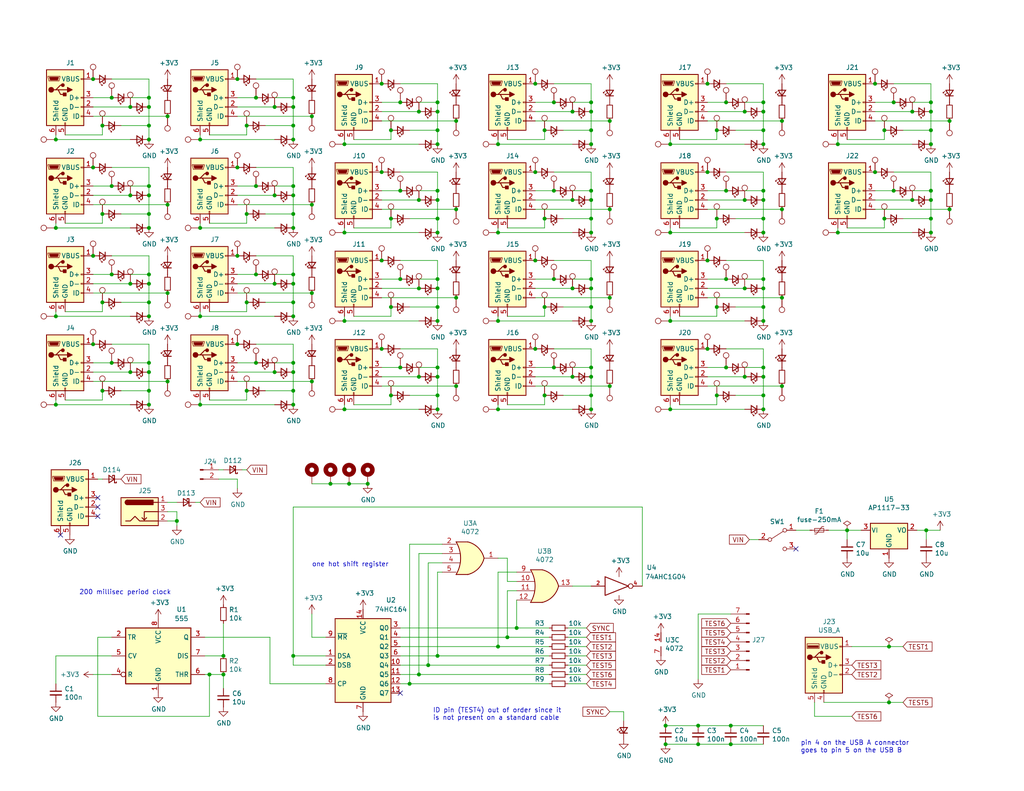
<source format=kicad_sch>
(kicad_sch (version 20201015) (generator eeschema)
  (paper "USLetter")
  (title_block (date "x"))
  (junction (at 15.24 38.1) (diameter 0.9144))
  (junction (at 15.24 62.23) (diameter 0.9144))
  (junction (at 15.24 86.36) (diameter 0.9144))
  (junction (at 15.24 110.49) (diameter 0.9144))
  (junction (at 25.4 21.59) (diameter 0.9144))
  (junction (at 25.4 45.72) (diameter 0.9144))
  (junction (at 25.4 69.85) (diameter 0.9144))
  (junction (at 25.4 93.98) (diameter 0.9144))
  (junction (at 27.94 34.29) (diameter 0.9144))
  (junction (at 27.94 58.42) (diameter 0.9144))
  (junction (at 27.94 82.55) (diameter 0.9144))
  (junction (at 27.94 106.68) (diameter 0.9144))
  (junction (at 30.48 26.67) (diameter 0.9144))
  (junction (at 30.48 50.8) (diameter 0.9144))
  (junction (at 30.48 74.93) (diameter 0.9144))
  (junction (at 30.48 99.06) (diameter 0.9144))
  (junction (at 35.56 29.21) (diameter 0.9144))
  (junction (at 35.56 53.34) (diameter 0.9144))
  (junction (at 35.56 77.47) (diameter 0.9144))
  (junction (at 35.56 101.6) (diameter 0.9144))
  (junction (at 40.64 26.67) (diameter 0.9144))
  (junction (at 40.64 29.21) (diameter 0.9144))
  (junction (at 40.64 34.29) (diameter 0.9144))
  (junction (at 40.64 38.1) (diameter 0.9144))
  (junction (at 40.64 50.8) (diameter 0.9144))
  (junction (at 40.64 53.34) (diameter 0.9144))
  (junction (at 40.64 58.42) (diameter 0.9144))
  (junction (at 40.64 62.23) (diameter 0.9144))
  (junction (at 40.64 74.93) (diameter 0.9144))
  (junction (at 40.64 77.47) (diameter 0.9144))
  (junction (at 40.64 82.55) (diameter 0.9144))
  (junction (at 40.64 86.36) (diameter 0.9144))
  (junction (at 40.64 99.06) (diameter 0.9144))
  (junction (at 40.64 101.6) (diameter 0.9144))
  (junction (at 40.64 106.68) (diameter 0.9144))
  (junction (at 40.64 110.49) (diameter 0.9144))
  (junction (at 45.72 31.75) (diameter 0.9144))
  (junction (at 45.72 55.88) (diameter 0.9144))
  (junction (at 45.72 80.01) (diameter 0.9144))
  (junction (at 45.72 104.14) (diameter 0.9144))
  (junction (at 48.26 142.24) (diameter 0.9144))
  (junction (at 54.61 38.1) (diameter 0.9144))
  (junction (at 54.61 62.23) (diameter 0.9144))
  (junction (at 54.61 86.36) (diameter 0.9144))
  (junction (at 54.61 110.49) (diameter 0.9144))
  (junction (at 57.15 184.15) (diameter 0.9144))
  (junction (at 60.96 179.07) (diameter 0.9144))
  (junction (at 60.96 184.15) (diameter 0.9144))
  (junction (at 64.77 21.59) (diameter 0.9144))
  (junction (at 64.77 45.72) (diameter 0.9144))
  (junction (at 64.77 69.85) (diameter 0.9144))
  (junction (at 64.77 93.98) (diameter 0.9144))
  (junction (at 67.31 34.29) (diameter 0.9144))
  (junction (at 67.31 58.42) (diameter 0.9144))
  (junction (at 67.31 82.55) (diameter 0.9144))
  (junction (at 67.31 106.68) (diameter 0.9144))
  (junction (at 69.85 26.67) (diameter 0.9144))
  (junction (at 69.85 50.8) (diameter 0.9144))
  (junction (at 69.85 74.93) (diameter 0.9144))
  (junction (at 69.85 99.06) (diameter 0.9144))
  (junction (at 74.93 29.21) (diameter 0.9144))
  (junction (at 74.93 53.34) (diameter 0.9144))
  (junction (at 74.93 77.47) (diameter 0.9144))
  (junction (at 74.93 101.6) (diameter 0.9144))
  (junction (at 80.01 26.67) (diameter 0.9144))
  (junction (at 80.01 29.21) (diameter 0.9144))
  (junction (at 80.01 34.29) (diameter 0.9144))
  (junction (at 80.01 38.1) (diameter 0.9144))
  (junction (at 80.01 50.8) (diameter 0.9144))
  (junction (at 80.01 53.34) (diameter 0.9144))
  (junction (at 80.01 58.42) (diameter 0.9144))
  (junction (at 80.01 62.23) (diameter 0.9144))
  (junction (at 80.01 74.93) (diameter 0.9144))
  (junction (at 80.01 77.47) (diameter 0.9144))
  (junction (at 80.01 82.55) (diameter 0.9144))
  (junction (at 80.01 86.36) (diameter 0.9144))
  (junction (at 80.01 99.06) (diameter 0.9144))
  (junction (at 80.01 101.6) (diameter 0.9144))
  (junction (at 80.01 106.68) (diameter 0.9144))
  (junction (at 80.01 110.49) (diameter 0.9144))
  (junction (at 80.01 179.07) (diameter 0.9144))
  (junction (at 85.09 31.75) (diameter 0.9144))
  (junction (at 85.09 55.88) (diameter 0.9144))
  (junction (at 85.09 80.01) (diameter 0.9144))
  (junction (at 85.09 104.14) (diameter 0.9144))
  (junction (at 90.17 132.08) (diameter 0.9144))
  (junction (at 93.98 39.37) (diameter 0.9144))
  (junction (at 93.98 63.5) (diameter 0.9144))
  (junction (at 93.98 87.63) (diameter 0.9144))
  (junction (at 93.98 111.76) (diameter 0.9144))
  (junction (at 95.25 132.08) (diameter 0.9144))
  (junction (at 100.33 132.08) (diameter 0.9144))
  (junction (at 104.14 22.86) (diameter 0.9144))
  (junction (at 104.14 46.99) (diameter 0.9144))
  (junction (at 104.14 71.12) (diameter 0.9144))
  (junction (at 104.14 95.25) (diameter 0.9144))
  (junction (at 106.68 35.56) (diameter 0.9144))
  (junction (at 106.68 59.69) (diameter 0.9144))
  (junction (at 106.68 83.82) (diameter 0.9144))
  (junction (at 106.68 107.95) (diameter 0.9144))
  (junction (at 109.22 27.94) (diameter 0.9144))
  (junction (at 109.22 52.07) (diameter 0.9144))
  (junction (at 109.22 76.2) (diameter 0.9144))
  (junction (at 109.22 100.33) (diameter 0.9144))
  (junction (at 111.76 186.69) (diameter 0.9144))
  (junction (at 114.3 30.48) (diameter 0.9144))
  (junction (at 114.3 54.61) (diameter 0.9144))
  (junction (at 114.3 78.74) (diameter 0.9144))
  (junction (at 114.3 102.87) (diameter 0.9144))
  (junction (at 114.3 184.15) (diameter 0.9144))
  (junction (at 116.84 181.61) (diameter 0.9144))
  (junction (at 119.38 27.94) (diameter 0.9144))
  (junction (at 119.38 30.48) (diameter 0.9144))
  (junction (at 119.38 35.56) (diameter 0.9144))
  (junction (at 119.38 39.37) (diameter 0.9144))
  (junction (at 119.38 52.07) (diameter 0.9144))
  (junction (at 119.38 54.61) (diameter 0.9144))
  (junction (at 119.38 59.69) (diameter 0.9144))
  (junction (at 119.38 63.5) (diameter 0.9144))
  (junction (at 119.38 76.2) (diameter 0.9144))
  (junction (at 119.38 78.74) (diameter 0.9144))
  (junction (at 119.38 83.82) (diameter 0.9144))
  (junction (at 119.38 87.63) (diameter 0.9144))
  (junction (at 119.38 100.33) (diameter 0.9144))
  (junction (at 119.38 102.87) (diameter 0.9144))
  (junction (at 119.38 107.95) (diameter 0.9144))
  (junction (at 119.38 111.76) (diameter 0.9144))
  (junction (at 119.38 179.07) (diameter 0.9144))
  (junction (at 124.46 33.02) (diameter 0.9144))
  (junction (at 124.46 57.15) (diameter 0.9144))
  (junction (at 124.46 81.28) (diameter 0.9144))
  (junction (at 124.46 105.41) (diameter 0.9144))
  (junction (at 135.89 39.37) (diameter 0.9144))
  (junction (at 135.89 63.5) (diameter 0.9144))
  (junction (at 135.89 87.63) (diameter 0.9144))
  (junction (at 135.89 111.76) (diameter 0.9144))
  (junction (at 135.89 176.53) (diameter 0.9144))
  (junction (at 138.43 173.99) (diameter 0.9144))
  (junction (at 140.97 171.45) (diameter 0.9144))
  (junction (at 146.05 22.86) (diameter 0.9144))
  (junction (at 146.05 46.99) (diameter 0.9144))
  (junction (at 146.05 71.12) (diameter 0.9144))
  (junction (at 146.05 95.25) (diameter 0.9144))
  (junction (at 148.59 35.56) (diameter 0.9144))
  (junction (at 148.59 59.69) (diameter 0.9144))
  (junction (at 148.59 83.82) (diameter 0.9144))
  (junction (at 148.59 107.95) (diameter 0.9144))
  (junction (at 151.13 27.94) (diameter 0.9144))
  (junction (at 151.13 52.07) (diameter 0.9144))
  (junction (at 151.13 76.2) (diameter 0.9144))
  (junction (at 151.13 100.33) (diameter 0.9144))
  (junction (at 156.21 30.48) (diameter 0.9144))
  (junction (at 156.21 54.61) (diameter 0.9144))
  (junction (at 156.21 78.74) (diameter 0.9144))
  (junction (at 156.21 102.87) (diameter 0.9144))
  (junction (at 161.29 27.94) (diameter 0.9144))
  (junction (at 161.29 30.48) (diameter 0.9144))
  (junction (at 161.29 35.56) (diameter 0.9144))
  (junction (at 161.29 39.37) (diameter 0.9144))
  (junction (at 161.29 52.07) (diameter 0.9144))
  (junction (at 161.29 54.61) (diameter 0.9144))
  (junction (at 161.29 59.69) (diameter 0.9144))
  (junction (at 161.29 63.5) (diameter 0.9144))
  (junction (at 161.29 76.2) (diameter 0.9144))
  (junction (at 161.29 78.74) (diameter 0.9144))
  (junction (at 161.29 83.82) (diameter 0.9144))
  (junction (at 161.29 87.63) (diameter 0.9144))
  (junction (at 161.29 100.33) (diameter 0.9144))
  (junction (at 161.29 102.87) (diameter 0.9144))
  (junction (at 161.29 107.95) (diameter 0.9144))
  (junction (at 161.29 111.76) (diameter 0.9144))
  (junction (at 166.37 33.02) (diameter 0.9144))
  (junction (at 166.37 57.15) (diameter 0.9144))
  (junction (at 166.37 81.28) (diameter 0.9144))
  (junction (at 166.37 105.41) (diameter 0.9144))
  (junction (at 181.61 198.12) (diameter 0.9144))
  (junction (at 181.61 203.2) (diameter 0.9144))
  (junction (at 182.88 39.37) (diameter 0.9144))
  (junction (at 182.88 63.5) (diameter 0.9144))
  (junction (at 182.88 87.63) (diameter 0.9144))
  (junction (at 182.88 111.76) (diameter 0.9144))
  (junction (at 190.5 198.12) (diameter 0.9144))
  (junction (at 190.5 203.2) (diameter 0.9144))
  (junction (at 193.04 22.86) (diameter 0.9144))
  (junction (at 193.04 46.99) (diameter 0.9144))
  (junction (at 193.04 71.12) (diameter 0.9144))
  (junction (at 193.04 95.25) (diameter 0.9144))
  (junction (at 195.58 35.56) (diameter 0.9144))
  (junction (at 195.58 59.69) (diameter 0.9144))
  (junction (at 195.58 83.82) (diameter 0.9144))
  (junction (at 195.58 107.95) (diameter 0.9144))
  (junction (at 198.12 27.94) (diameter 0.9144))
  (junction (at 198.12 52.07) (diameter 0.9144))
  (junction (at 198.12 76.2) (diameter 0.9144))
  (junction (at 198.12 100.33) (diameter 0.9144))
  (junction (at 199.39 198.12) (diameter 0.9144))
  (junction (at 199.39 203.2) (diameter 0.9144))
  (junction (at 203.2 30.48) (diameter 0.9144))
  (junction (at 203.2 54.61) (diameter 0.9144))
  (junction (at 203.2 78.74) (diameter 0.9144))
  (junction (at 203.2 102.87) (diameter 0.9144))
  (junction (at 208.28 27.94) (diameter 0.9144))
  (junction (at 208.28 30.48) (diameter 0.9144))
  (junction (at 208.28 35.56) (diameter 0.9144))
  (junction (at 208.28 39.37) (diameter 0.9144))
  (junction (at 208.28 52.07) (diameter 0.9144))
  (junction (at 208.28 54.61) (diameter 0.9144))
  (junction (at 208.28 59.69) (diameter 0.9144))
  (junction (at 208.28 63.5) (diameter 0.9144))
  (junction (at 208.28 76.2) (diameter 0.9144))
  (junction (at 208.28 78.74) (diameter 0.9144))
  (junction (at 208.28 83.82) (diameter 0.9144))
  (junction (at 208.28 87.63) (diameter 0.9144))
  (junction (at 208.28 100.33) (diameter 0.9144))
  (junction (at 208.28 102.87) (diameter 0.9144))
  (junction (at 208.28 107.95) (diameter 0.9144))
  (junction (at 208.28 111.76) (diameter 0.9144))
  (junction (at 213.36 33.02) (diameter 0.9144))
  (junction (at 213.36 57.15) (diameter 0.9144))
  (junction (at 213.36 81.28) (diameter 0.9144))
  (junction (at 213.36 105.41) (diameter 0.9144))
  (junction (at 228.6 39.37) (diameter 0.9144))
  (junction (at 228.6 63.5) (diameter 0.9144))
  (junction (at 231.14 144.78) (diameter 0.9144))
  (junction (at 238.76 22.86) (diameter 0.9144))
  (junction (at 238.76 46.99) (diameter 0.9144))
  (junction (at 241.3 35.56) (diameter 0.9144))
  (junction (at 241.3 59.69) (diameter 0.9144))
  (junction (at 242.57 176.53) (diameter 0.9144))
  (junction (at 242.57 191.77) (diameter 0.9144))
  (junction (at 243.84 27.94) (diameter 0.9144))
  (junction (at 243.84 52.07) (diameter 0.9144))
  (junction (at 248.92 30.48) (diameter 0.9144))
  (junction (at 248.92 54.61) (diameter 0.9144))
  (junction (at 252.73 144.78) (diameter 0.9144))
  (junction (at 254 27.94) (diameter 0.9144))
  (junction (at 254 30.48) (diameter 0.9144))
  (junction (at 254 35.56) (diameter 0.9144))
  (junction (at 254 39.37) (diameter 0.9144))
  (junction (at 254 52.07) (diameter 0.9144))
  (junction (at 254 54.61) (diameter 0.9144))
  (junction (at 254 59.69) (diameter 0.9144))
  (junction (at 254 63.5) (diameter 0.9144))
  (junction (at 259.08 33.02) (diameter 0.9144))
  (junction (at 259.08 57.15) (diameter 0.9144))
  (no_connect (at 26.67 135.89))
  (no_connect (at 16.51 146.05))
  (no_connect (at 26.67 138.43))
  (no_connect (at 26.67 140.97))
  (no_connect (at 109.22 189.23))
  (no_connect (at 217.17 149.86))
  (wire (pts (xy 15.24 36.83) (xy 15.24 38.1)))
  (wire (pts (xy 15.24 38.1) (xy 35.56 38.1)))
  (wire (pts (xy 15.24 60.96) (xy 15.24 62.23)))
  (wire (pts (xy 15.24 62.23) (xy 35.56 62.23)))
  (wire (pts (xy 15.24 85.09) (xy 15.24 86.36)))
  (wire (pts (xy 15.24 86.36) (xy 35.56 86.36)))
  (wire (pts (xy 15.24 109.22) (xy 15.24 110.49)))
  (wire (pts (xy 15.24 110.49) (xy 35.56 110.49)))
  (wire (pts (xy 15.24 179.07) (xy 30.48 179.07)))
  (wire (pts (xy 15.24 186.69) (xy 15.24 179.07)))
  (wire (pts (xy 17.78 36.83) (xy 27.94 36.83)))
  (wire (pts (xy 17.78 60.96) (xy 27.94 60.96)))
  (wire (pts (xy 17.78 85.09) (xy 27.94 85.09)))
  (wire (pts (xy 17.78 109.22) (xy 27.94 109.22)))
  (wire (pts (xy 25.4 26.67) (xy 30.48 26.67)))
  (wire (pts (xy 25.4 29.21) (xy 35.56 29.21)))
  (wire (pts (xy 25.4 50.8) (xy 30.48 50.8)))
  (wire (pts (xy 25.4 53.34) (xy 35.56 53.34)))
  (wire (pts (xy 25.4 74.93) (xy 30.48 74.93)))
  (wire (pts (xy 25.4 77.47) (xy 35.56 77.47)))
  (wire (pts (xy 25.4 99.06) (xy 30.48 99.06)))
  (wire (pts (xy 25.4 101.6) (xy 35.56 101.6)))
  (wire (pts (xy 26.67 130.81) (xy 27.94 130.81)))
  (wire (pts (xy 26.67 173.99) (xy 26.67 195.58)))
  (wire (pts (xy 26.67 195.58) (xy 57.15 195.58)))
  (wire (pts (xy 27.94 36.83) (xy 27.94 34.29)))
  (wire (pts (xy 27.94 60.96) (xy 27.94 58.42)))
  (wire (pts (xy 27.94 85.09) (xy 27.94 82.55)))
  (wire (pts (xy 27.94 109.22) (xy 27.94 106.68)))
  (wire (pts (xy 30.48 21.59) (xy 40.64 21.59)))
  (wire (pts (xy 30.48 45.72) (xy 40.64 45.72)))
  (wire (pts (xy 30.48 69.85) (xy 40.64 69.85)))
  (wire (pts (xy 30.48 93.98) (xy 40.64 93.98)))
  (wire (pts (xy 30.48 173.99) (xy 26.67 173.99)))
  (wire (pts (xy 30.48 184.15) (xy 25.4 184.15)))
  (wire (pts (xy 33.02 34.29) (xy 40.64 34.29)))
  (wire (pts (xy 33.02 58.42) (xy 40.64 58.42)))
  (wire (pts (xy 33.02 82.55) (xy 40.64 82.55)))
  (wire (pts (xy 33.02 106.68) (xy 40.64 106.68)))
  (wire (pts (xy 35.56 26.67) (xy 40.64 26.67)))
  (wire (pts (xy 35.56 50.8) (xy 40.64 50.8)))
  (wire (pts (xy 35.56 74.93) (xy 40.64 74.93)))
  (wire (pts (xy 35.56 99.06) (xy 40.64 99.06)))
  (wire (pts (xy 40.64 21.59) (xy 40.64 26.67)))
  (wire (pts (xy 40.64 26.67) (xy 40.64 29.21)))
  (wire (pts (xy 40.64 29.21) (xy 40.64 34.29)))
  (wire (pts (xy 40.64 34.29) (xy 40.64 38.1)))
  (wire (pts (xy 40.64 45.72) (xy 40.64 50.8)))
  (wire (pts (xy 40.64 50.8) (xy 40.64 53.34)))
  (wire (pts (xy 40.64 53.34) (xy 40.64 58.42)))
  (wire (pts (xy 40.64 58.42) (xy 40.64 62.23)))
  (wire (pts (xy 40.64 69.85) (xy 40.64 74.93)))
  (wire (pts (xy 40.64 74.93) (xy 40.64 77.47)))
  (wire (pts (xy 40.64 77.47) (xy 40.64 82.55)))
  (wire (pts (xy 40.64 82.55) (xy 40.64 86.36)))
  (wire (pts (xy 40.64 93.98) (xy 40.64 99.06)))
  (wire (pts (xy 40.64 99.06) (xy 40.64 101.6)))
  (wire (pts (xy 40.64 101.6) (xy 40.64 106.68)))
  (wire (pts (xy 40.64 106.68) (xy 40.64 110.49)))
  (wire (pts (xy 45.72 31.75) (xy 25.4 31.75)))
  (wire (pts (xy 45.72 55.88) (xy 25.4 55.88)))
  (wire (pts (xy 45.72 80.01) (xy 25.4 80.01)))
  (wire (pts (xy 45.72 104.14) (xy 25.4 104.14)))
  (wire (pts (xy 45.72 137.16) (xy 48.26 137.16)))
  (wire (pts (xy 45.72 139.7) (xy 48.26 139.7)))
  (wire (pts (xy 45.72 142.24) (xy 48.26 142.24)))
  (wire (pts (xy 48.26 139.7) (xy 48.26 142.24)))
  (wire (pts (xy 48.26 142.24) (xy 48.26 143.51)))
  (wire (pts (xy 53.34 137.16) (xy 54.61 137.16)))
  (wire (pts (xy 54.61 36.83) (xy 54.61 38.1)))
  (wire (pts (xy 54.61 38.1) (xy 74.93 38.1)))
  (wire (pts (xy 54.61 60.96) (xy 54.61 62.23)))
  (wire (pts (xy 54.61 62.23) (xy 74.93 62.23)))
  (wire (pts (xy 54.61 85.09) (xy 54.61 86.36)))
  (wire (pts (xy 54.61 86.36) (xy 74.93 86.36)))
  (wire (pts (xy 54.61 109.22) (xy 54.61 110.49)))
  (wire (pts (xy 54.61 110.49) (xy 74.93 110.49)))
  (wire (pts (xy 55.88 173.99) (xy 73.66 173.99)))
  (wire (pts (xy 55.88 179.07) (xy 60.96 179.07)))
  (wire (pts (xy 57.15 36.83) (xy 67.31 36.83)))
  (wire (pts (xy 57.15 60.96) (xy 67.31 60.96)))
  (wire (pts (xy 57.15 85.09) (xy 67.31 85.09)))
  (wire (pts (xy 57.15 109.22) (xy 67.31 109.22)))
  (wire (pts (xy 57.15 184.15) (xy 55.88 184.15)))
  (wire (pts (xy 57.15 195.58) (xy 57.15 184.15)))
  (wire (pts (xy 59.69 128.27) (xy 60.96 128.27)))
  (wire (pts (xy 59.69 130.81) (xy 64.77 130.81)))
  (wire (pts (xy 60.96 179.07) (xy 60.96 170.18)))
  (wire (pts (xy 60.96 184.15) (xy 57.15 184.15)))
  (wire (pts (xy 60.96 187.96) (xy 60.96 184.15)))
  (wire (pts (xy 64.77 26.67) (xy 69.85 26.67)))
  (wire (pts (xy 64.77 29.21) (xy 74.93 29.21)))
  (wire (pts (xy 64.77 50.8) (xy 69.85 50.8)))
  (wire (pts (xy 64.77 53.34) (xy 74.93 53.34)))
  (wire (pts (xy 64.77 74.93) (xy 69.85 74.93)))
  (wire (pts (xy 64.77 77.47) (xy 74.93 77.47)))
  (wire (pts (xy 64.77 80.01) (xy 85.09 80.01)))
  (wire (pts (xy 64.77 99.06) (xy 69.85 99.06)))
  (wire (pts (xy 64.77 101.6) (xy 74.93 101.6)))
  (wire (pts (xy 64.77 130.81) (xy 64.77 133.35)))
  (wire (pts (xy 67.31 36.83) (xy 67.31 34.29)))
  (wire (pts (xy 67.31 60.96) (xy 67.31 58.42)))
  (wire (pts (xy 67.31 85.09) (xy 67.31 82.55)))
  (wire (pts (xy 67.31 109.22) (xy 67.31 106.68)))
  (wire (pts (xy 67.31 128.27) (xy 66.04 128.27)))
  (wire (pts (xy 69.85 21.59) (xy 80.01 21.59)))
  (wire (pts (xy 69.85 45.72) (xy 80.01 45.72)))
  (wire (pts (xy 69.85 69.85) (xy 80.01 69.85)))
  (wire (pts (xy 69.85 93.98) (xy 80.01 93.98)))
  (wire (pts (xy 72.39 34.29) (xy 80.01 34.29)))
  (wire (pts (xy 72.39 58.42) (xy 80.01 58.42)))
  (wire (pts (xy 72.39 82.55) (xy 80.01 82.55)))
  (wire (pts (xy 72.39 106.68) (xy 80.01 106.68)))
  (wire (pts (xy 73.66 173.99) (xy 73.66 186.69)))
  (wire (pts (xy 73.66 186.69) (xy 88.9 186.69)))
  (wire (pts (xy 74.93 26.67) (xy 80.01 26.67)))
  (wire (pts (xy 74.93 50.8) (xy 80.01 50.8)))
  (wire (pts (xy 74.93 74.93) (xy 80.01 74.93)))
  (wire (pts (xy 74.93 99.06) (xy 80.01 99.06)))
  (wire (pts (xy 80.01 21.59) (xy 80.01 26.67)))
  (wire (pts (xy 80.01 26.67) (xy 80.01 29.21)))
  (wire (pts (xy 80.01 29.21) (xy 80.01 34.29)))
  (wire (pts (xy 80.01 34.29) (xy 80.01 38.1)))
  (wire (pts (xy 80.01 45.72) (xy 80.01 50.8)))
  (wire (pts (xy 80.01 50.8) (xy 80.01 53.34)))
  (wire (pts (xy 80.01 53.34) (xy 80.01 58.42)))
  (wire (pts (xy 80.01 58.42) (xy 80.01 62.23)))
  (wire (pts (xy 80.01 69.85) (xy 80.01 74.93)))
  (wire (pts (xy 80.01 74.93) (xy 80.01 77.47)))
  (wire (pts (xy 80.01 77.47) (xy 80.01 82.55)))
  (wire (pts (xy 80.01 82.55) (xy 80.01 86.36)))
  (wire (pts (xy 80.01 93.98) (xy 80.01 99.06)))
  (wire (pts (xy 80.01 99.06) (xy 80.01 101.6)))
  (wire (pts (xy 80.01 101.6) (xy 80.01 106.68)))
  (wire (pts (xy 80.01 106.68) (xy 80.01 110.49)))
  (wire (pts (xy 80.01 138.43) (xy 80.01 179.07)))
  (wire (pts (xy 80.01 179.07) (xy 88.9 179.07)))
  (wire (pts (xy 80.01 181.61) (xy 80.01 179.07)))
  (wire (pts (xy 85.09 31.75) (xy 64.77 31.75)))
  (wire (pts (xy 85.09 55.88) (xy 64.77 55.88)))
  (wire (pts (xy 85.09 104.14) (xy 64.77 104.14)))
  (wire (pts (xy 85.09 132.08) (xy 90.17 132.08)))
  (wire (pts (xy 85.09 173.99) (xy 85.09 167.64)))
  (wire (pts (xy 88.9 173.99) (xy 85.09 173.99)))
  (wire (pts (xy 88.9 181.61) (xy 80.01 181.61)))
  (wire (pts (xy 90.17 132.08) (xy 95.25 132.08)))
  (wire (pts (xy 93.98 38.1) (xy 93.98 39.37)))
  (wire (pts (xy 93.98 39.37) (xy 114.3 39.37)))
  (wire (pts (xy 93.98 62.23) (xy 93.98 63.5)))
  (wire (pts (xy 93.98 63.5) (xy 114.3 63.5)))
  (wire (pts (xy 93.98 86.36) (xy 93.98 87.63)))
  (wire (pts (xy 93.98 87.63) (xy 114.3 87.63)))
  (wire (pts (xy 93.98 110.49) (xy 93.98 111.76)))
  (wire (pts (xy 93.98 111.76) (xy 114.3 111.76)))
  (wire (pts (xy 95.25 132.08) (xy 100.33 132.08)))
  (wire (pts (xy 96.52 38.1) (xy 106.68 38.1)))
  (wire (pts (xy 96.52 62.23) (xy 106.68 62.23)))
  (wire (pts (xy 96.52 86.36) (xy 106.68 86.36)))
  (wire (pts (xy 96.52 110.49) (xy 106.68 110.49)))
  (wire (pts (xy 104.14 27.94) (xy 109.22 27.94)))
  (wire (pts (xy 104.14 30.48) (xy 114.3 30.48)))
  (wire (pts (xy 104.14 52.07) (xy 109.22 52.07)))
  (wire (pts (xy 104.14 54.61) (xy 114.3 54.61)))
  (wire (pts (xy 104.14 76.2) (xy 109.22 76.2)))
  (wire (pts (xy 104.14 78.74) (xy 114.3 78.74)))
  (wire (pts (xy 104.14 100.33) (xy 109.22 100.33)))
  (wire (pts (xy 104.14 102.87) (xy 114.3 102.87)))
  (wire (pts (xy 106.68 38.1) (xy 106.68 35.56)))
  (wire (pts (xy 106.68 62.23) (xy 106.68 59.69)))
  (wire (pts (xy 106.68 86.36) (xy 106.68 83.82)))
  (wire (pts (xy 106.68 110.49) (xy 106.68 107.95)))
  (wire (pts (xy 109.22 22.86) (xy 119.38 22.86)))
  (wire (pts (xy 109.22 46.99) (xy 119.38 46.99)))
  (wire (pts (xy 109.22 71.12) (xy 119.38 71.12)))
  (wire (pts (xy 109.22 95.25) (xy 119.38 95.25)))
  (wire (pts (xy 109.22 171.45) (xy 140.97 171.45)))
  (wire (pts (xy 109.22 173.99) (xy 138.43 173.99)))
  (wire (pts (xy 109.22 176.53) (xy 135.89 176.53)))
  (wire (pts (xy 109.22 179.07) (xy 119.38 179.07)))
  (wire (pts (xy 109.22 181.61) (xy 116.84 181.61)))
  (wire (pts (xy 109.22 184.15) (xy 114.3 184.15)))
  (wire (pts (xy 109.22 186.69) (xy 111.76 186.69)))
  (wire (pts (xy 111.76 35.56) (xy 119.38 35.56)))
  (wire (pts (xy 111.76 59.69) (xy 119.38 59.69)))
  (wire (pts (xy 111.76 83.82) (xy 119.38 83.82)))
  (wire (pts (xy 111.76 107.95) (xy 119.38 107.95)))
  (wire (pts (xy 111.76 148.59) (xy 111.76 186.69)))
  (wire (pts (xy 111.76 186.69) (xy 149.86 186.69)))
  (wire (pts (xy 114.3 27.94) (xy 119.38 27.94)))
  (wire (pts (xy 114.3 52.07) (xy 119.38 52.07)))
  (wire (pts (xy 114.3 76.2) (xy 119.38 76.2)))
  (wire (pts (xy 114.3 100.33) (xy 119.38 100.33)))
  (wire (pts (xy 114.3 151.13) (xy 114.3 184.15)))
  (wire (pts (xy 114.3 184.15) (xy 149.86 184.15)))
  (wire (pts (xy 116.84 153.67) (xy 116.84 181.61)))
  (wire (pts (xy 116.84 181.61) (xy 149.86 181.61)))
  (wire (pts (xy 119.38 22.86) (xy 119.38 27.94)))
  (wire (pts (xy 119.38 27.94) (xy 119.38 30.48)))
  (wire (pts (xy 119.38 30.48) (xy 119.38 35.56)))
  (wire (pts (xy 119.38 35.56) (xy 119.38 39.37)))
  (wire (pts (xy 119.38 46.99) (xy 119.38 52.07)))
  (wire (pts (xy 119.38 52.07) (xy 119.38 54.61)))
  (wire (pts (xy 119.38 54.61) (xy 119.38 59.69)))
  (wire (pts (xy 119.38 59.69) (xy 119.38 63.5)))
  (wire (pts (xy 119.38 71.12) (xy 119.38 76.2)))
  (wire (pts (xy 119.38 76.2) (xy 119.38 78.74)))
  (wire (pts (xy 119.38 78.74) (xy 119.38 83.82)))
  (wire (pts (xy 119.38 83.82) (xy 119.38 87.63)))
  (wire (pts (xy 119.38 95.25) (xy 119.38 100.33)))
  (wire (pts (xy 119.38 100.33) (xy 119.38 102.87)))
  (wire (pts (xy 119.38 102.87) (xy 119.38 107.95)))
  (wire (pts (xy 119.38 107.95) (xy 119.38 111.76)))
  (wire (pts (xy 119.38 156.21) (xy 119.38 179.07)))
  (wire (pts (xy 119.38 179.07) (xy 149.86 179.07)))
  (wire (pts (xy 120.65 148.59) (xy 111.76 148.59)))
  (wire (pts (xy 120.65 151.13) (xy 114.3 151.13)))
  (wire (pts (xy 120.65 153.67) (xy 116.84 153.67)))
  (wire (pts (xy 120.65 156.21) (xy 119.38 156.21)))
  (wire (pts (xy 124.46 33.02) (xy 104.14 33.02)))
  (wire (pts (xy 124.46 57.15) (xy 104.14 57.15)))
  (wire (pts (xy 124.46 81.28) (xy 104.14 81.28)))
  (wire (pts (xy 124.46 105.41) (xy 104.14 105.41)))
  (wire (pts (xy 135.89 38.1) (xy 135.89 39.37)))
  (wire (pts (xy 135.89 39.37) (xy 156.21 39.37)))
  (wire (pts (xy 135.89 62.23) (xy 135.89 63.5)))
  (wire (pts (xy 135.89 63.5) (xy 156.21 63.5)))
  (wire (pts (xy 135.89 86.36) (xy 135.89 87.63)))
  (wire (pts (xy 135.89 87.63) (xy 156.21 87.63)))
  (wire (pts (xy 135.89 110.49) (xy 135.89 111.76)))
  (wire (pts (xy 135.89 111.76) (xy 156.21 111.76)))
  (wire (pts (xy 135.89 152.4) (xy 138.43 152.4)))
  (wire (pts (xy 135.89 156.21) (xy 135.89 176.53)))
  (wire (pts (xy 135.89 156.21) (xy 140.97 156.21)))
  (wire (pts (xy 135.89 176.53) (xy 149.86 176.53)))
  (wire (pts (xy 138.43 38.1) (xy 148.59 38.1)))
  (wire (pts (xy 138.43 62.23) (xy 148.59 62.23)))
  (wire (pts (xy 138.43 86.36) (xy 148.59 86.36)))
  (wire (pts (xy 138.43 110.49) (xy 148.59 110.49)))
  (wire (pts (xy 138.43 152.4) (xy 138.43 158.75)))
  (wire (pts (xy 138.43 158.75) (xy 140.97 158.75)))
  (wire (pts (xy 138.43 161.29) (xy 138.43 173.99)))
  (wire (pts (xy 138.43 173.99) (xy 149.86 173.99)))
  (wire (pts (xy 140.97 161.29) (xy 138.43 161.29)))
  (wire (pts (xy 140.97 163.83) (xy 140.97 171.45)))
  (wire (pts (xy 140.97 171.45) (xy 149.86 171.45)))
  (wire (pts (xy 146.05 27.94) (xy 151.13 27.94)))
  (wire (pts (xy 146.05 30.48) (xy 156.21 30.48)))
  (wire (pts (xy 146.05 52.07) (xy 151.13 52.07)))
  (wire (pts (xy 146.05 54.61) (xy 156.21 54.61)))
  (wire (pts (xy 146.05 76.2) (xy 151.13 76.2)))
  (wire (pts (xy 146.05 78.74) (xy 156.21 78.74)))
  (wire (pts (xy 146.05 100.33) (xy 151.13 100.33)))
  (wire (pts (xy 146.05 102.87) (xy 156.21 102.87)))
  (wire (pts (xy 148.59 38.1) (xy 148.59 35.56)))
  (wire (pts (xy 148.59 62.23) (xy 148.59 59.69)))
  (wire (pts (xy 148.59 86.36) (xy 148.59 83.82)))
  (wire (pts (xy 148.59 110.49) (xy 148.59 107.95)))
  (wire (pts (xy 151.13 22.86) (xy 161.29 22.86)))
  (wire (pts (xy 151.13 46.99) (xy 161.29 46.99)))
  (wire (pts (xy 151.13 71.12) (xy 161.29 71.12)))
  (wire (pts (xy 151.13 95.25) (xy 161.29 95.25)))
  (wire (pts (xy 153.67 35.56) (xy 161.29 35.56)))
  (wire (pts (xy 153.67 59.69) (xy 161.29 59.69)))
  (wire (pts (xy 153.67 83.82) (xy 161.29 83.82)))
  (wire (pts (xy 153.67 107.95) (xy 161.29 107.95)))
  (wire (pts (xy 154.94 171.45) (xy 160.02 171.45)))
  (wire (pts (xy 154.94 173.99) (xy 160.02 173.99)))
  (wire (pts (xy 154.94 176.53) (xy 160.02 176.53)))
  (wire (pts (xy 154.94 179.07) (xy 160.02 179.07)))
  (wire (pts (xy 154.94 181.61) (xy 160.02 181.61)))
  (wire (pts (xy 154.94 184.15) (xy 160.02 184.15)))
  (wire (pts (xy 154.94 186.69) (xy 160.02 186.69)))
  (wire (pts (xy 156.21 27.94) (xy 161.29 27.94)))
  (wire (pts (xy 156.21 52.07) (xy 161.29 52.07)))
  (wire (pts (xy 156.21 76.2) (xy 161.29 76.2)))
  (wire (pts (xy 156.21 100.33) (xy 161.29 100.33)))
  (wire (pts (xy 156.21 160.02) (xy 161.29 160.02)))
  (wire (pts (xy 161.29 22.86) (xy 161.29 27.94)))
  (wire (pts (xy 161.29 27.94) (xy 161.29 30.48)))
  (wire (pts (xy 161.29 30.48) (xy 161.29 35.56)))
  (wire (pts (xy 161.29 35.56) (xy 161.29 39.37)))
  (wire (pts (xy 161.29 46.99) (xy 161.29 52.07)))
  (wire (pts (xy 161.29 52.07) (xy 161.29 54.61)))
  (wire (pts (xy 161.29 54.61) (xy 161.29 59.69)))
  (wire (pts (xy 161.29 59.69) (xy 161.29 63.5)))
  (wire (pts (xy 161.29 71.12) (xy 161.29 76.2)))
  (wire (pts (xy 161.29 76.2) (xy 161.29 78.74)))
  (wire (pts (xy 161.29 78.74) (xy 161.29 83.82)))
  (wire (pts (xy 161.29 83.82) (xy 161.29 87.63)))
  (wire (pts (xy 161.29 95.25) (xy 161.29 100.33)))
  (wire (pts (xy 161.29 100.33) (xy 161.29 102.87)))
  (wire (pts (xy 161.29 102.87) (xy 161.29 107.95)))
  (wire (pts (xy 161.29 107.95) (xy 161.29 111.76)))
  (wire (pts (xy 166.37 33.02) (xy 146.05 33.02)))
  (wire (pts (xy 166.37 57.15) (xy 146.05 57.15)))
  (wire (pts (xy 166.37 81.28) (xy 146.05 81.28)))
  (wire (pts (xy 166.37 105.41) (xy 146.05 105.41)))
  (wire (pts (xy 166.37 194.31) (xy 170.18 194.31)))
  (wire (pts (xy 170.18 194.31) (xy 170.18 196.85)))
  (wire (pts (xy 175.26 138.43) (xy 80.01 138.43)))
  (wire (pts (xy 175.26 160.02) (xy 175.26 138.43)))
  (wire (pts (xy 181.61 198.12) (xy 190.5 198.12)))
  (wire (pts (xy 182.88 38.1) (xy 182.88 39.37)))
  (wire (pts (xy 182.88 39.37) (xy 203.2 39.37)))
  (wire (pts (xy 182.88 62.23) (xy 182.88 63.5)))
  (wire (pts (xy 182.88 63.5) (xy 203.2 63.5)))
  (wire (pts (xy 182.88 86.36) (xy 182.88 87.63)))
  (wire (pts (xy 182.88 87.63) (xy 203.2 87.63)))
  (wire (pts (xy 182.88 110.49) (xy 182.88 111.76)))
  (wire (pts (xy 182.88 111.76) (xy 203.2 111.76)))
  (wire (pts (xy 185.42 38.1) (xy 195.58 38.1)))
  (wire (pts (xy 185.42 62.23) (xy 195.58 62.23)))
  (wire (pts (xy 185.42 86.36) (xy 195.58 86.36)))
  (wire (pts (xy 185.42 110.49) (xy 195.58 110.49)))
  (wire (pts (xy 190.5 167.64) (xy 190.5 185.42)))
  (wire (pts (xy 190.5 198.12) (xy 199.39 198.12)))
  (wire (pts (xy 190.5 203.2) (xy 181.61 203.2)))
  (wire (pts (xy 193.04 27.94) (xy 198.12 27.94)))
  (wire (pts (xy 193.04 30.48) (xy 203.2 30.48)))
  (wire (pts (xy 193.04 52.07) (xy 198.12 52.07)))
  (wire (pts (xy 193.04 54.61) (xy 203.2 54.61)))
  (wire (pts (xy 193.04 76.2) (xy 198.12 76.2)))
  (wire (pts (xy 193.04 78.74) (xy 203.2 78.74)))
  (wire (pts (xy 193.04 100.33) (xy 198.12 100.33)))
  (wire (pts (xy 193.04 102.87) (xy 203.2 102.87)))
  (wire (pts (xy 195.58 38.1) (xy 195.58 35.56)))
  (wire (pts (xy 195.58 62.23) (xy 195.58 59.69)))
  (wire (pts (xy 195.58 86.36) (xy 195.58 83.82)))
  (wire (pts (xy 195.58 110.49) (xy 195.58 107.95)))
  (wire (pts (xy 198.12 22.86) (xy 208.28 22.86)))
  (wire (pts (xy 198.12 46.99) (xy 208.28 46.99)))
  (wire (pts (xy 198.12 71.12) (xy 208.28 71.12)))
  (wire (pts (xy 198.12 95.25) (xy 208.28 95.25)))
  (wire (pts (xy 199.39 167.64) (xy 190.5 167.64)))
  (wire (pts (xy 199.39 198.12) (xy 208.28 198.12)))
  (wire (pts (xy 199.39 203.2) (xy 190.5 203.2)))
  (wire (pts (xy 199.39 203.2) (xy 208.28 203.2)))
  (wire (pts (xy 200.66 35.56) (xy 208.28 35.56)))
  (wire (pts (xy 200.66 59.69) (xy 208.28 59.69)))
  (wire (pts (xy 200.66 83.82) (xy 208.28 83.82)))
  (wire (pts (xy 200.66 107.95) (xy 208.28 107.95)))
  (wire (pts (xy 203.2 27.94) (xy 208.28 27.94)))
  (wire (pts (xy 203.2 52.07) (xy 208.28 52.07)))
  (wire (pts (xy 203.2 76.2) (xy 208.28 76.2)))
  (wire (pts (xy 203.2 100.33) (xy 208.28 100.33)))
  (wire (pts (xy 204.47 147.32) (xy 207.01 147.32)))
  (wire (pts (xy 208.28 22.86) (xy 208.28 27.94)))
  (wire (pts (xy 208.28 27.94) (xy 208.28 30.48)))
  (wire (pts (xy 208.28 30.48) (xy 208.28 35.56)))
  (wire (pts (xy 208.28 35.56) (xy 208.28 39.37)))
  (wire (pts (xy 208.28 46.99) (xy 208.28 52.07)))
  (wire (pts (xy 208.28 52.07) (xy 208.28 54.61)))
  (wire (pts (xy 208.28 54.61) (xy 208.28 59.69)))
  (wire (pts (xy 208.28 59.69) (xy 208.28 63.5)))
  (wire (pts (xy 208.28 71.12) (xy 208.28 76.2)))
  (wire (pts (xy 208.28 76.2) (xy 208.28 78.74)))
  (wire (pts (xy 208.28 78.74) (xy 208.28 83.82)))
  (wire (pts (xy 208.28 83.82) (xy 208.28 87.63)))
  (wire (pts (xy 208.28 95.25) (xy 208.28 100.33)))
  (wire (pts (xy 208.28 100.33) (xy 208.28 102.87)))
  (wire (pts (xy 208.28 102.87) (xy 208.28 107.95)))
  (wire (pts (xy 208.28 107.95) (xy 208.28 111.76)))
  (wire (pts (xy 213.36 33.02) (xy 193.04 33.02)))
  (wire (pts (xy 213.36 57.15) (xy 193.04 57.15)))
  (wire (pts (xy 213.36 81.28) (xy 193.04 81.28)))
  (wire (pts (xy 213.36 105.41) (xy 193.04 105.41)))
  (wire (pts (xy 220.98 144.78) (xy 217.17 144.78)))
  (wire (pts (xy 222.25 195.58) (xy 222.25 191.77)))
  (wire (pts (xy 224.79 191.77) (xy 242.57 191.77)))
  (wire (pts (xy 226.06 144.78) (xy 231.14 144.78)))
  (wire (pts (xy 228.6 38.1) (xy 228.6 39.37)))
  (wire (pts (xy 228.6 39.37) (xy 248.92 39.37)))
  (wire (pts (xy 228.6 62.23) (xy 228.6 63.5)))
  (wire (pts (xy 228.6 63.5) (xy 248.92 63.5)))
  (wire (pts (xy 231.14 38.1) (xy 241.3 38.1)))
  (wire (pts (xy 231.14 62.23) (xy 241.3 62.23)))
  (wire (pts (xy 231.14 144.78) (xy 234.95 144.78)))
  (wire (pts (xy 231.14 147.32) (xy 231.14 144.78)))
  (wire (pts (xy 232.41 176.53) (xy 242.57 176.53)))
  (wire (pts (xy 232.41 195.58) (xy 222.25 195.58)))
  (wire (pts (xy 238.76 27.94) (xy 243.84 27.94)))
  (wire (pts (xy 238.76 30.48) (xy 248.92 30.48)))
  (wire (pts (xy 238.76 33.02) (xy 259.08 33.02)))
  (wire (pts (xy 238.76 52.07) (xy 243.84 52.07)))
  (wire (pts (xy 238.76 54.61) (xy 248.92 54.61)))
  (wire (pts (xy 238.76 57.15) (xy 259.08 57.15)))
  (wire (pts (xy 241.3 38.1) (xy 241.3 35.56)))
  (wire (pts (xy 241.3 62.23) (xy 241.3 59.69)))
  (wire (pts (xy 242.57 176.53) (xy 246.38 176.53)))
  (wire (pts (xy 242.57 191.77) (xy 246.38 191.77)))
  (wire (pts (xy 243.84 22.86) (xy 254 22.86)))
  (wire (pts (xy 243.84 46.99) (xy 254 46.99)))
  (wire (pts (xy 246.38 35.56) (xy 254 35.56)))
  (wire (pts (xy 246.38 59.69) (xy 254 59.69)))
  (wire (pts (xy 248.92 27.94) (xy 254 27.94)))
  (wire (pts (xy 248.92 52.07) (xy 254 52.07)))
  (wire (pts (xy 250.19 144.78) (xy 252.73 144.78)))
  (wire (pts (xy 252.73 144.78) (xy 252.73 147.32)))
  (wire (pts (xy 252.73 144.78) (xy 256.54 144.78)))
  (wire (pts (xy 254 22.86) (xy 254 27.94)))
  (wire (pts (xy 254 27.94) (xy 254 30.48)))
  (wire (pts (xy 254 30.48) (xy 254 35.56)))
  (wire (pts (xy 254 35.56) (xy 254 39.37)))
  (wire (pts (xy 254 46.99) (xy 254 52.07)))
  (wire (pts (xy 254 52.07) (xy 254 54.61)))
  (wire (pts (xy 254 54.61) (xy 254 59.69)))
  (wire (pts (xy 254 59.69) (xy 254 63.5)))
  (text "200 millisec period clock" (at 21.59 162.56 0) (effects (font (size 1.27 1.27)) (justify left bottom)))
  (text "one hot shift register\n" (at 85.09 154.94 0) (effects (font (size 1.27 1.27)) (justify left bottom)))
  (text "ID pin (TEST4) out of order since it\nis not present on a standard cable" (at 118.11 196.85 0) (effects (font (size 1.27 1.27)) (justify left bottom)))
  (text "pin 4 on the USB A connector\ngoes to pin 5 on the USB B" (at 218.44 205.74 0) (effects (font (size 1.27 1.27)) (justify left bottom)))
  (global_label "VIN" (shape input) (at 33.02 130.81 0) (property "Intersheet References" "${INTERSHEET_REFS}" (effects hide)))
  (global_label "VIN" (shape input) (at 54.61 137.16 0) (property "Intersheet References" "${INTERSHEET_REFS}" (effects hide)))
  (global_label "VIN" (shape input) (at 67.31 128.27 0) (property "Intersheet References" "${INTERSHEET_REFS}" (effects hide)))
  (global_label "SYNC" (shape input) (at 160.02 171.45 0) (property "Intersheet References" "${INTERSHEET_REFS}" (effects hide)))
  (global_label "TEST1" (shape input) (at 160.02 173.99 0) (property "Intersheet References" "${INTERSHEET_REFS}" (effects hide)))
  (global_label "TEST2" (shape input) (at 160.02 176.53 0) (property "Intersheet References" "${INTERSHEET_REFS}" (effects hide)))
  (global_label "TEST3" (shape input) (at 160.02 179.07 0) (property "Intersheet References" "${INTERSHEET_REFS}" (effects hide)))
  (global_label "TEST5" (shape input) (at 160.02 181.61 0) (property "Intersheet References" "${INTERSHEET_REFS}" (effects hide)))
  (global_label "TEST6" (shape input) (at 160.02 184.15 0) (property "Intersheet References" "${INTERSHEET_REFS}" (effects hide)))
  (global_label "TEST4" (shape input) (at 160.02 186.69 0) (property "Intersheet References" "${INTERSHEET_REFS}" (effects hide)))
  (global_label "SYNC" (shape input) (at 166.37 194.31 180) (property "Intersheet References" "${INTERSHEET_REFS}" (effects hide)))
  (global_label "TEST6" (shape input) (at 199.39 170.18 180) (property "Intersheet References" "${INTERSHEET_REFS}" (effects hide)))
  (global_label "TEST5" (shape input) (at 199.39 172.72 180) (property "Intersheet References" "${INTERSHEET_REFS}" (effects hide)))
  (global_label "TEST4" (shape input) (at 199.39 175.26 180) (property "Intersheet References" "${INTERSHEET_REFS}" (effects hide)))
  (global_label "TEST3" (shape input) (at 199.39 177.8 180) (property "Intersheet References" "${INTERSHEET_REFS}" (effects hide)))
  (global_label "TEST2" (shape input) (at 199.39 180.34 180) (property "Intersheet References" "${INTERSHEET_REFS}" (effects hide)))
  (global_label "TEST1" (shape input) (at 199.39 182.88 180) (property "Intersheet References" "${INTERSHEET_REFS}" (effects hide)))
  (global_label "VIN" (shape input) (at 204.47 147.32 180) (property "Intersheet References" "${INTERSHEET_REFS}" (effects hide)))
  (global_label "TEST3" (shape input) (at 232.41 181.61 0) (property "Intersheet References" "${INTERSHEET_REFS}" (effects hide)))
  (global_label "TEST2" (shape input) (at 232.41 184.15 0) (property "Intersheet References" "${INTERSHEET_REFS}" (effects hide)))
  (global_label "TEST6" (shape input) (at 232.41 195.58 0) (property "Intersheet References" "${INTERSHEET_REFS}" (effects hide)))
  (global_label "TEST1" (shape input) (at 246.38 176.53 0) (property "Intersheet References" "${INTERSHEET_REFS}" (effects hide)))
  (global_label "TEST5" (shape input) (at 246.38 191.77 0) (property "Intersheet References" "${INTERSHEET_REFS}" (effects hide)))
  (symbol (lib_id "pace:PWR_FLAG") (at 231.14 144.78 0) (unit 1)
    (property "Reference" "#FLG01" (effects hide))
    (property "Value" "PWR_FLAG" (effects hide))
  )
  (symbol (lib_id "pace:PWR_FLAG") (at 242.57 176.53 0) (unit 1)
    (property "Reference" "#FLG02" (effects hide))
    (property "Value" "PWR_FLAG" (effects hide))
  )
  (symbol (lib_id "pace:PWR_FLAG") (at 242.57 191.77 0) (unit 1)
    (property "Reference" "#FLG03" (effects hide))
    (property "Value" "PWR_FLAG" (effects hide))
  )
  (symbol (lib_id "pace:TestPoint") (at 15.24 38.1 90) (unit 1)
    (property "Reference" "TP1" (effects hide))
    (property "Value" "TestPoint" (effects hide))
    (property "Footprint" "TestPoint:TestPoint_Pad_D1.0mm" (effects hide))
  )
  (symbol (lib_id "pace:TestPoint") (at 15.24 62.23 90) (unit 1)
    (property "Reference" "TP2" (effects hide))
    (property "Value" "TestPoint" (effects hide))
    (property "Footprint" "TestPoint:TestPoint_Pad_D1.0mm" (effects hide))
  )
  (symbol (lib_id "pace:TestPoint") (at 15.24 86.36 90) (unit 1)
    (property "Reference" "TP3" (effects hide))
    (property "Value" "TestPoint" (effects hide))
    (property "Footprint" "TestPoint:TestPoint_Pad_D1.0mm" (effects hide))
  )
  (symbol (lib_id "pace:TestPoint") (at 15.24 110.49 90) (unit 1)
    (property "Reference" "TP4" (effects hide))
    (property "Value" "TestPoint" (effects hide))
    (property "Footprint" "TestPoint:TestPoint_Pad_D1.0mm" (effects hide))
  )
  (symbol (lib_id "pace:TestPoint") (at 25.4 21.59 0) (unit 1)
    (property "Reference" "TP5" (effects hide))
    (property "Value" "TestPoint" (effects hide))
    (property "Footprint" "TestPoint:TestPoint_Pad_D1.0mm" (effects hide))
  )
  (symbol (lib_id "pace:TestPoint") (at 25.4 45.72 0) (unit 1)
    (property "Reference" "TP7" (effects hide))
    (property "Value" "TestPoint" (effects hide))
    (property "Footprint" "TestPoint:TestPoint_Pad_D1.0mm" (effects hide))
  )
  (symbol (lib_id "pace:TestPoint") (at 25.4 69.85 0) (unit 1)
    (property "Reference" "TP9" (effects hide))
    (property "Value" "TestPoint" (effects hide))
    (property "Footprint" "TestPoint:TestPoint_Pad_D1.0mm" (effects hide))
  )
  (symbol (lib_id "pace:TestPoint") (at 25.4 93.98 0) (unit 1)
    (property "Reference" "TP11" (effects hide))
    (property "Value" "TestPoint" (effects hide))
    (property "Footprint" "TestPoint:TestPoint_Pad_D1.0mm" (effects hide))
  )
  (symbol (lib_id "pace:TestPoint") (at 27.94 34.29 0) (unit 1)
    (property "Reference" "TP13" (effects hide))
    (property "Value" "TestPoint" (effects hide))
    (property "Footprint" "TestPoint:TestPoint_Pad_D1.0mm" (effects hide))
  )
  (symbol (lib_id "pace:TestPoint") (at 27.94 58.42 0) (unit 1)
    (property "Reference" "TP14" (effects hide))
    (property "Value" "TestPoint" (effects hide))
    (property "Footprint" "TestPoint:TestPoint_Pad_D1.0mm" (effects hide))
  )
  (symbol (lib_id "pace:TestPoint") (at 27.94 82.55 0) (unit 1)
    (property "Reference" "TP15" (effects hide))
    (property "Value" "TestPoint" (effects hide))
    (property "Footprint" "TestPoint:TestPoint_Pad_D1.0mm" (effects hide))
  )
  (symbol (lib_id "pace:TestPoint") (at 27.94 106.68 0) (unit 1)
    (property "Reference" "TP16" (effects hide))
    (property "Value" "TestPoint" (effects hide))
    (property "Footprint" "TestPoint:TestPoint_Pad_D1.0mm" (effects hide))
  )
  (symbol (lib_id "pace:TestPoint") (at 30.48 26.67 0) (unit 1)
    (property "Reference" "TP17" (effects hide))
    (property "Value" "TestPoint" (effects hide))
    (property "Footprint" "TestPoint:TestPoint_Pad_D1.0mm" (effects hide))
  )
  (symbol (lib_id "pace:TestPoint") (at 30.48 50.8 0) (unit 1)
    (property "Reference" "TP18" (effects hide))
    (property "Value" "TestPoint" (effects hide))
    (property "Footprint" "TestPoint:TestPoint_Pad_D1.0mm" (effects hide))
  )
  (symbol (lib_id "pace:TestPoint") (at 30.48 74.93 0) (unit 1)
    (property "Reference" "TP19" (effects hide))
    (property "Value" "TestPoint" (effects hide))
    (property "Footprint" "TestPoint:TestPoint_Pad_D1.0mm" (effects hide))
  )
  (symbol (lib_id "pace:TestPoint") (at 30.48 99.06 0) (unit 1)
    (property "Reference" "TP20" (effects hide))
    (property "Value" "TestPoint" (effects hide))
    (property "Footprint" "TestPoint:TestPoint_Pad_D1.0mm" (effects hide))
  )
  (symbol (lib_id "pace:TestPoint") (at 35.56 29.21 0) (unit 1)
    (property "Reference" "TP21" (effects hide))
    (property "Value" "TestPoint" (effects hide))
    (property "Footprint" "TestPoint:TestPoint_Pad_D1.0mm" (effects hide))
  )
  (symbol (lib_id "pace:TestPoint") (at 35.56 53.34 0) (unit 1)
    (property "Reference" "TP22" (effects hide))
    (property "Value" "TestPoint" (effects hide))
    (property "Footprint" "TestPoint:TestPoint_Pad_D1.0mm" (effects hide))
  )
  (symbol (lib_id "pace:TestPoint") (at 35.56 77.47 0) (unit 1)
    (property "Reference" "TP23" (effects hide))
    (property "Value" "TestPoint" (effects hide))
    (property "Footprint" "TestPoint:TestPoint_Pad_D1.0mm" (effects hide))
  )
  (symbol (lib_id "pace:TestPoint") (at 35.56 101.6 0) (unit 1)
    (property "Reference" "TP24" (effects hide))
    (property "Value" "TestPoint" (effects hide))
    (property "Footprint" "TestPoint:TestPoint_Pad_D1.0mm" (effects hide))
  )
  (symbol (lib_id "pace:TestPoint") (at 45.72 31.75 180) (unit 1)
    (property "Reference" "TP6" (effects hide))
    (property "Value" "TestPoint" (effects hide))
    (property "Footprint" "TestPoint:TestPoint_Pad_D1.0mm" (effects hide))
  )
  (symbol (lib_id "pace:TestPoint") (at 45.72 55.88 180) (unit 1)
    (property "Reference" "TP8" (effects hide))
    (property "Value" "TestPoint" (effects hide))
    (property "Footprint" "TestPoint:TestPoint_Pad_D1.0mm" (effects hide))
  )
  (symbol (lib_id "pace:TestPoint") (at 45.72 80.01 180) (unit 1)
    (property "Reference" "TP10" (effects hide))
    (property "Value" "TestPoint" (effects hide))
    (property "Footprint" "TestPoint:TestPoint_Pad_D1.0mm" (effects hide))
  )
  (symbol (lib_id "pace:TestPoint") (at 45.72 104.14 180) (unit 1)
    (property "Reference" "TP12" (effects hide))
    (property "Value" "TestPoint" (effects hide))
    (property "Footprint" "TestPoint:TestPoint_Pad_D1.0mm" (effects hide))
  )
  (symbol (lib_id "pace:TestPoint") (at 54.61 38.1 90) (unit 1)
    (property "Reference" "TP25" (effects hide))
    (property "Value" "TestPoint" (effects hide))
    (property "Footprint" "TestPoint:TestPoint_Pad_D1.0mm" (effects hide))
  )
  (symbol (lib_id "pace:TestPoint") (at 54.61 62.23 90) (unit 1)
    (property "Reference" "TP26" (effects hide))
    (property "Value" "TestPoint" (effects hide))
    (property "Footprint" "TestPoint:TestPoint_Pad_D1.0mm" (effects hide))
  )
  (symbol (lib_id "pace:TestPoint") (at 54.61 86.36 90) (unit 1)
    (property "Reference" "TP27" (effects hide))
    (property "Value" "TestPoint" (effects hide))
    (property "Footprint" "TestPoint:TestPoint_Pad_D1.0mm" (effects hide))
  )
  (symbol (lib_id "pace:TestPoint") (at 54.61 110.49 90) (unit 1)
    (property "Reference" "TP28" (effects hide))
    (property "Value" "TestPoint" (effects hide))
    (property "Footprint" "TestPoint:TestPoint_Pad_D1.0mm" (effects hide))
  )
  (symbol (lib_id "pace:TestPoint") (at 64.77 21.59 0) (unit 1)
    (property "Reference" "TP29" (effects hide))
    (property "Value" "TestPoint" (effects hide))
    (property "Footprint" "TestPoint:TestPoint_Pad_D1.0mm" (effects hide))
  )
  (symbol (lib_id "pace:TestPoint") (at 64.77 45.72 0) (unit 1)
    (property "Reference" "TP31" (effects hide))
    (property "Value" "TestPoint" (effects hide))
    (property "Footprint" "TestPoint:TestPoint_Pad_D1.0mm" (effects hide))
  )
  (symbol (lib_id "pace:TestPoint") (at 64.77 69.85 0) (unit 1)
    (property "Reference" "TP33" (effects hide))
    (property "Value" "TestPoint" (effects hide))
    (property "Footprint" "TestPoint:TestPoint_Pad_D1.0mm" (effects hide))
  )
  (symbol (lib_id "pace:TestPoint") (at 64.77 93.98 0) (unit 1)
    (property "Reference" "TP35" (effects hide))
    (property "Value" "TestPoint" (effects hide))
    (property "Footprint" "TestPoint:TestPoint_Pad_D1.0mm" (effects hide))
  )
  (symbol (lib_id "pace:TestPoint") (at 67.31 34.29 0) (unit 1)
    (property "Reference" "TP37" (effects hide))
    (property "Value" "TestPoint" (effects hide))
    (property "Footprint" "TestPoint:TestPoint_Pad_D1.0mm" (effects hide))
  )
  (symbol (lib_id "pace:TestPoint") (at 67.31 58.42 0) (unit 1)
    (property "Reference" "TP38" (effects hide))
    (property "Value" "TestPoint" (effects hide))
    (property "Footprint" "TestPoint:TestPoint_Pad_D1.0mm" (effects hide))
  )
  (symbol (lib_id "pace:TestPoint") (at 67.31 82.55 0) (unit 1)
    (property "Reference" "TP39" (effects hide))
    (property "Value" "TestPoint" (effects hide))
    (property "Footprint" "TestPoint:TestPoint_Pad_D1.0mm" (effects hide))
  )
  (symbol (lib_id "pace:TestPoint") (at 67.31 106.68 0) (unit 1)
    (property "Reference" "TP40" (effects hide))
    (property "Value" "TestPoint" (effects hide))
    (property "Footprint" "TestPoint:TestPoint_Pad_D1.0mm" (effects hide))
  )
  (symbol (lib_id "pace:TestPoint") (at 69.85 26.67 0) (unit 1)
    (property "Reference" "TP41" (effects hide))
    (property "Value" "TestPoint" (effects hide))
    (property "Footprint" "TestPoint:TestPoint_Pad_D1.0mm" (effects hide))
  )
  (symbol (lib_id "pace:TestPoint") (at 69.85 50.8 0) (unit 1)
    (property "Reference" "TP42" (effects hide))
    (property "Value" "TestPoint" (effects hide))
    (property "Footprint" "TestPoint:TestPoint_Pad_D1.0mm" (effects hide))
  )
  (symbol (lib_id "pace:TestPoint") (at 69.85 74.93 0) (unit 1)
    (property "Reference" "TP43" (effects hide))
    (property "Value" "TestPoint" (effects hide))
    (property "Footprint" "TestPoint:TestPoint_Pad_D1.0mm" (effects hide))
  )
  (symbol (lib_id "pace:TestPoint") (at 69.85 99.06 0) (unit 1)
    (property "Reference" "TP44" (effects hide))
    (property "Value" "TestPoint" (effects hide))
    (property "Footprint" "TestPoint:TestPoint_Pad_D1.0mm" (effects hide))
  )
  (symbol (lib_id "pace:TestPoint") (at 74.93 29.21 0) (unit 1)
    (property "Reference" "TP45" (effects hide))
    (property "Value" "TestPoint" (effects hide))
    (property "Footprint" "TestPoint:TestPoint_Pad_D1.0mm" (effects hide))
  )
  (symbol (lib_id "pace:TestPoint") (at 74.93 53.34 0) (unit 1)
    (property "Reference" "TP46" (effects hide))
    (property "Value" "TestPoint" (effects hide))
    (property "Footprint" "TestPoint:TestPoint_Pad_D1.0mm" (effects hide))
  )
  (symbol (lib_id "pace:TestPoint") (at 74.93 77.47 0) (unit 1)
    (property "Reference" "TP47" (effects hide))
    (property "Value" "TestPoint" (effects hide))
    (property "Footprint" "TestPoint:TestPoint_Pad_D1.0mm" (effects hide))
  )
  (symbol (lib_id "pace:TestPoint") (at 74.93 101.6 0) (unit 1)
    (property "Reference" "TP48" (effects hide))
    (property "Value" "TestPoint" (effects hide))
    (property "Footprint" "TestPoint:TestPoint_Pad_D1.0mm" (effects hide))
  )
  (symbol (lib_id "pace:TestPoint") (at 85.09 31.75 180) (unit 1)
    (property "Reference" "TP30" (effects hide))
    (property "Value" "TestPoint" (effects hide))
    (property "Footprint" "TestPoint:TestPoint_Pad_D1.0mm" (effects hide))
  )
  (symbol (lib_id "pace:TestPoint") (at 85.09 55.88 180) (unit 1)
    (property "Reference" "TP32" (effects hide))
    (property "Value" "TestPoint" (effects hide))
    (property "Footprint" "TestPoint:TestPoint_Pad_D1.0mm" (effects hide))
  )
  (symbol (lib_id "pace:TestPoint") (at 85.09 80.01 180) (unit 1)
    (property "Reference" "TP34" (effects hide))
    (property "Value" "TestPoint" (effects hide))
    (property "Footprint" "TestPoint:TestPoint_Pad_D1.0mm" (effects hide))
  )
  (symbol (lib_id "pace:TestPoint") (at 85.09 104.14 180) (unit 1)
    (property "Reference" "TP36" (effects hide))
    (property "Value" "TestPoint" (effects hide))
    (property "Footprint" "TestPoint:TestPoint_Pad_D1.0mm" (effects hide))
  )
  (symbol (lib_id "pace:TestPoint") (at 93.98 39.37 90) (unit 1)
    (property "Reference" "TP49" (effects hide))
    (property "Value" "TestPoint" (effects hide))
    (property "Footprint" "TestPoint:TestPoint_Pad_D1.0mm" (effects hide))
  )
  (symbol (lib_id "pace:TestPoint") (at 93.98 63.5 90) (unit 1)
    (property "Reference" "TP50" (effects hide))
    (property "Value" "TestPoint" (effects hide))
    (property "Footprint" "TestPoint:TestPoint_Pad_D1.0mm" (effects hide))
  )
  (symbol (lib_id "pace:TestPoint") (at 93.98 87.63 90) (unit 1)
    (property "Reference" "TP51" (effects hide))
    (property "Value" "TestPoint" (effects hide))
    (property "Footprint" "TestPoint:TestPoint_Pad_D1.0mm" (effects hide))
  )
  (symbol (lib_id "pace:TestPoint") (at 93.98 111.76 90) (unit 1)
    (property "Reference" "TP52" (effects hide))
    (property "Value" "TestPoint" (effects hide))
    (property "Footprint" "TestPoint:TestPoint_Pad_D1.0mm" (effects hide))
  )
  (symbol (lib_id "pace:TestPoint") (at 104.14 22.86 0) (unit 1)
    (property "Reference" "TP53" (effects hide))
    (property "Value" "TestPoint" (effects hide))
    (property "Footprint" "TestPoint:TestPoint_Pad_D1.0mm" (effects hide))
  )
  (symbol (lib_id "pace:TestPoint") (at 104.14 46.99 0) (unit 1)
    (property "Reference" "TP55" (effects hide))
    (property "Value" "TestPoint" (effects hide))
    (property "Footprint" "TestPoint:TestPoint_Pad_D1.0mm" (effects hide))
  )
  (symbol (lib_id "pace:TestPoint") (at 104.14 71.12 0) (unit 1)
    (property "Reference" "TP57" (effects hide))
    (property "Value" "TestPoint" (effects hide))
    (property "Footprint" "TestPoint:TestPoint_Pad_D1.0mm" (effects hide))
  )
  (symbol (lib_id "pace:TestPoint") (at 104.14 95.25 0) (unit 1)
    (property "Reference" "TP59" (effects hide))
    (property "Value" "TestPoint" (effects hide))
    (property "Footprint" "TestPoint:TestPoint_Pad_D1.0mm" (effects hide))
  )
  (symbol (lib_id "pace:TestPoint") (at 106.68 35.56 0) (unit 1)
    (property "Reference" "TP61" (effects hide))
    (property "Value" "TestPoint" (effects hide))
    (property "Footprint" "TestPoint:TestPoint_Pad_D1.0mm" (effects hide))
  )
  (symbol (lib_id "pace:TestPoint") (at 106.68 59.69 0) (unit 1)
    (property "Reference" "TP62" (effects hide))
    (property "Value" "TestPoint" (effects hide))
    (property "Footprint" "TestPoint:TestPoint_Pad_D1.0mm" (effects hide))
  )
  (symbol (lib_id "pace:TestPoint") (at 106.68 83.82 0) (unit 1)
    (property "Reference" "TP63" (effects hide))
    (property "Value" "TestPoint" (effects hide))
    (property "Footprint" "TestPoint:TestPoint_Pad_D1.0mm" (effects hide))
  )
  (symbol (lib_id "pace:TestPoint") (at 106.68 107.95 0) (unit 1)
    (property "Reference" "TP64" (effects hide))
    (property "Value" "TestPoint" (effects hide))
    (property "Footprint" "TestPoint:TestPoint_Pad_D1.0mm" (effects hide))
  )
  (symbol (lib_id "pace:TestPoint") (at 109.22 27.94 0) (unit 1)
    (property "Reference" "TP65" (effects hide))
    (property "Value" "TestPoint" (effects hide))
    (property "Footprint" "TestPoint:TestPoint_Pad_D1.0mm" (effects hide))
  )
  (symbol (lib_id "pace:TestPoint") (at 109.22 52.07 0) (unit 1)
    (property "Reference" "TP66" (effects hide))
    (property "Value" "TestPoint" (effects hide))
    (property "Footprint" "TestPoint:TestPoint_Pad_D1.0mm" (effects hide))
  )
  (symbol (lib_id "pace:TestPoint") (at 109.22 76.2 0) (unit 1)
    (property "Reference" "TP67" (effects hide))
    (property "Value" "TestPoint" (effects hide))
    (property "Footprint" "TestPoint:TestPoint_Pad_D1.0mm" (effects hide))
  )
  (symbol (lib_id "pace:TestPoint") (at 109.22 100.33 0) (unit 1)
    (property "Reference" "TP68" (effects hide))
    (property "Value" "TestPoint" (effects hide))
    (property "Footprint" "TestPoint:TestPoint_Pad_D1.0mm" (effects hide))
  )
  (symbol (lib_id "pace:TestPoint") (at 114.3 30.48 0) (unit 1)
    (property "Reference" "TP69" (effects hide))
    (property "Value" "TestPoint" (effects hide))
    (property "Footprint" "TestPoint:TestPoint_Pad_D1.0mm" (effects hide))
  )
  (symbol (lib_id "pace:TestPoint") (at 114.3 54.61 0) (unit 1)
    (property "Reference" "TP70" (effects hide))
    (property "Value" "TestPoint" (effects hide))
    (property "Footprint" "TestPoint:TestPoint_Pad_D1.0mm" (effects hide))
  )
  (symbol (lib_id "pace:TestPoint") (at 114.3 78.74 0) (unit 1)
    (property "Reference" "TP71" (effects hide))
    (property "Value" "TestPoint" (effects hide))
    (property "Footprint" "TestPoint:TestPoint_Pad_D1.0mm" (effects hide))
  )
  (symbol (lib_id "pace:TestPoint") (at 114.3 102.87 0) (unit 1)
    (property "Reference" "TP72" (effects hide))
    (property "Value" "TestPoint" (effects hide))
    (property "Footprint" "TestPoint:TestPoint_Pad_D1.0mm" (effects hide))
  )
  (symbol (lib_id "pace:TestPoint") (at 124.46 33.02 180) (unit 1)
    (property "Reference" "TP54" (effects hide))
    (property "Value" "TestPoint" (effects hide))
    (property "Footprint" "TestPoint:TestPoint_Pad_D1.0mm" (effects hide))
  )
  (symbol (lib_id "pace:TestPoint") (at 124.46 57.15 180) (unit 1)
    (property "Reference" "TP56" (effects hide))
    (property "Value" "TestPoint" (effects hide))
    (property "Footprint" "TestPoint:TestPoint_Pad_D1.0mm" (effects hide))
  )
  (symbol (lib_id "pace:TestPoint") (at 124.46 81.28 180) (unit 1)
    (property "Reference" "TP58" (effects hide))
    (property "Value" "TestPoint" (effects hide))
    (property "Footprint" "TestPoint:TestPoint_Pad_D1.0mm" (effects hide))
  )
  (symbol (lib_id "pace:TestPoint") (at 124.46 105.41 180) (unit 1)
    (property "Reference" "TP60" (effects hide))
    (property "Value" "TestPoint" (effects hide))
    (property "Footprint" "TestPoint:TestPoint_Pad_D1.0mm" (effects hide))
  )
  (symbol (lib_id "pace:TestPoint") (at 135.89 39.37 90) (unit 1)
    (property "Reference" "TP73" (effects hide))
    (property "Value" "TestPoint" (effects hide))
    (property "Footprint" "TestPoint:TestPoint_Pad_D1.0mm" (effects hide))
  )
  (symbol (lib_id "pace:TestPoint") (at 135.89 63.5 90) (unit 1)
    (property "Reference" "TP74" (effects hide))
    (property "Value" "TestPoint" (effects hide))
    (property "Footprint" "TestPoint:TestPoint_Pad_D1.0mm" (effects hide))
  )
  (symbol (lib_id "pace:TestPoint") (at 135.89 87.63 90) (unit 1)
    (property "Reference" "TP75" (effects hide))
    (property "Value" "TestPoint" (effects hide))
    (property "Footprint" "TestPoint:TestPoint_Pad_D1.0mm" (effects hide))
  )
  (symbol (lib_id "pace:TestPoint") (at 135.89 111.76 90) (unit 1)
    (property "Reference" "TP76" (effects hide))
    (property "Value" "TestPoint" (effects hide))
    (property "Footprint" "TestPoint:TestPoint_Pad_D1.0mm" (effects hide))
  )
  (symbol (lib_id "pace:TestPoint") (at 146.05 22.86 0) (unit 1)
    (property "Reference" "TP77" (effects hide))
    (property "Value" "TestPoint" (effects hide))
    (property "Footprint" "TestPoint:TestPoint_Pad_D1.0mm" (effects hide))
  )
  (symbol (lib_id "pace:TestPoint") (at 146.05 46.99 0) (unit 1)
    (property "Reference" "TP79" (effects hide))
    (property "Value" "TestPoint" (effects hide))
    (property "Footprint" "TestPoint:TestPoint_Pad_D1.0mm" (effects hide))
  )
  (symbol (lib_id "pace:TestPoint") (at 146.05 71.12 0) (unit 1)
    (property "Reference" "TP81" (effects hide))
    (property "Value" "TestPoint" (effects hide))
    (property "Footprint" "TestPoint:TestPoint_Pad_D1.0mm" (effects hide))
  )
  (symbol (lib_id "pace:TestPoint") (at 146.05 95.25 0) (unit 1)
    (property "Reference" "TP83" (effects hide))
    (property "Value" "TestPoint" (effects hide))
    (property "Footprint" "TestPoint:TestPoint_Pad_D1.0mm" (effects hide))
  )
  (symbol (lib_id "pace:TestPoint") (at 148.59 35.56 0) (unit 1)
    (property "Reference" "TP85" (effects hide))
    (property "Value" "TestPoint" (effects hide))
    (property "Footprint" "TestPoint:TestPoint_Pad_D1.0mm" (effects hide))
  )
  (symbol (lib_id "pace:TestPoint") (at 148.59 59.69 0) (unit 1)
    (property "Reference" "TP86" (effects hide))
    (property "Value" "TestPoint" (effects hide))
    (property "Footprint" "TestPoint:TestPoint_Pad_D1.0mm" (effects hide))
  )
  (symbol (lib_id "pace:TestPoint") (at 148.59 83.82 0) (unit 1)
    (property "Reference" "TP87" (effects hide))
    (property "Value" "TestPoint" (effects hide))
    (property "Footprint" "TestPoint:TestPoint_Pad_D1.0mm" (effects hide))
  )
  (symbol (lib_id "pace:TestPoint") (at 148.59 107.95 0) (unit 1)
    (property "Reference" "TP88" (effects hide))
    (property "Value" "TestPoint" (effects hide))
    (property "Footprint" "TestPoint:TestPoint_Pad_D1.0mm" (effects hide))
  )
  (symbol (lib_id "pace:TestPoint") (at 151.13 27.94 0) (unit 1)
    (property "Reference" "TP89" (effects hide))
    (property "Value" "TestPoint" (effects hide))
    (property "Footprint" "TestPoint:TestPoint_Pad_D1.0mm" (effects hide))
  )
  (symbol (lib_id "pace:TestPoint") (at 151.13 52.07 0) (unit 1)
    (property "Reference" "TP90" (effects hide))
    (property "Value" "TestPoint" (effects hide))
    (property "Footprint" "TestPoint:TestPoint_Pad_D1.0mm" (effects hide))
  )
  (symbol (lib_id "pace:TestPoint") (at 151.13 76.2 0) (unit 1)
    (property "Reference" "TP91" (effects hide))
    (property "Value" "TestPoint" (effects hide))
    (property "Footprint" "TestPoint:TestPoint_Pad_D1.0mm" (effects hide))
  )
  (symbol (lib_id "pace:TestPoint") (at 151.13 100.33 0) (unit 1)
    (property "Reference" "TP92" (effects hide))
    (property "Value" "TestPoint" (effects hide))
    (property "Footprint" "TestPoint:TestPoint_Pad_D1.0mm" (effects hide))
  )
  (symbol (lib_id "pace:TestPoint") (at 156.21 30.48 0) (unit 1)
    (property "Reference" "TP93" (effects hide))
    (property "Value" "TestPoint" (effects hide))
    (property "Footprint" "TestPoint:TestPoint_Pad_D1.0mm" (effects hide))
  )
  (symbol (lib_id "pace:TestPoint") (at 156.21 54.61 0) (unit 1)
    (property "Reference" "TP94" (effects hide))
    (property "Value" "TestPoint" (effects hide))
    (property "Footprint" "TestPoint:TestPoint_Pad_D1.0mm" (effects hide))
  )
  (symbol (lib_id "pace:TestPoint") (at 156.21 78.74 0) (unit 1)
    (property "Reference" "TP95" (effects hide))
    (property "Value" "TestPoint" (effects hide))
    (property "Footprint" "TestPoint:TestPoint_Pad_D1.0mm" (effects hide))
  )
  (symbol (lib_id "pace:TestPoint") (at 156.21 102.87 0) (unit 1)
    (property "Reference" "TP96" (effects hide))
    (property "Value" "TestPoint" (effects hide))
    (property "Footprint" "TestPoint:TestPoint_Pad_D1.0mm" (effects hide))
  )
  (symbol (lib_id "pace:TestPoint") (at 166.37 33.02 180) (unit 1)
    (property "Reference" "TP78" (effects hide))
    (property "Value" "TestPoint" (effects hide))
    (property "Footprint" "TestPoint:TestPoint_Pad_D1.0mm" (effects hide))
  )
  (symbol (lib_id "pace:TestPoint") (at 166.37 57.15 180) (unit 1)
    (property "Reference" "TP80" (effects hide))
    (property "Value" "TestPoint" (effects hide))
    (property "Footprint" "TestPoint:TestPoint_Pad_D1.0mm" (effects hide))
  )
  (symbol (lib_id "pace:TestPoint") (at 166.37 81.28 180) (unit 1)
    (property "Reference" "TP82" (effects hide))
    (property "Value" "TestPoint" (effects hide))
    (property "Footprint" "TestPoint:TestPoint_Pad_D1.0mm" (effects hide))
  )
  (symbol (lib_id "pace:TestPoint") (at 166.37 105.41 180) (unit 1)
    (property "Reference" "TP84" (effects hide))
    (property "Value" "TestPoint" (effects hide))
    (property "Footprint" "TestPoint:TestPoint_Pad_D1.0mm" (effects hide))
  )
  (symbol (lib_id "pace:TestPoint") (at 182.88 39.37 90) (unit 1)
    (property "Reference" "TP97" (effects hide))
    (property "Value" "TestPoint" (effects hide))
    (property "Footprint" "TestPoint:TestPoint_Pad_D1.0mm" (effects hide))
  )
  (symbol (lib_id "pace:TestPoint") (at 182.88 63.5 90) (unit 1)
    (property "Reference" "TP98" (effects hide))
    (property "Value" "TestPoint" (effects hide))
    (property "Footprint" "TestPoint:TestPoint_Pad_D1.0mm" (effects hide))
  )
  (symbol (lib_id "pace:TestPoint") (at 182.88 87.63 90) (unit 1)
    (property "Reference" "TP99" (effects hide))
    (property "Value" "TestPoint" (effects hide))
    (property "Footprint" "TestPoint:TestPoint_Pad_D1.0mm" (effects hide))
  )
  (symbol (lib_id "pace:TestPoint") (at 182.88 111.76 90) (unit 1)
    (property "Reference" "TP100" (effects hide))
    (property "Value" "TestPoint" (effects hide))
    (property "Footprint" "TestPoint:TestPoint_Pad_D1.0mm" (effects hide))
  )
  (symbol (lib_id "pace:TestPoint") (at 193.04 22.86 0) (unit 1)
    (property "Reference" "TP101" (effects hide))
    (property "Value" "TestPoint" (effects hide))
    (property "Footprint" "TestPoint:TestPoint_Pad_D1.0mm" (effects hide))
  )
  (symbol (lib_id "pace:TestPoint") (at 193.04 46.99 0) (unit 1)
    (property "Reference" "TP103" (effects hide))
    (property "Value" "TestPoint" (effects hide))
    (property "Footprint" "TestPoint:TestPoint_Pad_D1.0mm" (effects hide))
  )
  (symbol (lib_id "pace:TestPoint") (at 193.04 71.12 0) (unit 1)
    (property "Reference" "TP105" (effects hide))
    (property "Value" "TestPoint" (effects hide))
    (property "Footprint" "TestPoint:TestPoint_Pad_D1.0mm" (effects hide))
  )
  (symbol (lib_id "pace:TestPoint") (at 193.04 95.25 0) (unit 1)
    (property "Reference" "TP107" (effects hide))
    (property "Value" "TestPoint" (effects hide))
    (property "Footprint" "TestPoint:TestPoint_Pad_D1.0mm" (effects hide))
  )
  (symbol (lib_id "pace:TestPoint") (at 195.58 35.56 0) (unit 1)
    (property "Reference" "TP109" (effects hide))
    (property "Value" "TestPoint" (effects hide))
    (property "Footprint" "TestPoint:TestPoint_Pad_D1.0mm" (effects hide))
  )
  (symbol (lib_id "pace:TestPoint") (at 195.58 59.69 0) (unit 1)
    (property "Reference" "TP110" (effects hide))
    (property "Value" "TestPoint" (effects hide))
    (property "Footprint" "TestPoint:TestPoint_Pad_D1.0mm" (effects hide))
  )
  (symbol (lib_id "pace:TestPoint") (at 195.58 83.82 0) (unit 1)
    (property "Reference" "TP111" (effects hide))
    (property "Value" "TestPoint" (effects hide))
    (property "Footprint" "TestPoint:TestPoint_Pad_D1.0mm" (effects hide))
  )
  (symbol (lib_id "pace:TestPoint") (at 195.58 107.95 0) (unit 1)
    (property "Reference" "TP112" (effects hide))
    (property "Value" "TestPoint" (effects hide))
    (property "Footprint" "TestPoint:TestPoint_Pad_D1.0mm" (effects hide))
  )
  (symbol (lib_id "pace:TestPoint") (at 198.12 27.94 0) (unit 1)
    (property "Reference" "TP113" (effects hide))
    (property "Value" "TestPoint" (effects hide))
    (property "Footprint" "TestPoint:TestPoint_Pad_D1.0mm" (effects hide))
  )
  (symbol (lib_id "pace:TestPoint") (at 198.12 52.07 0) (unit 1)
    (property "Reference" "TP114" (effects hide))
    (property "Value" "TestPoint" (effects hide))
    (property "Footprint" "TestPoint:TestPoint_Pad_D1.0mm" (effects hide))
  )
  (symbol (lib_id "pace:TestPoint") (at 198.12 76.2 0) (unit 1)
    (property "Reference" "TP115" (effects hide))
    (property "Value" "TestPoint" (effects hide))
    (property "Footprint" "TestPoint:TestPoint_Pad_D1.0mm" (effects hide))
  )
  (symbol (lib_id "pace:TestPoint") (at 198.12 100.33 0) (unit 1)
    (property "Reference" "TP116" (effects hide))
    (property "Value" "TestPoint" (effects hide))
    (property "Footprint" "TestPoint:TestPoint_Pad_D1.0mm" (effects hide))
  )
  (symbol (lib_id "pace:TestPoint") (at 203.2 30.48 0) (unit 1)
    (property "Reference" "TP117" (effects hide))
    (property "Value" "TestPoint" (effects hide))
    (property "Footprint" "TestPoint:TestPoint_Pad_D1.0mm" (effects hide))
  )
  (symbol (lib_id "pace:TestPoint") (at 203.2 54.61 0) (unit 1)
    (property "Reference" "TP118" (effects hide))
    (property "Value" "TestPoint" (effects hide))
    (property "Footprint" "TestPoint:TestPoint_Pad_D1.0mm" (effects hide))
  )
  (symbol (lib_id "pace:TestPoint") (at 203.2 78.74 0) (unit 1)
    (property "Reference" "TP119" (effects hide))
    (property "Value" "TestPoint" (effects hide))
    (property "Footprint" "TestPoint:TestPoint_Pad_D1.0mm" (effects hide))
  )
  (symbol (lib_id "pace:TestPoint") (at 203.2 102.87 0) (unit 1)
    (property "Reference" "TP120" (effects hide))
    (property "Value" "TestPoint" (effects hide))
    (property "Footprint" "TestPoint:TestPoint_Pad_D1.0mm" (effects hide))
  )
  (symbol (lib_id "pace:TestPoint") (at 213.36 33.02 180) (unit 1)
    (property "Reference" "TP102" (effects hide))
    (property "Value" "TestPoint" (effects hide))
    (property "Footprint" "TestPoint:TestPoint_Pad_D1.0mm" (effects hide))
  )
  (symbol (lib_id "pace:TestPoint") (at 213.36 57.15 180) (unit 1)
    (property "Reference" "TP104" (effects hide))
    (property "Value" "TestPoint" (effects hide))
    (property "Footprint" "TestPoint:TestPoint_Pad_D1.0mm" (effects hide))
  )
  (symbol (lib_id "pace:TestPoint") (at 213.36 81.28 180) (unit 1)
    (property "Reference" "TP106" (effects hide))
    (property "Value" "TestPoint" (effects hide))
    (property "Footprint" "TestPoint:TestPoint_Pad_D1.0mm" (effects hide))
  )
  (symbol (lib_id "pace:TestPoint") (at 213.36 105.41 180) (unit 1)
    (property "Reference" "TP108" (effects hide))
    (property "Value" "TestPoint" (effects hide))
    (property "Footprint" "TestPoint:TestPoint_Pad_D1.0mm" (effects hide))
  )
  (symbol (lib_id "pace:TestPoint") (at 228.6 39.37 90) (unit 1)
    (property "Reference" "TP121" (effects hide))
    (property "Value" "TestPoint" (effects hide))
    (property "Footprint" "TestPoint:TestPoint_Pad_D1.0mm" (effects hide))
  )
  (symbol (lib_id "pace:TestPoint") (at 228.6 63.5 90) (unit 1)
    (property "Reference" "TP122" (effects hide))
    (property "Value" "TestPoint" (effects hide))
    (property "Footprint" "TestPoint:TestPoint_Pad_D1.0mm" (effects hide))
  )
  (symbol (lib_id "pace:TestPoint") (at 238.76 22.86 0) (unit 1)
    (property "Reference" "TP123" (effects hide))
    (property "Value" "TestPoint" (effects hide))
    (property "Footprint" "TestPoint:TestPoint_Pad_D1.0mm" (effects hide))
  )
  (symbol (lib_id "pace:TestPoint") (at 238.76 46.99 0) (unit 1)
    (property "Reference" "TP125" (effects hide))
    (property "Value" "TestPoint" (effects hide))
    (property "Footprint" "TestPoint:TestPoint_Pad_D1.0mm" (effects hide))
  )
  (symbol (lib_id "pace:TestPoint") (at 241.3 35.56 0) (unit 1)
    (property "Reference" "TP127" (effects hide))
    (property "Value" "TestPoint" (effects hide))
    (property "Footprint" "TestPoint:TestPoint_Pad_D1.0mm" (effects hide))
  )
  (symbol (lib_id "pace:TestPoint") (at 241.3 59.69 0) (unit 1)
    (property "Reference" "TP128" (effects hide))
    (property "Value" "TestPoint" (effects hide))
    (property "Footprint" "TestPoint:TestPoint_Pad_D1.0mm" (effects hide))
  )
  (symbol (lib_id "pace:TestPoint") (at 243.84 27.94 0) (unit 1)
    (property "Reference" "TP129" (effects hide))
    (property "Value" "TestPoint" (effects hide))
    (property "Footprint" "TestPoint:TestPoint_Pad_D1.0mm" (effects hide))
  )
  (symbol (lib_id "pace:TestPoint") (at 243.84 52.07 0) (unit 1)
    (property "Reference" "TP130" (effects hide))
    (property "Value" "TestPoint" (effects hide))
    (property "Footprint" "TestPoint:TestPoint_Pad_D1.0mm" (effects hide))
  )
  (symbol (lib_id "pace:TestPoint") (at 248.92 30.48 0) (unit 1)
    (property "Reference" "TP131" (effects hide))
    (property "Value" "TestPoint" (effects hide))
    (property "Footprint" "TestPoint:TestPoint_Pad_D1.0mm" (effects hide))
  )
  (symbol (lib_id "pace:TestPoint") (at 248.92 54.61 0) (unit 1)
    (property "Reference" "TP132" (effects hide))
    (property "Value" "TestPoint" (effects hide))
    (property "Footprint" "TestPoint:TestPoint_Pad_D1.0mm" (effects hide))
  )
  (symbol (lib_id "pace:TestPoint") (at 259.08 33.02 180) (unit 1)
    (property "Reference" "TP124" (effects hide))
    (property "Value" "TestPoint" (effects hide))
    (property "Footprint" "TestPoint:TestPoint_Pad_D1.0mm" (effects hide))
  )
  (symbol (lib_id "pace:TestPoint") (at 259.08 57.15 180) (unit 1)
    (property "Reference" "TP126" (effects hide))
    (property "Value" "TestPoint" (effects hide))
    (property "Footprint" "TestPoint:TestPoint_Pad_D1.0mm" (effects hide))
  )
  (symbol (lib_id "pace:+3.3V") (at 25.4 184.15 90) (unit 1)
    (property "Reference" "#PWR03" (effects hide))
    (property "Value" "+3.3V" (at 19.05 184.15 90))
  )
  (symbol (lib_id "pace:+3.3V") (at 43.18 168.91 0) (unit 1)
    (property "Reference" "#PWR04" (effects hide))
    (property "Value" "+3.3V" (at 43.561 164.5158 0))
  )
  (symbol (lib_id "pace:+3.3V") (at 45.72 21.59 0) (unit 1)
    (property "Reference" "#PWR054" (effects hide))
    (property "Value" "+3.3V" (at 46.101 17.1958 0))
  )
  (symbol (lib_id "pace:+3.3V") (at 45.72 45.72 0) (unit 1)
    (property "Reference" "#PWR055" (effects hide))
    (property "Value" "+3.3V" (at 46.101 41.3258 0))
  )
  (symbol (lib_id "pace:+3.3V") (at 45.72 69.85 0) (unit 1)
    (property "Reference" "#PWR056" (effects hide))
    (property "Value" "+3.3V" (at 46.101 65.4558 0))
  )
  (symbol (lib_id "pace:+3.3V") (at 45.72 93.98 0) (unit 1)
    (property "Reference" "#PWR057" (effects hide))
    (property "Value" "+3.3V" (at 46.101 89.5858 0))
  )
  (symbol (lib_id "pace:+3.3V") (at 60.96 165.1 0) (unit 1)
    (property "Reference" "#PWR011" (effects hide))
    (property "Value" "+3.3V" (at 61.341 160.7058 0))
  )
  (symbol (lib_id "pace:+3.3V") (at 85.09 21.59 0) (unit 1)
    (property "Reference" "#PWR058" (effects hide))
    (property "Value" "+3.3V" (at 85.471 17.1958 0))
  )
  (symbol (lib_id "pace:+3.3V") (at 85.09 45.72 0) (unit 1)
    (property "Reference" "#PWR059" (effects hide))
    (property "Value" "+3.3V" (at 85.471 41.3258 0))
  )
  (symbol (lib_id "pace:+3.3V") (at 85.09 69.85 0) (unit 1)
    (property "Reference" "#PWR060" (effects hide))
    (property "Value" "+3.3V" (at 85.471 65.4558 0))
  )
  (symbol (lib_id "pace:+3.3V") (at 85.09 93.98 0) (unit 1)
    (property "Reference" "#PWR061" (effects hide))
    (property "Value" "+3.3V" (at 85.471 89.5858 0))
  )
  (symbol (lib_id "pace:+3.3V") (at 85.09 167.64 0) (unit 1)
    (property "Reference" "#PWR018" (effects hide))
    (property "Value" "+3.3V" (at 85.471 163.2458 0))
  )
  (symbol (lib_id "pace:+3.3V") (at 99.06 166.37 0) (unit 1)
    (property "Reference" "#PWR019" (effects hide))
    (property "Value" "+3.3V" (at 99.441 161.9758 0))
  )
  (symbol (lib_id "pace:+3.3V") (at 124.46 22.86 0) (unit 1)
    (property "Reference" "#PWR062" (effects hide))
    (property "Value" "+3.3V" (at 124.841 18.4658 0))
  )
  (symbol (lib_id "pace:+3.3V") (at 124.46 46.99 0) (unit 1)
    (property "Reference" "#PWR063" (effects hide))
    (property "Value" "+3.3V" (at 124.841 42.5958 0))
  )
  (symbol (lib_id "pace:+3.3V") (at 124.46 71.12 0) (unit 1)
    (property "Reference" "#PWR064" (effects hide))
    (property "Value" "+3.3V" (at 124.841 66.7258 0))
  )
  (symbol (lib_id "pace:+3.3V") (at 124.46 95.25 0) (unit 1)
    (property "Reference" "#PWR065" (effects hide))
    (property "Value" "+3.3V" (at 124.841 90.8558 0))
  )
  (symbol (lib_id "pace:+3.3V") (at 166.37 22.86 0) (unit 1)
    (property "Reference" "#PWR066" (effects hide))
    (property "Value" "+3.3V" (at 166.751 18.4658 0))
  )
  (symbol (lib_id "pace:+3.3V") (at 166.37 46.99 0) (unit 1)
    (property "Reference" "#PWR067" (effects hide))
    (property "Value" "+3.3V" (at 166.751 42.5958 0))
  )
  (symbol (lib_id "pace:+3.3V") (at 166.37 71.12 0) (unit 1)
    (property "Reference" "#PWR068" (effects hide))
    (property "Value" "+3.3V" (at 166.751 66.7258 0))
  )
  (symbol (lib_id "pace:+3.3V") (at 166.37 95.25 0) (unit 1)
    (property "Reference" "#PWR069" (effects hide))
    (property "Value" "+3.3V" (at 166.751 90.8558 0))
  )
  (symbol (lib_id "pace:+3.3V") (at 168.91 157.48 0) (unit 1)
    (property "Reference" "#PWR030" (effects hide))
    (property "Value" "+3.3V" (at 169.291 153.0858 0))
  )
  (symbol (lib_id "pace:+3.3V") (at 180.34 172.72 0) (unit 1)
    (property "Reference" "#PWR033" (effects hide))
    (property "Value" "+3.3V" (at 180.721 168.3258 0))
  )
  (symbol (lib_id "pace:+3.3V") (at 181.61 198.12 0) (unit 1)
    (property "Reference" "#PWR035" (effects hide))
    (property "Value" "+3.3V" (at 181.991 193.7258 0))
  )
  (symbol (lib_id "pace:+3.3V") (at 213.36 22.86 0) (unit 1)
    (property "Reference" "#PWR042" (effects hide))
    (property "Value" "+3.3V" (at 213.741 18.4658 0))
  )
  (symbol (lib_id "pace:+3.3V") (at 213.36 46.99 0) (unit 1)
    (property "Reference" "#PWR043" (effects hide))
    (property "Value" "+3.3V" (at 213.741 42.5958 0))
  )
  (symbol (lib_id "pace:+3.3V") (at 213.36 71.12 0) (unit 1)
    (property "Reference" "#PWR044" (effects hide))
    (property "Value" "+3.3V" (at 213.741 66.7258 0))
  )
  (symbol (lib_id "pace:+3.3V") (at 213.36 95.25 0) (unit 1)
    (property "Reference" "#PWR045" (effects hide))
    (property "Value" "+3.3V" (at 213.741 90.8558 0))
  )
  (symbol (lib_id "pace:+3.3V") (at 256.54 144.78 0) (unit 1)
    (property "Reference" "#PWR051" (effects hide))
    (property "Value" "+3.3V" (at 256.921 140.3858 0))
  )
  (symbol (lib_id "pace:+3.3V") (at 259.08 22.86 0) (unit 1)
    (property "Reference" "#PWR052" (effects hide))
    (property "Value" "+3.3V" (at 259.461 18.4658 0))
  )
  (symbol (lib_id "pace:+3.3V") (at 259.08 46.99 0) (unit 1)
    (property "Reference" "#PWR053" (effects hide))
    (property "Value" "+3.3V" (at 259.461 42.5958 0))
  )
  (symbol (lib_id "pace:GND") (at 15.24 191.77 0) (unit 1)
    (property "Reference" "#PWR01" (effects hide))
    (property "Value" "GND" (at 15.367 196.1642 0))
  )
  (symbol (lib_id "pace:GND") (at 19.05 146.05 0) (unit 1)
    (property "Reference" "#PWR02" (effects hide))
    (property "Value" "GND" (at 19.177 150.4442 0))
  )
  (symbol (lib_id "pace:GND") (at 40.64 38.1 0) (unit 1)
    (property "Reference" "#PWR06" (effects hide))
    (property "Value" "GND" (at 40.767 42.4942 0))
  )
  (symbol (lib_id "pace:GND") (at 40.64 62.23 0) (unit 1)
    (property "Reference" "#PWR07" (effects hide))
    (property "Value" "GND" (at 40.767 66.6242 0))
  )
  (symbol (lib_id "pace:GND") (at 40.64 86.36 0) (unit 1)
    (property "Reference" "#PWR08" (effects hide))
    (property "Value" "GND" (at 40.767 90.7542 0))
  )
  (symbol (lib_id "pace:GND") (at 40.64 110.49 0) (unit 1)
    (property "Reference" "#PWR09" (effects hide))
    (property "Value" "GND" (at 40.767 114.8842 0))
  )
  (symbol (lib_id "pace:GND") (at 43.18 189.23 0) (unit 1)
    (property "Reference" "#PWR05" (effects hide))
    (property "Value" "GND" (at 43.307 193.6242 0))
  )
  (symbol (lib_id "pace:GND") (at 48.26 143.51 0) (unit 1)
    (property "Reference" "#PWR010" (effects hide))
    (property "Value" "GND" (at 48.387 147.9042 0))
  )
  (symbol (lib_id "pace:GND") (at 60.96 193.04 0) (unit 1)
    (property "Reference" "#PWR012" (effects hide))
    (property "Value" "GND" (at 61.087 197.4342 0))
  )
  (symbol (lib_id "pace:GND") (at 64.77 133.35 0) (unit 1)
    (property "Reference" "#PWR013" (effects hide))
    (property "Value" "GND" (at 64.897 137.7442 0))
  )
  (symbol (lib_id "pace:GND") (at 80.01 38.1 0) (unit 1)
    (property "Reference" "#PWR014" (effects hide))
    (property "Value" "GND" (at 80.137 42.4942 0))
  )
  (symbol (lib_id "pace:GND") (at 80.01 62.23 0) (unit 1)
    (property "Reference" "#PWR015" (effects hide))
    (property "Value" "GND" (at 80.137 66.6242 0))
  )
  (symbol (lib_id "pace:GND") (at 80.01 86.36 0) (unit 1)
    (property "Reference" "#PWR016" (effects hide))
    (property "Value" "GND" (at 80.137 90.7542 0))
  )
  (symbol (lib_id "pace:GND") (at 80.01 110.49 0) (unit 1)
    (property "Reference" "#PWR017" (effects hide))
    (property "Value" "GND" (at 80.137 114.8842 0))
  )
  (symbol (lib_id "pace:GND") (at 99.06 194.31 0) (unit 1)
    (property "Reference" "#PWR020" (effects hide))
    (property "Value" "GND" (at 99.187 198.7042 0))
  )
  (symbol (lib_id "pace:GND") (at 100.33 132.08 0) (unit 1)
    (property "Reference" "#PWR021" (effects hide))
    (property "Value" "GND" (at 100.457 136.4742 0))
  )
  (symbol (lib_id "pace:GND") (at 119.38 39.37 0) (unit 1)
    (property "Reference" "#PWR022" (effects hide))
    (property "Value" "GND" (at 119.507 43.7642 0))
  )
  (symbol (lib_id "pace:GND") (at 119.38 63.5 0) (unit 1)
    (property "Reference" "#PWR023" (effects hide))
    (property "Value" "GND" (at 119.507 67.8942 0))
  )
  (symbol (lib_id "pace:GND") (at 119.38 87.63 0) (unit 1)
    (property "Reference" "#PWR024" (effects hide))
    (property "Value" "GND" (at 119.507 92.0242 0))
  )
  (symbol (lib_id "pace:GND") (at 119.38 111.76 0) (unit 1)
    (property "Reference" "#PWR025" (effects hide))
    (property "Value" "GND" (at 119.507 116.1542 0))
  )
  (symbol (lib_id "pace:GND") (at 161.29 39.37 0) (unit 1)
    (property "Reference" "#PWR026" (effects hide))
    (property "Value" "GND" (at 161.417 43.7642 0))
  )
  (symbol (lib_id "pace:GND") (at 161.29 63.5 0) (unit 1)
    (property "Reference" "#PWR027" (effects hide))
    (property "Value" "GND" (at 161.417 67.8942 0))
  )
  (symbol (lib_id "pace:GND") (at 161.29 87.63 0) (unit 1)
    (property "Reference" "#PWR028" (effects hide))
    (property "Value" "GND" (at 161.417 92.0242 0))
  )
  (symbol (lib_id "pace:GND") (at 161.29 111.76 0) (unit 1)
    (property "Reference" "#PWR029" (effects hide))
    (property "Value" "GND" (at 161.417 116.1542 0))
  )
  (symbol (lib_id "pace:GND") (at 168.91 162.56 0) (unit 1)
    (property "Reference" "#PWR031" (effects hide))
    (property "Value" "GND" (at 169.037 166.9542 0))
  )
  (symbol (lib_id "pace:GND") (at 170.18 201.93 0) (unit 1)
    (property "Reference" "#PWR032" (effects hide))
    (property "Value" "GND" (at 170.307 206.3242 0))
  )
  (symbol (lib_id "pace:GND") (at 180.34 179.07 0) (unit 1)
    (property "Reference" "#PWR034" (effects hide))
    (property "Value" "GND" (at 180.467 183.4642 0))
  )
  (symbol (lib_id "pace:GND") (at 181.61 203.2 0) (unit 1)
    (property "Reference" "#PWR036" (effects hide))
    (property "Value" "GND" (at 181.737 207.5942 0))
  )
  (symbol (lib_id "pace:GND") (at 190.5 185.42 0) (unit 1)
    (property "Reference" "#PWR037" (effects hide))
    (property "Value" "GND" (at 190.627 189.8142 0))
  )
  (symbol (lib_id "pace:GND") (at 208.28 39.37 0) (unit 1)
    (property "Reference" "#PWR038" (effects hide))
    (property "Value" "GND" (at 208.407 43.7642 0))
  )
  (symbol (lib_id "pace:GND") (at 208.28 63.5 0) (unit 1)
    (property "Reference" "#PWR039" (effects hide))
    (property "Value" "GND" (at 208.407 67.8942 0))
  )
  (symbol (lib_id "pace:GND") (at 208.28 87.63 0) (unit 1)
    (property "Reference" "#PWR040" (effects hide))
    (property "Value" "GND" (at 208.407 92.0242 0))
  )
  (symbol (lib_id "pace:GND") (at 208.28 111.76 0) (unit 1)
    (property "Reference" "#PWR041" (effects hide))
    (property "Value" "GND" (at 208.407 116.1542 0))
  )
  (symbol (lib_id "pace:GND") (at 231.14 152.4 0) (unit 1)
    (property "Reference" "#PWR046" (effects hide))
    (property "Value" "GND" (at 231.267 156.7942 0))
  )
  (symbol (lib_id "pace:GND") (at 242.57 152.4 0) (unit 1)
    (property "Reference" "#PWR047" (effects hide))
    (property "Value" "GND" (at 242.697 156.7942 0))
  )
  (symbol (lib_id "pace:GND") (at 252.73 152.4 0) (unit 1)
    (property "Reference" "#PWR048" (effects hide))
    (property "Value" "GND" (at 252.857 156.7942 0))
  )
  (symbol (lib_id "pace:GND") (at 254 39.37 0) (unit 1)
    (property "Reference" "#PWR049" (effects hide))
    (property "Value" "GND" (at 254.127 43.7642 0))
  )
  (symbol (lib_id "pace:GND") (at 254 63.5 0) (unit 1)
    (property "Reference" "#PWR050" (effects hide))
    (property "Value" "GND" (at 254.127 67.8942 0))
  )
  (symbol (lib_id "pace:10k") (at 45.72 29.21 0) (unit 1)
    (property "Reference" "R16" (effects hide))
    (property "Value" "10k" (effects hide))
    (property "Footprint" "Resistor_SMD:R_0402_1005Metric" (effects hide))
    (property "Datasheet" "https://datasheet.lcsc.com/szlcsc/Uniroyal-Elec-0402WGF1002TCE_C25744.pdf" (effects hide))
    (property "LCSC" "C25744" (effects hide))
  )
  (symbol (lib_id "pace:10k") (at 45.72 53.34 0) (unit 1)
    (property "Reference" "R17" (effects hide))
    (property "Value" "10k" (effects hide))
    (property "Footprint" "Resistor_SMD:R_0402_1005Metric" (effects hide))
    (property "Datasheet" "https://datasheet.lcsc.com/szlcsc/Uniroyal-Elec-0402WGF1002TCE_C25744.pdf" (effects hide))
    (property "LCSC" "C25744" (effects hide))
  )
  (symbol (lib_id "pace:10k") (at 45.72 77.47 0) (unit 1)
    (property "Reference" "R18" (effects hide))
    (property "Value" "10k" (effects hide))
    (property "Footprint" "Resistor_SMD:R_0402_1005Metric" (effects hide))
    (property "Datasheet" "https://datasheet.lcsc.com/szlcsc/Uniroyal-Elec-0402WGF1002TCE_C25744.pdf" (effects hide))
    (property "LCSC" "C25744" (effects hide))
  )
  (symbol (lib_id "pace:10k") (at 45.72 101.6 0) (unit 1)
    (property "Reference" "R19" (effects hide))
    (property "Value" "10k" (effects hide))
    (property "Footprint" "Resistor_SMD:R_0402_1005Metric" (effects hide))
    (property "Datasheet" "https://datasheet.lcsc.com/szlcsc/Uniroyal-Elec-0402WGF1002TCE_C25744.pdf" (effects hide))
    (property "LCSC" "C25744" (effects hide))
  )
  (symbol (lib_id "pace:10k") (at 60.96 167.64 0) (unit 1)
    (property "Reference" "R1" (at 62.4586 166.4716 0) (effects (justify left)))
    (property "Value" "10k" (at 62.4586 168.783 0) (effects (justify left)))
    (property "Footprint" "Resistor_SMD:R_0402_1005Metric" (effects hide))
    (property "Datasheet" "https://datasheet.lcsc.com/szlcsc/Uniroyal-Elec-0402WGF1002TCE_C25744.pdf" (effects hide))
    (property "LCSC" "C25744" (effects hide))
  )
  (symbol (lib_id "pace:10k") (at 60.96 181.61 0) (unit 1)
    (property "Reference" "R2" (at 62.4586 180.4416 0) (effects (justify left)))
    (property "Value" "10k" (at 62.4586 182.753 0) (effects (justify left)))
    (property "Footprint" "Resistor_SMD:R_0402_1005Metric" (effects hide))
    (property "Datasheet" "https://datasheet.lcsc.com/szlcsc/Uniroyal-Elec-0402WGF1002TCE_C25744.pdf" (effects hide))
    (property "LCSC" "C25744" (effects hide))
  )
  (symbol (lib_id "pace:10k") (at 85.09 29.21 0) (unit 1)
    (property "Reference" "R20" (effects hide))
    (property "Value" "10k" (effects hide))
    (property "Footprint" "Resistor_SMD:R_0402_1005Metric" (effects hide))
    (property "Datasheet" "https://datasheet.lcsc.com/szlcsc/Uniroyal-Elec-0402WGF1002TCE_C25744.pdf" (effects hide))
    (property "LCSC" "C25744" (effects hide))
  )
  (symbol (lib_id "pace:10k") (at 85.09 53.34 0) (unit 1)
    (property "Reference" "R21" (effects hide))
    (property "Value" "10k" (effects hide))
    (property "Footprint" "Resistor_SMD:R_0402_1005Metric" (effects hide))
    (property "Datasheet" "https://datasheet.lcsc.com/szlcsc/Uniroyal-Elec-0402WGF1002TCE_C25744.pdf" (effects hide))
    (property "LCSC" "C25744" (effects hide))
  )
  (symbol (lib_id "pace:10k") (at 85.09 77.47 0) (unit 1)
    (property "Reference" "R22" (effects hide))
    (property "Value" "10k" (effects hide))
    (property "Footprint" "Resistor_SMD:R_0402_1005Metric" (effects hide))
    (property "Datasheet" "https://datasheet.lcsc.com/szlcsc/Uniroyal-Elec-0402WGF1002TCE_C25744.pdf" (effects hide))
    (property "LCSC" "C25744" (effects hide))
  )
  (symbol (lib_id "pace:10k") (at 85.09 101.6 0) (unit 1)
    (property "Reference" "R23" (effects hide))
    (property "Value" "10k" (effects hide))
    (property "Footprint" "Resistor_SMD:R_0402_1005Metric" (effects hide))
    (property "Datasheet" "https://datasheet.lcsc.com/szlcsc/Uniroyal-Elec-0402WGF1002TCE_C25744.pdf" (effects hide))
    (property "LCSC" "C25744" (effects hide))
  )
  (symbol (lib_id "pace:10k") (at 124.46 30.48 0) (unit 1)
    (property "Reference" "R24" (effects hide))
    (property "Value" "10k" (effects hide))
    (property "Footprint" "Resistor_SMD:R_0402_1005Metric" (effects hide))
    (property "Datasheet" "https://datasheet.lcsc.com/szlcsc/Uniroyal-Elec-0402WGF1002TCE_C25744.pdf" (effects hide))
    (property "LCSC" "C25744" (effects hide))
  )
  (symbol (lib_id "pace:10k") (at 124.46 54.61 0) (unit 1)
    (property "Reference" "R25" (effects hide))
    (property "Value" "10k" (effects hide))
    (property "Footprint" "Resistor_SMD:R_0402_1005Metric" (effects hide))
    (property "Datasheet" "https://datasheet.lcsc.com/szlcsc/Uniroyal-Elec-0402WGF1002TCE_C25744.pdf" (effects hide))
    (property "LCSC" "C25744" (effects hide))
  )
  (symbol (lib_id "pace:10k") (at 124.46 78.74 0) (unit 1)
    (property "Reference" "R26" (effects hide))
    (property "Value" "10k" (effects hide))
    (property "Footprint" "Resistor_SMD:R_0402_1005Metric" (effects hide))
    (property "Datasheet" "https://datasheet.lcsc.com/szlcsc/Uniroyal-Elec-0402WGF1002TCE_C25744.pdf" (effects hide))
    (property "LCSC" "C25744" (effects hide))
  )
  (symbol (lib_id "pace:10k") (at 124.46 102.87 0) (unit 1)
    (property "Reference" "R27" (effects hide))
    (property "Value" "10k" (effects hide))
    (property "Footprint" "Resistor_SMD:R_0402_1005Metric" (effects hide))
    (property "Datasheet" "https://datasheet.lcsc.com/szlcsc/Uniroyal-Elec-0402WGF1002TCE_C25744.pdf" (effects hide))
    (property "LCSC" "C25744" (effects hide))
  )
  (symbol (lib_id "pace:10k") (at 152.4 171.45 90) (unit 1)
    (property "Reference" "R3" (at 148.59 170.18 90) (effects (justify left)))
    (property "Value" "10k" (at 158.75 170.18 90) (effects (justify left)))
    (property "Footprint" "Resistor_SMD:R_0402_1005Metric" (effects hide))
    (property "Datasheet" "https://datasheet.lcsc.com/szlcsc/Uniroyal-Elec-0402WGF1002TCE_C25744.pdf" (effects hide))
    (property "LCSC" "C25744" (effects hide))
  )
  (symbol (lib_id "pace:10k") (at 152.4 173.99 90) (unit 1)
    (property "Reference" "R4" (at 148.59 172.72 90) (effects (justify left)))
    (property "Value" "10k" (at 158.75 172.72 90) (effects (justify left)))
    (property "Footprint" "Resistor_SMD:R_0402_1005Metric" (effects hide))
    (property "Datasheet" "https://datasheet.lcsc.com/szlcsc/Uniroyal-Elec-0402WGF1002TCE_C25744.pdf" (effects hide))
    (property "LCSC" "C25744" (effects hide))
  )
  (symbol (lib_id "pace:10k") (at 152.4 176.53 90) (unit 1)
    (property "Reference" "R5" (at 148.59 175.26 90) (effects (justify left)))
    (property "Value" "10k" (at 158.75 175.26 90) (effects (justify left)))
    (property "Footprint" "Resistor_SMD:R_0402_1005Metric" (effects hide))
    (property "Datasheet" "https://datasheet.lcsc.com/szlcsc/Uniroyal-Elec-0402WGF1002TCE_C25744.pdf" (effects hide))
    (property "LCSC" "C25744" (effects hide))
  )
  (symbol (lib_id "pace:10k") (at 152.4 179.07 90) (unit 1)
    (property "Reference" "R6" (at 148.59 177.8 90) (effects (justify left)))
    (property "Value" "10k" (at 158.75 177.8 90) (effects (justify left)))
    (property "Footprint" "Resistor_SMD:R_0402_1005Metric" (effects hide))
    (property "Datasheet" "https://datasheet.lcsc.com/szlcsc/Uniroyal-Elec-0402WGF1002TCE_C25744.pdf" (effects hide))
    (property "LCSC" "C25744" (effects hide))
  )
  (symbol (lib_id "pace:10k") (at 152.4 181.61 90) (unit 1)
    (property "Reference" "R7" (at 148.59 180.34 90) (effects (justify left)))
    (property "Value" "10k" (at 158.75 180.34 90) (effects (justify left)))
    (property "Footprint" "Resistor_SMD:R_0402_1005Metric" (effects hide))
    (property "Datasheet" "https://datasheet.lcsc.com/szlcsc/Uniroyal-Elec-0402WGF1002TCE_C25744.pdf" (effects hide))
    (property "LCSC" "C25744" (effects hide))
  )
  (symbol (lib_id "pace:10k") (at 152.4 184.15 90) (unit 1)
    (property "Reference" "R8" (at 148.59 182.88 90) (effects (justify left)))
    (property "Value" "10k" (at 158.75 182.88 90) (effects (justify left)))
    (property "Footprint" "Resistor_SMD:R_0402_1005Metric" (effects hide))
    (property "Datasheet" "https://datasheet.lcsc.com/szlcsc/Uniroyal-Elec-0402WGF1002TCE_C25744.pdf" (effects hide))
    (property "LCSC" "C25744" (effects hide))
  )
  (symbol (lib_id "pace:10k") (at 152.4 186.69 90) (unit 1)
    (property "Reference" "R9" (at 148.59 185.42 90) (effects (justify left)))
    (property "Value" "10k" (at 158.75 185.42 90) (effects (justify left)))
    (property "Footprint" "Resistor_SMD:R_0402_1005Metric" (effects hide))
    (property "Datasheet" "https://datasheet.lcsc.com/szlcsc/Uniroyal-Elec-0402WGF1002TCE_C25744.pdf" (effects hide))
    (property "LCSC" "C25744" (effects hide))
  )
  (symbol (lib_id "pace:10k") (at 166.37 30.48 0) (unit 1)
    (property "Reference" "R28" (effects hide))
    (property "Value" "10k" (effects hide))
    (property "Footprint" "Resistor_SMD:R_0402_1005Metric" (effects hide))
    (property "Datasheet" "https://datasheet.lcsc.com/szlcsc/Uniroyal-Elec-0402WGF1002TCE_C25744.pdf" (effects hide))
    (property "LCSC" "C25744" (effects hide))
  )
  (symbol (lib_id "pace:10k") (at 166.37 54.61 0) (unit 1)
    (property "Reference" "R29" (effects hide))
    (property "Value" "10k" (effects hide))
    (property "Footprint" "Resistor_SMD:R_0402_1005Metric" (effects hide))
    (property "Datasheet" "https://datasheet.lcsc.com/szlcsc/Uniroyal-Elec-0402WGF1002TCE_C25744.pdf" (effects hide))
    (property "LCSC" "C25744" (effects hide))
  )
  (symbol (lib_id "pace:10k") (at 166.37 78.74 0) (unit 1)
    (property "Reference" "R30" (effects hide))
    (property "Value" "10k" (effects hide))
    (property "Footprint" "Resistor_SMD:R_0402_1005Metric" (effects hide))
    (property "Datasheet" "https://datasheet.lcsc.com/szlcsc/Uniroyal-Elec-0402WGF1002TCE_C25744.pdf" (effects hide))
    (property "LCSC" "C25744" (effects hide))
  )
  (symbol (lib_id "pace:10k") (at 166.37 102.87 0) (unit 1)
    (property "Reference" "R31" (effects hide))
    (property "Value" "10k" (effects hide))
    (property "Footprint" "Resistor_SMD:R_0402_1005Metric" (effects hide))
    (property "Datasheet" "https://datasheet.lcsc.com/szlcsc/Uniroyal-Elec-0402WGF1002TCE_C25744.pdf" (effects hide))
    (property "LCSC" "C25744" (effects hide))
  )
  (symbol (lib_id "pace:10k") (at 213.36 30.48 0) (unit 1)
    (property "Reference" "R11" (effects hide))
    (property "Value" "10k" (effects hide))
    (property "Footprint" "Resistor_SMD:R_0402_1005Metric" (effects hide))
    (property "Datasheet" "https://datasheet.lcsc.com/szlcsc/Uniroyal-Elec-0402WGF1002TCE_C25744.pdf" (effects hide))
    (property "LCSC" "C25744" (effects hide))
  )
  (symbol (lib_id "pace:10k") (at 213.36 54.61 0) (unit 1)
    (property "Reference" "R12" (effects hide))
    (property "Value" "10k" (effects hide))
    (property "Footprint" "Resistor_SMD:R_0402_1005Metric" (effects hide))
    (property "Datasheet" "https://datasheet.lcsc.com/szlcsc/Uniroyal-Elec-0402WGF1002TCE_C25744.pdf" (effects hide))
    (property "LCSC" "C25744" (effects hide))
  )
  (symbol (lib_id "pace:10k") (at 213.36 78.74 0) (unit 1)
    (property "Reference" "R13" (effects hide))
    (property "Value" "10k" (effects hide))
    (property "Footprint" "Resistor_SMD:R_0402_1005Metric" (effects hide))
    (property "Datasheet" "https://datasheet.lcsc.com/szlcsc/Uniroyal-Elec-0402WGF1002TCE_C25744.pdf" (effects hide))
    (property "LCSC" "C25744" (effects hide))
  )
  (symbol (lib_id "pace:10k") (at 213.36 102.87 0) (unit 1)
    (property "Reference" "R14" (effects hide))
    (property "Value" "10k" (effects hide))
    (property "Footprint" "Resistor_SMD:R_0402_1005Metric" (effects hide))
    (property "Datasheet" "https://datasheet.lcsc.com/szlcsc/Uniroyal-Elec-0402WGF1002TCE_C25744.pdf" (effects hide))
    (property "LCSC" "C25744" (effects hide))
  )
  (symbol (lib_id "pace:10k") (at 259.08 30.48 0) (unit 1)
    (property "Reference" "R10" (effects hide))
    (property "Value" "10k" (effects hide))
    (property "Footprint" "Resistor_SMD:R_0402_1005Metric" (effects hide))
    (property "Datasheet" "https://datasheet.lcsc.com/szlcsc/Uniroyal-Elec-0402WGF1002TCE_C25744.pdf" (effects hide))
    (property "LCSC" "C25744" (effects hide))
  )
  (symbol (lib_id "pace:10k") (at 259.08 54.61 0) (unit 1)
    (property "Reference" "R15" (effects hide))
    (property "Value" "10k" (effects hide))
    (property "Footprint" "Resistor_SMD:R_0402_1005Metric" (effects hide))
    (property "Datasheet" "https://datasheet.lcsc.com/szlcsc/Uniroyal-Elec-0402WGF1002TCE_C25744.pdf" (effects hide))
    (property "LCSC" "C25744" (effects hide))
  )
  (symbol (lib_id "pace:fuse-250mA") (at 223.52 144.78 270) (unit 1)
    (property "Reference" "F1" (at 223.52 139.573 90))
    (property "Value" "fuse-250mA" (at 223.52 141.8844 90))
    (property "Footprint" "Fuse:Fuse_1206_3216Metric" (effects hide))
    (property "Datasheet" "https://datasheet.lcsc.com/szlcsc/TECHFUSE-nSMD025_C70068.pdf" (effects hide))
    (property "LCSC" "C70068" (effects hide))
  )
  (symbol (lib_id "pace:SS210") (at 30.48 130.81 180) (unit 1)
    (property "Reference" "D114" (at 30.48 128.27 0))
    (property "Value" "SS210" (effects hide))
    (property "Footprint" "Diode_SMD:D_SMA" (effects hide))
    (property "Datasheet" "https://datasheet.lcsc.com/szlcsc/1903041730_MDD-Jiangsu-Yutai-Elec-SS210_C14996.pdf" (effects hide))
    (property "LCSC" "C14996" (effects hide))
  )
  (symbol (lib_id "pace:SS210") (at 50.8 137.16 180) (unit 1)
    (property "Reference" "D113" (at 50.8 134.62 0))
    (property "Value" "SS210" (effects hide))
    (property "Footprint" "Diode_SMD:D_SMA" (effects hide))
    (property "Datasheet" "https://datasheet.lcsc.com/szlcsc/1903041730_MDD-Jiangsu-Yutai-Elec-SS210_C14996.pdf" (effects hide))
    (property "LCSC" "C14996" (effects hide))
  )
  (symbol (lib_id "pace:SS210") (at 63.5 128.27 180) (unit 1)
    (property "Reference" "D112" (at 63.5 125.73 0))
    (property "Value" "SS210" (effects hide))
    (property "Footprint" "Diode_SMD:D_SMA" (effects hide))
    (property "Datasheet" "https://datasheet.lcsc.com/szlcsc/1903041730_MDD-Jiangsu-Yutai-Elec-SS210_C14996.pdf" (effects hide))
    (property "LCSC" "C14996" (effects hide))
  )
  (symbol (lib_id "pace:4072") (at 180.34 166.37 0) (unit 3)
    (property "Reference" "U3" (at 181.4576 174.7266 0) (effects (justify left)))
    (property "Value" "4072" (at 181.4576 177.038 0) (effects (justify left)))
    (property "Footprint" "Package_SO:SOIC-14_3.9x8.7mm_P1.27mm" (effects hide))
    (property "Datasheet" "http://www.intersil.com/content/dam/Intersil/documents/cd40/cd4071bms-72bms-75bms.pdf" (effects hide))
    (property "LCSC" "C68527" (effects hide))
  )
  (symbol (lib_id "pace:ledred") (at 27.94 21.59 180) (unit 1)
    (property "Reference" "D1" (effects hide))
    (property "Value" "ledred" (effects hide))
    (property "Footprint" "LED_SMD:LED_0603_1608Metric" (effects hide))
    (property "Datasheet" "https://datasheet.lcsc.com/szlcsc/Hubei-KENTO-Elec-KT-0603R_C2286.pdf" (effects hide))
    (property "LCSC" "C2286" (effects hide))
  )
  (symbol (lib_id "pace:ledred") (at 27.94 45.72 180) (unit 1)
    (property "Reference" "D2" (effects hide))
    (property "Value" "ledred" (effects hide))
    (property "Footprint" "LED_SMD:LED_0603_1608Metric" (effects hide))
    (property "Datasheet" "https://datasheet.lcsc.com/szlcsc/Hubei-KENTO-Elec-KT-0603R_C2286.pdf" (effects hide))
    (property "LCSC" "C2286" (effects hide))
  )
  (symbol (lib_id "pace:ledred") (at 27.94 69.85 180) (unit 1)
    (property "Reference" "D3" (effects hide))
    (property "Value" "ledred" (effects hide))
    (property "Footprint" "LED_SMD:LED_0603_1608Metric" (effects hide))
    (property "Datasheet" "https://datasheet.lcsc.com/szlcsc/Hubei-KENTO-Elec-KT-0603R_C2286.pdf" (effects hide))
    (property "LCSC" "C2286" (effects hide))
  )
  (symbol (lib_id "pace:ledred") (at 27.94 93.98 180) (unit 1)
    (property "Reference" "D4" (effects hide))
    (property "Value" "ledred" (effects hide))
    (property "Footprint" "LED_SMD:LED_0603_1608Metric" (effects hide))
    (property "Datasheet" "https://datasheet.lcsc.com/szlcsc/Hubei-KENTO-Elec-KT-0603R_C2286.pdf" (effects hide))
    (property "LCSC" "C2286" (effects hide))
  )
  (symbol (lib_id "pace:ledred") (at 30.48 34.29 180) (unit 1)
    (property "Reference" "D5" (effects hide))
    (property "Value" "ledred" (effects hide))
    (property "Footprint" "LED_SMD:LED_0603_1608Metric" (effects hide))
    (property "Datasheet" "https://datasheet.lcsc.com/szlcsc/Hubei-KENTO-Elec-KT-0603R_C2286.pdf" (effects hide))
    (property "LCSC" "C2286" (effects hide))
  )
  (symbol (lib_id "pace:ledred") (at 30.48 58.42 180) (unit 1)
    (property "Reference" "D6" (effects hide))
    (property "Value" "ledred" (effects hide))
    (property "Footprint" "LED_SMD:LED_0603_1608Metric" (effects hide))
    (property "Datasheet" "https://datasheet.lcsc.com/szlcsc/Hubei-KENTO-Elec-KT-0603R_C2286.pdf" (effects hide))
    (property "LCSC" "C2286" (effects hide))
  )
  (symbol (lib_id "pace:ledred") (at 30.48 82.55 180) (unit 1)
    (property "Reference" "D7" (effects hide))
    (property "Value" "ledred" (effects hide))
    (property "Footprint" "LED_SMD:LED_0603_1608Metric" (effects hide))
    (property "Datasheet" "https://datasheet.lcsc.com/szlcsc/Hubei-KENTO-Elec-KT-0603R_C2286.pdf" (effects hide))
    (property "LCSC" "C2286" (effects hide))
  )
  (symbol (lib_id "pace:ledred") (at 30.48 106.68 180) (unit 1)
    (property "Reference" "D8" (effects hide))
    (property "Value" "ledred" (effects hide))
    (property "Footprint" "LED_SMD:LED_0603_1608Metric" (effects hide))
    (property "Datasheet" "https://datasheet.lcsc.com/szlcsc/Hubei-KENTO-Elec-KT-0603R_C2286.pdf" (effects hide))
    (property "LCSC" "C2286" (effects hide))
  )
  (symbol (lib_id "pace:ledred") (at 33.02 26.67 180) (unit 1)
    (property "Reference" "D9" (effects hide))
    (property "Value" "ledred" (effects hide))
    (property "Footprint" "LED_SMD:LED_0603_1608Metric" (effects hide))
    (property "Datasheet" "https://datasheet.lcsc.com/szlcsc/Hubei-KENTO-Elec-KT-0603R_C2286.pdf" (effects hide))
    (property "LCSC" "C2286" (effects hide))
  )
  (symbol (lib_id "pace:ledred") (at 33.02 50.8 180) (unit 1)
    (property "Reference" "D10" (effects hide))
    (property "Value" "ledred" (effects hide))
    (property "Footprint" "LED_SMD:LED_0603_1608Metric" (effects hide))
    (property "Datasheet" "https://datasheet.lcsc.com/szlcsc/Hubei-KENTO-Elec-KT-0603R_C2286.pdf" (effects hide))
    (property "LCSC" "C2286" (effects hide))
  )
  (symbol (lib_id "pace:ledred") (at 33.02 74.93 180) (unit 1)
    (property "Reference" "D11" (effects hide))
    (property "Value" "ledred" (effects hide))
    (property "Footprint" "LED_SMD:LED_0603_1608Metric" (effects hide))
    (property "Datasheet" "https://datasheet.lcsc.com/szlcsc/Hubei-KENTO-Elec-KT-0603R_C2286.pdf" (effects hide))
    (property "LCSC" "C2286" (effects hide))
  )
  (symbol (lib_id "pace:ledred") (at 33.02 99.06 180) (unit 1)
    (property "Reference" "D12" (effects hide))
    (property "Value" "ledred" (effects hide))
    (property "Footprint" "LED_SMD:LED_0603_1608Metric" (effects hide))
    (property "Datasheet" "https://datasheet.lcsc.com/szlcsc/Hubei-KENTO-Elec-KT-0603R_C2286.pdf" (effects hide))
    (property "LCSC" "C2286" (effects hide))
  )
  (symbol (lib_id "pace:ledred") (at 38.1 29.21 180) (unit 1)
    (property "Reference" "D13" (effects hide))
    (property "Value" "ledred" (effects hide))
    (property "Footprint" "LED_SMD:LED_0603_1608Metric" (effects hide))
    (property "Datasheet" "https://datasheet.lcsc.com/szlcsc/Hubei-KENTO-Elec-KT-0603R_C2286.pdf" (effects hide))
    (property "LCSC" "C2286" (effects hide))
  )
  (symbol (lib_id "pace:ledred") (at 38.1 38.1 180) (unit 1)
    (property "Reference" "D14" (effects hide))
    (property "Value" "ledred" (effects hide))
    (property "Footprint" "LED_SMD:LED_0603_1608Metric" (effects hide))
    (property "Datasheet" "https://datasheet.lcsc.com/szlcsc/Hubei-KENTO-Elec-KT-0603R_C2286.pdf" (effects hide))
    (property "LCSC" "C2286" (effects hide))
  )
  (symbol (lib_id "pace:ledred") (at 38.1 53.34 180) (unit 1)
    (property "Reference" "D15" (effects hide))
    (property "Value" "ledred" (effects hide))
    (property "Footprint" "LED_SMD:LED_0603_1608Metric" (effects hide))
    (property "Datasheet" "https://datasheet.lcsc.com/szlcsc/Hubei-KENTO-Elec-KT-0603R_C2286.pdf" (effects hide))
    (property "LCSC" "C2286" (effects hide))
  )
  (symbol (lib_id "pace:ledred") (at 38.1 62.23 180) (unit 1)
    (property "Reference" "D16" (effects hide))
    (property "Value" "ledred" (effects hide))
    (property "Footprint" "LED_SMD:LED_0603_1608Metric" (effects hide))
    (property "Datasheet" "https://datasheet.lcsc.com/szlcsc/Hubei-KENTO-Elec-KT-0603R_C2286.pdf" (effects hide))
    (property "LCSC" "C2286" (effects hide))
  )
  (symbol (lib_id "pace:ledred") (at 38.1 77.47 180) (unit 1)
    (property "Reference" "D17" (effects hide))
    (property "Value" "ledred" (effects hide))
    (property "Footprint" "LED_SMD:LED_0603_1608Metric" (effects hide))
    (property "Datasheet" "https://datasheet.lcsc.com/szlcsc/Hubei-KENTO-Elec-KT-0603R_C2286.pdf" (effects hide))
    (property "LCSC" "C2286" (effects hide))
  )
  (symbol (lib_id "pace:ledred") (at 38.1 86.36 180) (unit 1)
    (property "Reference" "D18" (effects hide))
    (property "Value" "ledred" (effects hide))
    (property "Footprint" "LED_SMD:LED_0603_1608Metric" (effects hide))
    (property "Datasheet" "https://datasheet.lcsc.com/szlcsc/Hubei-KENTO-Elec-KT-0603R_C2286.pdf" (effects hide))
    (property "LCSC" "C2286" (effects hide))
  )
  (symbol (lib_id "pace:ledred") (at 38.1 101.6 180) (unit 1)
    (property "Reference" "D19" (effects hide))
    (property "Value" "ledred" (effects hide))
    (property "Footprint" "LED_SMD:LED_0603_1608Metric" (effects hide))
    (property "Datasheet" "https://datasheet.lcsc.com/szlcsc/Hubei-KENTO-Elec-KT-0603R_C2286.pdf" (effects hide))
    (property "LCSC" "C2286" (effects hide))
  )
  (symbol (lib_id "pace:ledred") (at 38.1 110.49 180) (unit 1)
    (property "Reference" "D20" (effects hide))
    (property "Value" "ledred" (effects hide))
    (property "Footprint" "LED_SMD:LED_0603_1608Metric" (effects hide))
    (property "Datasheet" "https://datasheet.lcsc.com/szlcsc/Hubei-KENTO-Elec-KT-0603R_C2286.pdf" (effects hide))
    (property "LCSC" "C2286" (effects hide))
  )
  (symbol (lib_id "pace:ledred") (at 45.72 24.13 90) (unit 1)
    (property "Reference" "D121" (effects hide))
    (property "Value" "ledred" (effects hide))
    (property "Footprint" "LED_SMD:LED_0603_1608Metric" (effects hide))
    (property "Datasheet" "https://datasheet.lcsc.com/szlcsc/Hubei-KENTO-Elec-KT-0603R_C2286.pdf" (effects hide))
    (property "LCSC" "C2286" (effects hide))
  )
  (symbol (lib_id "pace:ledred") (at 45.72 48.26 90) (unit 1)
    (property "Reference" "D122" (effects hide))
    (property "Value" "ledred" (effects hide))
    (property "Footprint" "LED_SMD:LED_0603_1608Metric" (effects hide))
    (property "Datasheet" "https://datasheet.lcsc.com/szlcsc/Hubei-KENTO-Elec-KT-0603R_C2286.pdf" (effects hide))
    (property "LCSC" "C2286" (effects hide))
  )
  (symbol (lib_id "pace:ledred") (at 45.72 72.39 90) (unit 1)
    (property "Reference" "D123" (effects hide))
    (property "Value" "ledred" (effects hide))
    (property "Footprint" "LED_SMD:LED_0603_1608Metric" (effects hide))
    (property "Datasheet" "https://datasheet.lcsc.com/szlcsc/Hubei-KENTO-Elec-KT-0603R_C2286.pdf" (effects hide))
    (property "LCSC" "C2286" (effects hide))
  )
  (symbol (lib_id "pace:ledred") (at 45.72 96.52 90) (unit 1)
    (property "Reference" "D124" (effects hide))
    (property "Value" "ledred" (effects hide))
    (property "Footprint" "LED_SMD:LED_0603_1608Metric" (effects hide))
    (property "Datasheet" "https://datasheet.lcsc.com/szlcsc/Hubei-KENTO-Elec-KT-0603R_C2286.pdf" (effects hide))
    (property "LCSC" "C2286" (effects hide))
  )
  (symbol (lib_id "pace:ledred") (at 67.31 21.59 180) (unit 1)
    (property "Reference" "D21" (effects hide))
    (property "Value" "ledred" (effects hide))
    (property "Footprint" "LED_SMD:LED_0603_1608Metric" (effects hide))
    (property "Datasheet" "https://datasheet.lcsc.com/szlcsc/Hubei-KENTO-Elec-KT-0603R_C2286.pdf" (effects hide))
    (property "LCSC" "C2286" (effects hide))
  )
  (symbol (lib_id "pace:ledred") (at 67.31 45.72 180) (unit 1)
    (property "Reference" "D22" (effects hide))
    (property "Value" "ledred" (effects hide))
    (property "Footprint" "LED_SMD:LED_0603_1608Metric" (effects hide))
    (property "Datasheet" "https://datasheet.lcsc.com/szlcsc/Hubei-KENTO-Elec-KT-0603R_C2286.pdf" (effects hide))
    (property "LCSC" "C2286" (effects hide))
  )
  (symbol (lib_id "pace:ledred") (at 67.31 69.85 180) (unit 1)
    (property "Reference" "D23" (effects hide))
    (property "Value" "ledred" (effects hide))
    (property "Footprint" "LED_SMD:LED_0603_1608Metric" (effects hide))
    (property "Datasheet" "https://datasheet.lcsc.com/szlcsc/Hubei-KENTO-Elec-KT-0603R_C2286.pdf" (effects hide))
    (property "LCSC" "C2286" (effects hide))
  )
  (symbol (lib_id "pace:ledred") (at 67.31 93.98 180) (unit 1)
    (property "Reference" "D24" (effects hide))
    (property "Value" "ledred" (effects hide))
    (property "Footprint" "LED_SMD:LED_0603_1608Metric" (effects hide))
    (property "Datasheet" "https://datasheet.lcsc.com/szlcsc/Hubei-KENTO-Elec-KT-0603R_C2286.pdf" (effects hide))
    (property "LCSC" "C2286" (effects hide))
  )
  (symbol (lib_id "pace:ledred") (at 69.85 34.29 180) (unit 1)
    (property "Reference" "D25" (effects hide))
    (property "Value" "ledred" (effects hide))
    (property "Footprint" "LED_SMD:LED_0603_1608Metric" (effects hide))
    (property "Datasheet" "https://datasheet.lcsc.com/szlcsc/Hubei-KENTO-Elec-KT-0603R_C2286.pdf" (effects hide))
    (property "LCSC" "C2286" (effects hide))
  )
  (symbol (lib_id "pace:ledred") (at 69.85 58.42 180) (unit 1)
    (property "Reference" "D26" (effects hide))
    (property "Value" "ledred" (effects hide))
    (property "Footprint" "LED_SMD:LED_0603_1608Metric" (effects hide))
    (property "Datasheet" "https://datasheet.lcsc.com/szlcsc/Hubei-KENTO-Elec-KT-0603R_C2286.pdf" (effects hide))
    (property "LCSC" "C2286" (effects hide))
  )
  (symbol (lib_id "pace:ledred") (at 69.85 82.55 180) (unit 1)
    (property "Reference" "D27" (effects hide))
    (property "Value" "ledred" (effects hide))
    (property "Footprint" "LED_SMD:LED_0603_1608Metric" (effects hide))
    (property "Datasheet" "https://datasheet.lcsc.com/szlcsc/Hubei-KENTO-Elec-KT-0603R_C2286.pdf" (effects hide))
    (property "LCSC" "C2286" (effects hide))
  )
  (symbol (lib_id "pace:ledred") (at 69.85 106.68 180) (unit 1)
    (property "Reference" "D28" (effects hide))
    (property "Value" "ledred" (effects hide))
    (property "Footprint" "LED_SMD:LED_0603_1608Metric" (effects hide))
    (property "Datasheet" "https://datasheet.lcsc.com/szlcsc/Hubei-KENTO-Elec-KT-0603R_C2286.pdf" (effects hide))
    (property "LCSC" "C2286" (effects hide))
  )
  (symbol (lib_id "pace:ledred") (at 72.39 26.67 180) (unit 1)
    (property "Reference" "D29" (effects hide))
    (property "Value" "ledred" (effects hide))
    (property "Footprint" "LED_SMD:LED_0603_1608Metric" (effects hide))
    (property "Datasheet" "https://datasheet.lcsc.com/szlcsc/Hubei-KENTO-Elec-KT-0603R_C2286.pdf" (effects hide))
    (property "LCSC" "C2286" (effects hide))
  )
  (symbol (lib_id "pace:ledred") (at 72.39 50.8 180) (unit 1)
    (property "Reference" "D30" (effects hide))
    (property "Value" "ledred" (effects hide))
    (property "Footprint" "LED_SMD:LED_0603_1608Metric" (effects hide))
    (property "Datasheet" "https://datasheet.lcsc.com/szlcsc/Hubei-KENTO-Elec-KT-0603R_C2286.pdf" (effects hide))
    (property "LCSC" "C2286" (effects hide))
  )
  (symbol (lib_id "pace:ledred") (at 72.39 74.93 180) (unit 1)
    (property "Reference" "D31" (effects hide))
    (property "Value" "ledred" (effects hide))
    (property "Footprint" "LED_SMD:LED_0603_1608Metric" (effects hide))
    (property "Datasheet" "https://datasheet.lcsc.com/szlcsc/Hubei-KENTO-Elec-KT-0603R_C2286.pdf" (effects hide))
    (property "LCSC" "C2286" (effects hide))
  )
  (symbol (lib_id "pace:ledred") (at 72.39 99.06 180) (unit 1)
    (property "Reference" "D32" (effects hide))
    (property "Value" "ledred" (effects hide))
    (property "Footprint" "LED_SMD:LED_0603_1608Metric" (effects hide))
    (property "Datasheet" "https://datasheet.lcsc.com/szlcsc/Hubei-KENTO-Elec-KT-0603R_C2286.pdf" (effects hide))
    (property "LCSC" "C2286" (effects hide))
  )
  (symbol (lib_id "pace:ledred") (at 77.47 29.21 180) (unit 1)
    (property "Reference" "D33" (effects hide))
    (property "Value" "ledred" (effects hide))
    (property "Footprint" "LED_SMD:LED_0603_1608Metric" (effects hide))
    (property "Datasheet" "https://datasheet.lcsc.com/szlcsc/Hubei-KENTO-Elec-KT-0603R_C2286.pdf" (effects hide))
    (property "LCSC" "C2286" (effects hide))
  )
  (symbol (lib_id "pace:ledred") (at 77.47 38.1 180) (unit 1)
    (property "Reference" "D34" (effects hide))
    (property "Value" "ledred" (effects hide))
    (property "Footprint" "LED_SMD:LED_0603_1608Metric" (effects hide))
    (property "Datasheet" "https://datasheet.lcsc.com/szlcsc/Hubei-KENTO-Elec-KT-0603R_C2286.pdf" (effects hide))
    (property "LCSC" "C2286" (effects hide))
  )
  (symbol (lib_id "pace:ledred") (at 77.47 53.34 180) (unit 1)
    (property "Reference" "D35" (effects hide))
    (property "Value" "ledred" (effects hide))
    (property "Footprint" "LED_SMD:LED_0603_1608Metric" (effects hide))
    (property "Datasheet" "https://datasheet.lcsc.com/szlcsc/Hubei-KENTO-Elec-KT-0603R_C2286.pdf" (effects hide))
    (property "LCSC" "C2286" (effects hide))
  )
  (symbol (lib_id "pace:ledred") (at 77.47 62.23 180) (unit 1)
    (property "Reference" "D36" (effects hide))
    (property "Value" "ledred" (effects hide))
    (property "Footprint" "LED_SMD:LED_0603_1608Metric" (effects hide))
    (property "Datasheet" "https://datasheet.lcsc.com/szlcsc/Hubei-KENTO-Elec-KT-0603R_C2286.pdf" (effects hide))
    (property "LCSC" "C2286" (effects hide))
  )
  (symbol (lib_id "pace:ledred") (at 77.47 77.47 180) (unit 1)
    (property "Reference" "D37" (effects hide))
    (property "Value" "ledred" (effects hide))
    (property "Footprint" "LED_SMD:LED_0603_1608Metric" (effects hide))
    (property "Datasheet" "https://datasheet.lcsc.com/szlcsc/Hubei-KENTO-Elec-KT-0603R_C2286.pdf" (effects hide))
    (property "LCSC" "C2286" (effects hide))
  )
  (symbol (lib_id "pace:ledred") (at 77.47 86.36 180) (unit 1)
    (property "Reference" "D38" (effects hide))
    (property "Value" "ledred" (effects hide))
    (property "Footprint" "LED_SMD:LED_0603_1608Metric" (effects hide))
    (property "Datasheet" "https://datasheet.lcsc.com/szlcsc/Hubei-KENTO-Elec-KT-0603R_C2286.pdf" (effects hide))
    (property "LCSC" "C2286" (effects hide))
  )
  (symbol (lib_id "pace:ledred") (at 77.47 101.6 180) (unit 1)
    (property "Reference" "D39" (effects hide))
    (property "Value" "ledred" (effects hide))
    (property "Footprint" "LED_SMD:LED_0603_1608Metric" (effects hide))
    (property "Datasheet" "https://datasheet.lcsc.com/szlcsc/Hubei-KENTO-Elec-KT-0603R_C2286.pdf" (effects hide))
    (property "LCSC" "C2286" (effects hide))
  )
  (symbol (lib_id "pace:ledred") (at 77.47 110.49 180) (unit 1)
    (property "Reference" "D40" (effects hide))
    (property "Value" "ledred" (effects hide))
    (property "Footprint" "LED_SMD:LED_0603_1608Metric" (effects hide))
    (property "Datasheet" "https://datasheet.lcsc.com/szlcsc/Hubei-KENTO-Elec-KT-0603R_C2286.pdf" (effects hide))
    (property "LCSC" "C2286" (effects hide))
  )
  (symbol (lib_id "pace:ledred") (at 85.09 24.13 90) (unit 1)
    (property "Reference" "D125" (effects hide))
    (property "Value" "ledred" (effects hide))
    (property "Footprint" "LED_SMD:LED_0603_1608Metric" (effects hide))
    (property "Datasheet" "https://datasheet.lcsc.com/szlcsc/Hubei-KENTO-Elec-KT-0603R_C2286.pdf" (effects hide))
    (property "LCSC" "C2286" (effects hide))
  )
  (symbol (lib_id "pace:ledred") (at 85.09 48.26 90) (unit 1)
    (property "Reference" "D126" (effects hide))
    (property "Value" "ledred" (effects hide))
    (property "Footprint" "LED_SMD:LED_0603_1608Metric" (effects hide))
    (property "Datasheet" "https://datasheet.lcsc.com/szlcsc/Hubei-KENTO-Elec-KT-0603R_C2286.pdf" (effects hide))
    (property "LCSC" "C2286" (effects hide))
  )
  (symbol (lib_id "pace:ledred") (at 85.09 72.39 90) (unit 1)
    (property "Reference" "D127" (effects hide))
    (property "Value" "ledred" (effects hide))
    (property "Footprint" "LED_SMD:LED_0603_1608Metric" (effects hide))
    (property "Datasheet" "https://datasheet.lcsc.com/szlcsc/Hubei-KENTO-Elec-KT-0603R_C2286.pdf" (effects hide))
    (property "LCSC" "C2286" (effects hide))
  )
  (symbol (lib_id "pace:ledred") (at 85.09 96.52 90) (unit 1)
    (property "Reference" "D128" (effects hide))
    (property "Value" "ledred" (effects hide))
    (property "Footprint" "LED_SMD:LED_0603_1608Metric" (effects hide))
    (property "Datasheet" "https://datasheet.lcsc.com/szlcsc/Hubei-KENTO-Elec-KT-0603R_C2286.pdf" (effects hide))
    (property "LCSC" "C2286" (effects hide))
  )
  (symbol (lib_id "pace:ledred") (at 106.68 22.86 180) (unit 1)
    (property "Reference" "D41" (effects hide))
    (property "Value" "ledred" (effects hide))
    (property "Footprint" "LED_SMD:LED_0603_1608Metric" (effects hide))
    (property "Datasheet" "https://datasheet.lcsc.com/szlcsc/Hubei-KENTO-Elec-KT-0603R_C2286.pdf" (effects hide))
    (property "LCSC" "C2286" (effects hide))
  )
  (symbol (lib_id "pace:ledred") (at 106.68 46.99 180) (unit 1)
    (property "Reference" "D42" (effects hide))
    (property "Value" "ledred" (effects hide))
    (property "Footprint" "LED_SMD:LED_0603_1608Metric" (effects hide))
    (property "Datasheet" "https://datasheet.lcsc.com/szlcsc/Hubei-KENTO-Elec-KT-0603R_C2286.pdf" (effects hide))
    (property "LCSC" "C2286" (effects hide))
  )
  (symbol (lib_id "pace:ledred") (at 106.68 71.12 180) (unit 1)
    (property "Reference" "D43" (effects hide))
    (property "Value" "ledred" (effects hide))
    (property "Footprint" "LED_SMD:LED_0603_1608Metric" (effects hide))
    (property "Datasheet" "https://datasheet.lcsc.com/szlcsc/Hubei-KENTO-Elec-KT-0603R_C2286.pdf" (effects hide))
    (property "LCSC" "C2286" (effects hide))
  )
  (symbol (lib_id "pace:ledred") (at 106.68 95.25 180) (unit 1)
    (property "Reference" "D44" (effects hide))
    (property "Value" "ledred" (effects hide))
    (property "Footprint" "LED_SMD:LED_0603_1608Metric" (effects hide))
    (property "Datasheet" "https://datasheet.lcsc.com/szlcsc/Hubei-KENTO-Elec-KT-0603R_C2286.pdf" (effects hide))
    (property "LCSC" "C2286" (effects hide))
  )
  (symbol (lib_id "pace:ledred") (at 109.22 35.56 180) (unit 1)
    (property "Reference" "D45" (effects hide))
    (property "Value" "ledred" (effects hide))
    (property "Footprint" "LED_SMD:LED_0603_1608Metric" (effects hide))
    (property "Datasheet" "https://datasheet.lcsc.com/szlcsc/Hubei-KENTO-Elec-KT-0603R_C2286.pdf" (effects hide))
    (property "LCSC" "C2286" (effects hide))
  )
  (symbol (lib_id "pace:ledred") (at 109.22 59.69 180) (unit 1)
    (property "Reference" "D46" (effects hide))
    (property "Value" "ledred" (effects hide))
    (property "Footprint" "LED_SMD:LED_0603_1608Metric" (effects hide))
    (property "Datasheet" "https://datasheet.lcsc.com/szlcsc/Hubei-KENTO-Elec-KT-0603R_C2286.pdf" (effects hide))
    (property "LCSC" "C2286" (effects hide))
  )
  (symbol (lib_id "pace:ledred") (at 109.22 83.82 180) (unit 1)
    (property "Reference" "D47" (effects hide))
    (property "Value" "ledred" (effects hide))
    (property "Footprint" "LED_SMD:LED_0603_1608Metric" (effects hide))
    (property "Datasheet" "https://datasheet.lcsc.com/szlcsc/Hubei-KENTO-Elec-KT-0603R_C2286.pdf" (effects hide))
    (property "LCSC" "C2286" (effects hide))
  )
  (symbol (lib_id "pace:ledred") (at 109.22 107.95 180) (unit 1)
    (property "Reference" "D48" (effects hide))
    (property "Value" "ledred" (effects hide))
    (property "Footprint" "LED_SMD:LED_0603_1608Metric" (effects hide))
    (property "Datasheet" "https://datasheet.lcsc.com/szlcsc/Hubei-KENTO-Elec-KT-0603R_C2286.pdf" (effects hide))
    (property "LCSC" "C2286" (effects hide))
  )
  (symbol (lib_id "pace:ledred") (at 111.76 27.94 180) (unit 1)
    (property "Reference" "D49" (effects hide))
    (property "Value" "ledred" (effects hide))
    (property "Footprint" "LED_SMD:LED_0603_1608Metric" (effects hide))
    (property "Datasheet" "https://datasheet.lcsc.com/szlcsc/Hubei-KENTO-Elec-KT-0603R_C2286.pdf" (effects hide))
    (property "LCSC" "C2286" (effects hide))
  )
  (symbol (lib_id "pace:ledred") (at 111.76 52.07 180) (unit 1)
    (property "Reference" "D50" (effects hide))
    (property "Value" "ledred" (effects hide))
    (property "Footprint" "LED_SMD:LED_0603_1608Metric" (effects hide))
    (property "Datasheet" "https://datasheet.lcsc.com/szlcsc/Hubei-KENTO-Elec-KT-0603R_C2286.pdf" (effects hide))
    (property "LCSC" "C2286" (effects hide))
  )
  (symbol (lib_id "pace:ledred") (at 111.76 76.2 180) (unit 1)
    (property "Reference" "D51" (effects hide))
    (property "Value" "ledred" (effects hide))
    (property "Footprint" "LED_SMD:LED_0603_1608Metric" (effects hide))
    (property "Datasheet" "https://datasheet.lcsc.com/szlcsc/Hubei-KENTO-Elec-KT-0603R_C2286.pdf" (effects hide))
    (property "LCSC" "C2286" (effects hide))
  )
  (symbol (lib_id "pace:ledred") (at 111.76 100.33 180) (unit 1)
    (property "Reference" "D52" (effects hide))
    (property "Value" "ledred" (effects hide))
    (property "Footprint" "LED_SMD:LED_0603_1608Metric" (effects hide))
    (property "Datasheet" "https://datasheet.lcsc.com/szlcsc/Hubei-KENTO-Elec-KT-0603R_C2286.pdf" (effects hide))
    (property "LCSC" "C2286" (effects hide))
  )
  (symbol (lib_id "pace:ledred") (at 116.84 30.48 180) (unit 1)
    (property "Reference" "D53" (effects hide))
    (property "Value" "ledred" (effects hide))
    (property "Footprint" "LED_SMD:LED_0603_1608Metric" (effects hide))
    (property "Datasheet" "https://datasheet.lcsc.com/szlcsc/Hubei-KENTO-Elec-KT-0603R_C2286.pdf" (effects hide))
    (property "LCSC" "C2286" (effects hide))
  )
  (symbol (lib_id "pace:ledred") (at 116.84 39.37 180) (unit 1)
    (property "Reference" "D54" (effects hide))
    (property "Value" "ledred" (effects hide))
    (property "Footprint" "LED_SMD:LED_0603_1608Metric" (effects hide))
    (property "Datasheet" "https://datasheet.lcsc.com/szlcsc/Hubei-KENTO-Elec-KT-0603R_C2286.pdf" (effects hide))
    (property "LCSC" "C2286" (effects hide))
  )
  (symbol (lib_id "pace:ledred") (at 116.84 54.61 180) (unit 1)
    (property "Reference" "D55" (effects hide))
    (property "Value" "ledred" (effects hide))
    (property "Footprint" "LED_SMD:LED_0603_1608Metric" (effects hide))
    (property "Datasheet" "https://datasheet.lcsc.com/szlcsc/Hubei-KENTO-Elec-KT-0603R_C2286.pdf" (effects hide))
    (property "LCSC" "C2286" (effects hide))
  )
  (symbol (lib_id "pace:ledred") (at 116.84 63.5 180) (unit 1)
    (property "Reference" "D56" (effects hide))
    (property "Value" "ledred" (effects hide))
    (property "Footprint" "LED_SMD:LED_0603_1608Metric" (effects hide))
    (property "Datasheet" "https://datasheet.lcsc.com/szlcsc/Hubei-KENTO-Elec-KT-0603R_C2286.pdf" (effects hide))
    (property "LCSC" "C2286" (effects hide))
  )
  (symbol (lib_id "pace:ledred") (at 116.84 78.74 180) (unit 1)
    (property "Reference" "D57" (effects hide))
    (property "Value" "ledred" (effects hide))
    (property "Footprint" "LED_SMD:LED_0603_1608Metric" (effects hide))
    (property "Datasheet" "https://datasheet.lcsc.com/szlcsc/Hubei-KENTO-Elec-KT-0603R_C2286.pdf" (effects hide))
    (property "LCSC" "C2286" (effects hide))
  )
  (symbol (lib_id "pace:ledred") (at 116.84 87.63 180) (unit 1)
    (property "Reference" "D58" (effects hide))
    (property "Value" "ledred" (effects hide))
    (property "Footprint" "LED_SMD:LED_0603_1608Metric" (effects hide))
    (property "Datasheet" "https://datasheet.lcsc.com/szlcsc/Hubei-KENTO-Elec-KT-0603R_C2286.pdf" (effects hide))
    (property "LCSC" "C2286" (effects hide))
  )
  (symbol (lib_id "pace:ledred") (at 116.84 102.87 180) (unit 1)
    (property "Reference" "D59" (effects hide))
    (property "Value" "ledred" (effects hide))
    (property "Footprint" "LED_SMD:LED_0603_1608Metric" (effects hide))
    (property "Datasheet" "https://datasheet.lcsc.com/szlcsc/Hubei-KENTO-Elec-KT-0603R_C2286.pdf" (effects hide))
    (property "LCSC" "C2286" (effects hide))
  )
  (symbol (lib_id "pace:ledred") (at 116.84 111.76 180) (unit 1)
    (property "Reference" "D60" (effects hide))
    (property "Value" "ledred" (effects hide))
    (property "Footprint" "LED_SMD:LED_0603_1608Metric" (effects hide))
    (property "Datasheet" "https://datasheet.lcsc.com/szlcsc/Hubei-KENTO-Elec-KT-0603R_C2286.pdf" (effects hide))
    (property "LCSC" "C2286" (effects hide))
  )
  (symbol (lib_id "pace:ledred") (at 124.46 25.4 90) (unit 1)
    (property "Reference" "D129" (effects hide))
    (property "Value" "ledred" (effects hide))
    (property "Footprint" "LED_SMD:LED_0603_1608Metric" (effects hide))
    (property "Datasheet" "https://datasheet.lcsc.com/szlcsc/Hubei-KENTO-Elec-KT-0603R_C2286.pdf" (effects hide))
    (property "LCSC" "C2286" (effects hide))
  )
  (symbol (lib_id "pace:ledred") (at 124.46 49.53 90) (unit 1)
    (property "Reference" "D130" (effects hide))
    (property "Value" "ledred" (effects hide))
    (property "Footprint" "LED_SMD:LED_0603_1608Metric" (effects hide))
    (property "Datasheet" "https://datasheet.lcsc.com/szlcsc/Hubei-KENTO-Elec-KT-0603R_C2286.pdf" (effects hide))
    (property "LCSC" "C2286" (effects hide))
  )
  (symbol (lib_id "pace:ledred") (at 124.46 73.66 90) (unit 1)
    (property "Reference" "D131" (effects hide))
    (property "Value" "ledred" (effects hide))
    (property "Footprint" "LED_SMD:LED_0603_1608Metric" (effects hide))
    (property "Datasheet" "https://datasheet.lcsc.com/szlcsc/Hubei-KENTO-Elec-KT-0603R_C2286.pdf" (effects hide))
    (property "LCSC" "C2286" (effects hide))
  )
  (symbol (lib_id "pace:ledred") (at 124.46 97.79 90) (unit 1)
    (property "Reference" "D132" (effects hide))
    (property "Value" "ledred" (effects hide))
    (property "Footprint" "LED_SMD:LED_0603_1608Metric" (effects hide))
    (property "Datasheet" "https://datasheet.lcsc.com/szlcsc/Hubei-KENTO-Elec-KT-0603R_C2286.pdf" (effects hide))
    (property "LCSC" "C2286" (effects hide))
  )
  (symbol (lib_id "pace:ledred") (at 148.59 22.86 180) (unit 1)
    (property "Reference" "D61" (effects hide))
    (property "Value" "ledred" (effects hide))
    (property "Footprint" "LED_SMD:LED_0603_1608Metric" (effects hide))
    (property "Datasheet" "https://datasheet.lcsc.com/szlcsc/Hubei-KENTO-Elec-KT-0603R_C2286.pdf" (effects hide))
    (property "LCSC" "C2286" (effects hide))
  )
  (symbol (lib_id "pace:ledred") (at 148.59 46.99 180) (unit 1)
    (property "Reference" "D62" (effects hide))
    (property "Value" "ledred" (effects hide))
    (property "Footprint" "LED_SMD:LED_0603_1608Metric" (effects hide))
    (property "Datasheet" "https://datasheet.lcsc.com/szlcsc/Hubei-KENTO-Elec-KT-0603R_C2286.pdf" (effects hide))
    (property "LCSC" "C2286" (effects hide))
  )
  (symbol (lib_id "pace:ledred") (at 148.59 71.12 180) (unit 1)
    (property "Reference" "D63" (effects hide))
    (property "Value" "ledred" (effects hide))
    (property "Footprint" "LED_SMD:LED_0603_1608Metric" (effects hide))
    (property "Datasheet" "https://datasheet.lcsc.com/szlcsc/Hubei-KENTO-Elec-KT-0603R_C2286.pdf" (effects hide))
    (property "LCSC" "C2286" (effects hide))
  )
  (symbol (lib_id "pace:ledred") (at 148.59 95.25 180) (unit 1)
    (property "Reference" "D64" (effects hide))
    (property "Value" "ledred" (effects hide))
    (property "Footprint" "LED_SMD:LED_0603_1608Metric" (effects hide))
    (property "Datasheet" "https://datasheet.lcsc.com/szlcsc/Hubei-KENTO-Elec-KT-0603R_C2286.pdf" (effects hide))
    (property "LCSC" "C2286" (effects hide))
  )
  (symbol (lib_id "pace:ledred") (at 151.13 35.56 180) (unit 1)
    (property "Reference" "D65" (effects hide))
    (property "Value" "ledred" (effects hide))
    (property "Footprint" "LED_SMD:LED_0603_1608Metric" (effects hide))
    (property "Datasheet" "https://datasheet.lcsc.com/szlcsc/Hubei-KENTO-Elec-KT-0603R_C2286.pdf" (effects hide))
    (property "LCSC" "C2286" (effects hide))
  )
  (symbol (lib_id "pace:ledred") (at 151.13 59.69 180) (unit 1)
    (property "Reference" "D66" (effects hide))
    (property "Value" "ledred" (effects hide))
    (property "Footprint" "LED_SMD:LED_0603_1608Metric" (effects hide))
    (property "Datasheet" "https://datasheet.lcsc.com/szlcsc/Hubei-KENTO-Elec-KT-0603R_C2286.pdf" (effects hide))
    (property "LCSC" "C2286" (effects hide))
  )
  (symbol (lib_id "pace:ledred") (at 151.13 83.82 180) (unit 1)
    (property "Reference" "D67" (effects hide))
    (property "Value" "ledred" (effects hide))
    (property "Footprint" "LED_SMD:LED_0603_1608Metric" (effects hide))
    (property "Datasheet" "https://datasheet.lcsc.com/szlcsc/Hubei-KENTO-Elec-KT-0603R_C2286.pdf" (effects hide))
    (property "LCSC" "C2286" (effects hide))
  )
  (symbol (lib_id "pace:ledred") (at 151.13 107.95 180) (unit 1)
    (property "Reference" "D68" (effects hide))
    (property "Value" "ledred" (effects hide))
    (property "Footprint" "LED_SMD:LED_0603_1608Metric" (effects hide))
    (property "Datasheet" "https://datasheet.lcsc.com/szlcsc/Hubei-KENTO-Elec-KT-0603R_C2286.pdf" (effects hide))
    (property "LCSC" "C2286" (effects hide))
  )
  (symbol (lib_id "pace:ledred") (at 153.67 27.94 180) (unit 1)
    (property "Reference" "D69" (effects hide))
    (property "Value" "ledred" (effects hide))
    (property "Footprint" "LED_SMD:LED_0603_1608Metric" (effects hide))
    (property "Datasheet" "https://datasheet.lcsc.com/szlcsc/Hubei-KENTO-Elec-KT-0603R_C2286.pdf" (effects hide))
    (property "LCSC" "C2286" (effects hide))
  )
  (symbol (lib_id "pace:ledred") (at 153.67 52.07 180) (unit 1)
    (property "Reference" "D70" (effects hide))
    (property "Value" "ledred" (effects hide))
    (property "Footprint" "LED_SMD:LED_0603_1608Metric" (effects hide))
    (property "Datasheet" "https://datasheet.lcsc.com/szlcsc/Hubei-KENTO-Elec-KT-0603R_C2286.pdf" (effects hide))
    (property "LCSC" "C2286" (effects hide))
  )
  (symbol (lib_id "pace:ledred") (at 153.67 76.2 180) (unit 1)
    (property "Reference" "D71" (effects hide))
    (property "Value" "ledred" (effects hide))
    (property "Footprint" "LED_SMD:LED_0603_1608Metric" (effects hide))
    (property "Datasheet" "https://datasheet.lcsc.com/szlcsc/Hubei-KENTO-Elec-KT-0603R_C2286.pdf" (effects hide))
    (property "LCSC" "C2286" (effects hide))
  )
  (symbol (lib_id "pace:ledred") (at 153.67 100.33 180) (unit 1)
    (property "Reference" "D72" (effects hide))
    (property "Value" "ledred" (effects hide))
    (property "Footprint" "LED_SMD:LED_0603_1608Metric" (effects hide))
    (property "Datasheet" "https://datasheet.lcsc.com/szlcsc/Hubei-KENTO-Elec-KT-0603R_C2286.pdf" (effects hide))
    (property "LCSC" "C2286" (effects hide))
  )
  (symbol (lib_id "pace:ledred") (at 158.75 30.48 180) (unit 1)
    (property "Reference" "D73" (effects hide))
    (property "Value" "ledred" (effects hide))
    (property "Footprint" "LED_SMD:LED_0603_1608Metric" (effects hide))
    (property "Datasheet" "https://datasheet.lcsc.com/szlcsc/Hubei-KENTO-Elec-KT-0603R_C2286.pdf" (effects hide))
    (property "LCSC" "C2286" (effects hide))
  )
  (symbol (lib_id "pace:ledred") (at 158.75 39.37 180) (unit 1)
    (property "Reference" "D74" (effects hide))
    (property "Value" "ledred" (effects hide))
    (property "Footprint" "LED_SMD:LED_0603_1608Metric" (effects hide))
    (property "Datasheet" "https://datasheet.lcsc.com/szlcsc/Hubei-KENTO-Elec-KT-0603R_C2286.pdf" (effects hide))
    (property "LCSC" "C2286" (effects hide))
  )
  (symbol (lib_id "pace:ledred") (at 158.75 54.61 180) (unit 1)
    (property "Reference" "D75" (effects hide))
    (property "Value" "ledred" (effects hide))
    (property "Footprint" "LED_SMD:LED_0603_1608Metric" (effects hide))
    (property "Datasheet" "https://datasheet.lcsc.com/szlcsc/Hubei-KENTO-Elec-KT-0603R_C2286.pdf" (effects hide))
    (property "LCSC" "C2286" (effects hide))
  )
  (symbol (lib_id "pace:ledred") (at 158.75 63.5 180) (unit 1)
    (property "Reference" "D76" (effects hide))
    (property "Value" "ledred" (effects hide))
    (property "Footprint" "LED_SMD:LED_0603_1608Metric" (effects hide))
    (property "Datasheet" "https://datasheet.lcsc.com/szlcsc/Hubei-KENTO-Elec-KT-0603R_C2286.pdf" (effects hide))
    (property "LCSC" "C2286" (effects hide))
  )
  (symbol (lib_id "pace:ledred") (at 158.75 78.74 180) (unit 1)
    (property "Reference" "D77" (effects hide))
    (property "Value" "ledred" (effects hide))
    (property "Footprint" "LED_SMD:LED_0603_1608Metric" (effects hide))
    (property "Datasheet" "https://datasheet.lcsc.com/szlcsc/Hubei-KENTO-Elec-KT-0603R_C2286.pdf" (effects hide))
    (property "LCSC" "C2286" (effects hide))
  )
  (symbol (lib_id "pace:ledred") (at 158.75 87.63 180) (unit 1)
    (property "Reference" "D78" (effects hide))
    (property "Value" "ledred" (effects hide))
    (property "Footprint" "LED_SMD:LED_0603_1608Metric" (effects hide))
    (property "Datasheet" "https://datasheet.lcsc.com/szlcsc/Hubei-KENTO-Elec-KT-0603R_C2286.pdf" (effects hide))
    (property "LCSC" "C2286" (effects hide))
  )
  (symbol (lib_id "pace:ledred") (at 158.75 102.87 180) (unit 1)
    (property "Reference" "D79" (effects hide))
    (property "Value" "ledred" (effects hide))
    (property "Footprint" "LED_SMD:LED_0603_1608Metric" (effects hide))
    (property "Datasheet" "https://datasheet.lcsc.com/szlcsc/Hubei-KENTO-Elec-KT-0603R_C2286.pdf" (effects hide))
    (property "LCSC" "C2286" (effects hide))
  )
  (symbol (lib_id "pace:ledred") (at 158.75 111.76 180) (unit 1)
    (property "Reference" "D80" (effects hide))
    (property "Value" "ledred" (effects hide))
    (property "Footprint" "LED_SMD:LED_0603_1608Metric" (effects hide))
    (property "Datasheet" "https://datasheet.lcsc.com/szlcsc/Hubei-KENTO-Elec-KT-0603R_C2286.pdf" (effects hide))
    (property "LCSC" "C2286" (effects hide))
  )
  (symbol (lib_id "pace:ledred") (at 166.37 25.4 90) (unit 1)
    (property "Reference" "D133" (effects hide))
    (property "Value" "ledred" (effects hide))
    (property "Footprint" "LED_SMD:LED_0603_1608Metric" (effects hide))
    (property "Datasheet" "https://datasheet.lcsc.com/szlcsc/Hubei-KENTO-Elec-KT-0603R_C2286.pdf" (effects hide))
    (property "LCSC" "C2286" (effects hide))
  )
  (symbol (lib_id "pace:ledred") (at 166.37 49.53 90) (unit 1)
    (property "Reference" "D134" (effects hide))
    (property "Value" "ledred" (effects hide))
    (property "Footprint" "LED_SMD:LED_0603_1608Metric" (effects hide))
    (property "Datasheet" "https://datasheet.lcsc.com/szlcsc/Hubei-KENTO-Elec-KT-0603R_C2286.pdf" (effects hide))
    (property "LCSC" "C2286" (effects hide))
  )
  (symbol (lib_id "pace:ledred") (at 166.37 73.66 90) (unit 1)
    (property "Reference" "D135" (effects hide))
    (property "Value" "ledred" (effects hide))
    (property "Footprint" "LED_SMD:LED_0603_1608Metric" (effects hide))
    (property "Datasheet" "https://datasheet.lcsc.com/szlcsc/Hubei-KENTO-Elec-KT-0603R_C2286.pdf" (effects hide))
    (property "LCSC" "C2286" (effects hide))
  )
  (symbol (lib_id "pace:ledred") (at 166.37 97.79 90) (unit 1)
    (property "Reference" "D136" (effects hide))
    (property "Value" "ledred" (effects hide))
    (property "Footprint" "LED_SMD:LED_0603_1608Metric" (effects hide))
    (property "Datasheet" "https://datasheet.lcsc.com/szlcsc/Hubei-KENTO-Elec-KT-0603R_C2286.pdf" (effects hide))
    (property "LCSC" "C2286" (effects hide))
  )
  (symbol (lib_id "pace:ledred") (at 170.18 199.39 90) (unit 1)
    (property "Reference" "D111" (effects hide))
    (property "Value" "ledred" (effects hide))
    (property "Footprint" "LED_SMD:LED_0603_1608Metric" (effects hide))
    (property "Datasheet" "https://datasheet.lcsc.com/szlcsc/Hubei-KENTO-Elec-KT-0603R_C2286.pdf" (effects hide))
    (property "LCSC" "C2286" (effects hide))
  )
  (symbol (lib_id "pace:ledred") (at 195.58 22.86 180) (unit 1)
    (property "Reference" "D81" (effects hide))
    (property "Value" "ledred" (effects hide))
    (property "Footprint" "LED_SMD:LED_0603_1608Metric" (effects hide))
    (property "Datasheet" "https://datasheet.lcsc.com/szlcsc/Hubei-KENTO-Elec-KT-0603R_C2286.pdf" (effects hide))
    (property "LCSC" "C2286" (effects hide))
  )
  (symbol (lib_id "pace:ledred") (at 195.58 46.99 180) (unit 1)
    (property "Reference" "D82" (effects hide))
    (property "Value" "ledred" (effects hide))
    (property "Footprint" "LED_SMD:LED_0603_1608Metric" (effects hide))
    (property "Datasheet" "https://datasheet.lcsc.com/szlcsc/Hubei-KENTO-Elec-KT-0603R_C2286.pdf" (effects hide))
    (property "LCSC" "C2286" (effects hide))
  )
  (symbol (lib_id "pace:ledred") (at 195.58 71.12 180) (unit 1)
    (property "Reference" "D83" (effects hide))
    (property "Value" "ledred" (effects hide))
    (property "Footprint" "LED_SMD:LED_0603_1608Metric" (effects hide))
    (property "Datasheet" "https://datasheet.lcsc.com/szlcsc/Hubei-KENTO-Elec-KT-0603R_C2286.pdf" (effects hide))
    (property "LCSC" "C2286" (effects hide))
  )
  (symbol (lib_id "pace:ledred") (at 195.58 95.25 180) (unit 1)
    (property "Reference" "D84" (effects hide))
    (property "Value" "ledred" (effects hide))
    (property "Footprint" "LED_SMD:LED_0603_1608Metric" (effects hide))
    (property "Datasheet" "https://datasheet.lcsc.com/szlcsc/Hubei-KENTO-Elec-KT-0603R_C2286.pdf" (effects hide))
    (property "LCSC" "C2286" (effects hide))
  )
  (symbol (lib_id "pace:ledred") (at 198.12 35.56 180) (unit 1)
    (property "Reference" "D85" (effects hide))
    (property "Value" "ledred" (effects hide))
    (property "Footprint" "LED_SMD:LED_0603_1608Metric" (effects hide))
    (property "Datasheet" "https://datasheet.lcsc.com/szlcsc/Hubei-KENTO-Elec-KT-0603R_C2286.pdf" (effects hide))
    (property "LCSC" "C2286" (effects hide))
  )
  (symbol (lib_id "pace:ledred") (at 198.12 59.69 180) (unit 1)
    (property "Reference" "D86" (effects hide))
    (property "Value" "ledred" (effects hide))
    (property "Footprint" "LED_SMD:LED_0603_1608Metric" (effects hide))
    (property "Datasheet" "https://datasheet.lcsc.com/szlcsc/Hubei-KENTO-Elec-KT-0603R_C2286.pdf" (effects hide))
    (property "LCSC" "C2286" (effects hide))
  )
  (symbol (lib_id "pace:ledred") (at 198.12 83.82 180) (unit 1)
    (property "Reference" "D87" (effects hide))
    (property "Value" "ledred" (effects hide))
    (property "Footprint" "LED_SMD:LED_0603_1608Metric" (effects hide))
    (property "Datasheet" "https://datasheet.lcsc.com/szlcsc/Hubei-KENTO-Elec-KT-0603R_C2286.pdf" (effects hide))
    (property "LCSC" "C2286" (effects hide))
  )
  (symbol (lib_id "pace:ledred") (at 198.12 107.95 180) (unit 1)
    (property "Reference" "D88" (effects hide))
    (property "Value" "ledred" (effects hide))
    (property "Footprint" "LED_SMD:LED_0603_1608Metric" (effects hide))
    (property "Datasheet" "https://datasheet.lcsc.com/szlcsc/Hubei-KENTO-Elec-KT-0603R_C2286.pdf" (effects hide))
    (property "LCSC" "C2286" (effects hide))
  )
  (symbol (lib_id "pace:ledred") (at 200.66 27.94 180) (unit 1)
    (property "Reference" "D89" (effects hide))
    (property "Value" "ledred" (effects hide))
    (property "Footprint" "LED_SMD:LED_0603_1608Metric" (effects hide))
    (property "Datasheet" "https://datasheet.lcsc.com/szlcsc/Hubei-KENTO-Elec-KT-0603R_C2286.pdf" (effects hide))
    (property "LCSC" "C2286" (effects hide))
  )
  (symbol (lib_id "pace:ledred") (at 200.66 52.07 180) (unit 1)
    (property "Reference" "D90" (effects hide))
    (property "Value" "ledred" (effects hide))
    (property "Footprint" "LED_SMD:LED_0603_1608Metric" (effects hide))
    (property "Datasheet" "https://datasheet.lcsc.com/szlcsc/Hubei-KENTO-Elec-KT-0603R_C2286.pdf" (effects hide))
    (property "LCSC" "C2286" (effects hide))
  )
  (symbol (lib_id "pace:ledred") (at 200.66 76.2 180) (unit 1)
    (property "Reference" "D91" (effects hide))
    (property "Value" "ledred" (effects hide))
    (property "Footprint" "LED_SMD:LED_0603_1608Metric" (effects hide))
    (property "Datasheet" "https://datasheet.lcsc.com/szlcsc/Hubei-KENTO-Elec-KT-0603R_C2286.pdf" (effects hide))
    (property "LCSC" "C2286" (effects hide))
  )
  (symbol (lib_id "pace:ledred") (at 200.66 100.33 180) (unit 1)
    (property "Reference" "D92" (effects hide))
    (property "Value" "ledred" (effects hide))
    (property "Footprint" "LED_SMD:LED_0603_1608Metric" (effects hide))
    (property "Datasheet" "https://datasheet.lcsc.com/szlcsc/Hubei-KENTO-Elec-KT-0603R_C2286.pdf" (effects hide))
    (property "LCSC" "C2286" (effects hide))
  )
  (symbol (lib_id "pace:ledred") (at 205.74 30.48 180) (unit 1)
    (property "Reference" "D93" (effects hide))
    (property "Value" "ledred" (effects hide))
    (property "Footprint" "LED_SMD:LED_0603_1608Metric" (effects hide))
    (property "Datasheet" "https://datasheet.lcsc.com/szlcsc/Hubei-KENTO-Elec-KT-0603R_C2286.pdf" (effects hide))
    (property "LCSC" "C2286" (effects hide))
  )
  (symbol (lib_id "pace:ledred") (at 205.74 39.37 180) (unit 1)
    (property "Reference" "D94" (effects hide))
    (property "Value" "ledred" (effects hide))
    (property "Footprint" "LED_SMD:LED_0603_1608Metric" (effects hide))
    (property "Datasheet" "https://datasheet.lcsc.com/szlcsc/Hubei-KENTO-Elec-KT-0603R_C2286.pdf" (effects hide))
    (property "LCSC" "C2286" (effects hide))
  )
  (symbol (lib_id "pace:ledred") (at 205.74 54.61 180) (unit 1)
    (property "Reference" "D95" (effects hide))
    (property "Value" "ledred" (effects hide))
    (property "Footprint" "LED_SMD:LED_0603_1608Metric" (effects hide))
    (property "Datasheet" "https://datasheet.lcsc.com/szlcsc/Hubei-KENTO-Elec-KT-0603R_C2286.pdf" (effects hide))
    (property "LCSC" "C2286" (effects hide))
  )
  (symbol (lib_id "pace:ledred") (at 205.74 63.5 180) (unit 1)
    (property "Reference" "D96" (effects hide))
    (property "Value" "ledred" (effects hide))
    (property "Footprint" "LED_SMD:LED_0603_1608Metric" (effects hide))
    (property "Datasheet" "https://datasheet.lcsc.com/szlcsc/Hubei-KENTO-Elec-KT-0603R_C2286.pdf" (effects hide))
    (property "LCSC" "C2286" (effects hide))
  )
  (symbol (lib_id "pace:ledred") (at 205.74 78.74 180) (unit 1)
    (property "Reference" "D97" (effects hide))
    (property "Value" "ledred" (effects hide))
    (property "Footprint" "LED_SMD:LED_0603_1608Metric" (effects hide))
    (property "Datasheet" "https://datasheet.lcsc.com/szlcsc/Hubei-KENTO-Elec-KT-0603R_C2286.pdf" (effects hide))
    (property "LCSC" "C2286" (effects hide))
  )
  (symbol (lib_id "pace:ledred") (at 205.74 87.63 180) (unit 1)
    (property "Reference" "D98" (effects hide))
    (property "Value" "ledred" (effects hide))
    (property "Footprint" "LED_SMD:LED_0603_1608Metric" (effects hide))
    (property "Datasheet" "https://datasheet.lcsc.com/szlcsc/Hubei-KENTO-Elec-KT-0603R_C2286.pdf" (effects hide))
    (property "LCSC" "C2286" (effects hide))
  )
  (symbol (lib_id "pace:ledred") (at 205.74 102.87 180) (unit 1)
    (property "Reference" "D99" (effects hide))
    (property "Value" "ledred" (effects hide))
    (property "Footprint" "LED_SMD:LED_0603_1608Metric" (effects hide))
    (property "Datasheet" "https://datasheet.lcsc.com/szlcsc/Hubei-KENTO-Elec-KT-0603R_C2286.pdf" (effects hide))
    (property "LCSC" "C2286" (effects hide))
  )
  (symbol (lib_id "pace:ledred") (at 205.74 111.76 180) (unit 1)
    (property "Reference" "D100" (effects hide))
    (property "Value" "ledred" (effects hide))
    (property "Footprint" "LED_SMD:LED_0603_1608Metric" (effects hide))
    (property "Datasheet" "https://datasheet.lcsc.com/szlcsc/Hubei-KENTO-Elec-KT-0603R_C2286.pdf" (effects hide))
    (property "LCSC" "C2286" (effects hide))
  )
  (symbol (lib_id "pace:ledred") (at 213.36 25.4 90) (unit 1)
    (property "Reference" "D116" (effects hide))
    (property "Value" "ledred" (effects hide))
    (property "Footprint" "LED_SMD:LED_0603_1608Metric" (effects hide))
    (property "Datasheet" "https://datasheet.lcsc.com/szlcsc/Hubei-KENTO-Elec-KT-0603R_C2286.pdf" (effects hide))
    (property "LCSC" "C2286" (effects hide))
  )
  (symbol (lib_id "pace:ledred") (at 213.36 49.53 90) (unit 1)
    (property "Reference" "D117" (effects hide))
    (property "Value" "ledred" (effects hide))
    (property "Footprint" "LED_SMD:LED_0603_1608Metric" (effects hide))
    (property "Datasheet" "https://datasheet.lcsc.com/szlcsc/Hubei-KENTO-Elec-KT-0603R_C2286.pdf" (effects hide))
    (property "LCSC" "C2286" (effects hide))
  )
  (symbol (lib_id "pace:ledred") (at 213.36 73.66 90) (unit 1)
    (property "Reference" "D118" (effects hide))
    (property "Value" "ledred" (effects hide))
    (property "Footprint" "LED_SMD:LED_0603_1608Metric" (effects hide))
    (property "Datasheet" "https://datasheet.lcsc.com/szlcsc/Hubei-KENTO-Elec-KT-0603R_C2286.pdf" (effects hide))
    (property "LCSC" "C2286" (effects hide))
  )
  (symbol (lib_id "pace:ledred") (at 213.36 97.79 90) (unit 1)
    (property "Reference" "D119" (effects hide))
    (property "Value" "ledred" (effects hide))
    (property "Footprint" "LED_SMD:LED_0603_1608Metric" (effects hide))
    (property "Datasheet" "https://datasheet.lcsc.com/szlcsc/Hubei-KENTO-Elec-KT-0603R_C2286.pdf" (effects hide))
    (property "LCSC" "C2286" (effects hide))
  )
  (symbol (lib_id "pace:ledred") (at 241.3 22.86 180) (unit 1)
    (property "Reference" "D101" (effects hide))
    (property "Value" "ledred" (effects hide))
    (property "Footprint" "LED_SMD:LED_0603_1608Metric" (effects hide))
    (property "Datasheet" "https://datasheet.lcsc.com/szlcsc/Hubei-KENTO-Elec-KT-0603R_C2286.pdf" (effects hide))
    (property "LCSC" "C2286" (effects hide))
  )
  (symbol (lib_id "pace:ledred") (at 241.3 46.99 180) (unit 1)
    (property "Reference" "D102" (effects hide))
    (property "Value" "ledred" (effects hide))
    (property "Footprint" "LED_SMD:LED_0603_1608Metric" (effects hide))
    (property "Datasheet" "https://datasheet.lcsc.com/szlcsc/Hubei-KENTO-Elec-KT-0603R_C2286.pdf" (effects hide))
    (property "LCSC" "C2286" (effects hide))
  )
  (symbol (lib_id "pace:ledred") (at 243.84 35.56 180) (unit 1)
    (property "Reference" "D103" (effects hide))
    (property "Value" "ledred" (effects hide))
    (property "Footprint" "LED_SMD:LED_0603_1608Metric" (effects hide))
    (property "Datasheet" "https://datasheet.lcsc.com/szlcsc/Hubei-KENTO-Elec-KT-0603R_C2286.pdf" (effects hide))
    (property "LCSC" "C2286" (effects hide))
  )
  (symbol (lib_id "pace:ledred") (at 243.84 59.69 180) (unit 1)
    (property "Reference" "D104" (effects hide))
    (property "Value" "ledred" (effects hide))
    (property "Footprint" "LED_SMD:LED_0603_1608Metric" (effects hide))
    (property "Datasheet" "https://datasheet.lcsc.com/szlcsc/Hubei-KENTO-Elec-KT-0603R_C2286.pdf" (effects hide))
    (property "LCSC" "C2286" (effects hide))
  )
  (symbol (lib_id "pace:ledred") (at 246.38 27.94 180) (unit 1)
    (property "Reference" "D105" (effects hide))
    (property "Value" "ledred" (effects hide))
    (property "Footprint" "LED_SMD:LED_0603_1608Metric" (effects hide))
    (property "Datasheet" "https://datasheet.lcsc.com/szlcsc/Hubei-KENTO-Elec-KT-0603R_C2286.pdf" (effects hide))
    (property "LCSC" "C2286" (effects hide))
  )
  (symbol (lib_id "pace:ledred") (at 246.38 52.07 180) (unit 1)
    (property "Reference" "D106" (effects hide))
    (property "Value" "ledred" (effects hide))
    (property "Footprint" "LED_SMD:LED_0603_1608Metric" (effects hide))
    (property "Datasheet" "https://datasheet.lcsc.com/szlcsc/Hubei-KENTO-Elec-KT-0603R_C2286.pdf" (effects hide))
    (property "LCSC" "C2286" (effects hide))
  )
  (symbol (lib_id "pace:ledred") (at 251.46 30.48 180) (unit 1)
    (property "Reference" "D107" (effects hide))
    (property "Value" "ledred" (effects hide))
    (property "Footprint" "LED_SMD:LED_0603_1608Metric" (effects hide))
    (property "Datasheet" "https://datasheet.lcsc.com/szlcsc/Hubei-KENTO-Elec-KT-0603R_C2286.pdf" (effects hide))
    (property "LCSC" "C2286" (effects hide))
  )
  (symbol (lib_id "pace:ledred") (at 251.46 39.37 180) (unit 1)
    (property "Reference" "D108" (effects hide))
    (property "Value" "ledred" (effects hide))
    (property "Footprint" "LED_SMD:LED_0603_1608Metric" (effects hide))
    (property "Datasheet" "https://datasheet.lcsc.com/szlcsc/Hubei-KENTO-Elec-KT-0603R_C2286.pdf" (effects hide))
    (property "LCSC" "C2286" (effects hide))
  )
  (symbol (lib_id "pace:ledred") (at 251.46 54.61 180) (unit 1)
    (property "Reference" "D109" (effects hide))
    (property "Value" "ledred" (effects hide))
    (property "Footprint" "LED_SMD:LED_0603_1608Metric" (effects hide))
    (property "Datasheet" "https://datasheet.lcsc.com/szlcsc/Hubei-KENTO-Elec-KT-0603R_C2286.pdf" (effects hide))
    (property "LCSC" "C2286" (effects hide))
  )
  (symbol (lib_id "pace:ledred") (at 251.46 63.5 180) (unit 1)
    (property "Reference" "D110" (effects hide))
    (property "Value" "ledred" (effects hide))
    (property "Footprint" "LED_SMD:LED_0603_1608Metric" (effects hide))
    (property "Datasheet" "https://datasheet.lcsc.com/szlcsc/Hubei-KENTO-Elec-KT-0603R_C2286.pdf" (effects hide))
    (property "LCSC" "C2286" (effects hide))
  )
  (symbol (lib_id "pace:ledred") (at 259.08 25.4 90) (unit 1)
    (property "Reference" "D115" (effects hide))
    (property "Value" "ledred" (effects hide))
    (property "Footprint" "LED_SMD:LED_0603_1608Metric" (effects hide))
    (property "Datasheet" "https://datasheet.lcsc.com/szlcsc/Hubei-KENTO-Elec-KT-0603R_C2286.pdf" (effects hide))
    (property "LCSC" "C2286" (effects hide))
  )
  (symbol (lib_id "pace:ledred") (at 259.08 49.53 90) (unit 1)
    (property "Reference" "D120" (effects hide))
    (property "Value" "ledred" (effects hide))
    (property "Footprint" "LED_SMD:LED_0603_1608Metric" (effects hide))
    (property "Datasheet" "https://datasheet.lcsc.com/szlcsc/Hubei-KENTO-Elec-KT-0603R_C2286.pdf" (effects hide))
    (property "LCSC" "C2286" (effects hide))
  )
  (symbol (lib_id "pace:100n") (at 15.24 189.23 0) (unit 1)
    (property "Reference" "C1" (at 17.5768 188.0616 0) (effects (justify left)))
    (property "Value" "100n" (at 17.5768 190.373 0) (effects (justify left)))
    (property "Footprint" "Capacitor_SMD:C_0402_1005Metric" (effects hide))
    (property "Datasheet" "https://datasheet.lcsc.com/szlcsc/Samsung-Electro-Mechanics-CL05B104KO5NNNC_C1525.pdf" (effects hide))
    (property "LCSC" "C1525" (effects hide))
  )
  (symbol (lib_id "pace:10u") (at 60.96 190.5 0) (unit 1)
    (property "Reference" "C6" (at 63.2968 189.3316 0) (effects (justify left)))
    (property "Value" "10u" (at 63.2968 191.643 0) (effects (justify left)))
    (property "Footprint" "Capacitor_SMD:C_0402_1005Metric" (effects hide))
    (property "Datasheet" "https://datasheet.lcsc.com/szlcsc/Samsung-Electro-Mechanics-CL05A106MQ5NUNC_C15525.pdf" (effects hide))
    (property "LCSC" "C15525" (effects hide))
  )
  (symbol (lib_id "pace:10u") (at 181.61 200.66 0) (unit 1)
    (property "Reference" "C2" (at 183.9468 199.4916 0) (effects (justify left)))
    (property "Value" "10u" (at 183.9468 201.803 0) (effects (justify left)))
    (property "Footprint" "Capacitor_SMD:C_0402_1005Metric" (effects hide))
    (property "Datasheet" "https://datasheet.lcsc.com/szlcsc/Samsung-Electro-Mechanics-CL05A106MQ5NUNC_C15525.pdf" (effects hide))
    (property "LCSC" "C15525" (effects hide))
  )
  (symbol (lib_id "pace:100n") (at 190.5 200.66 0) (unit 1)
    (property "Reference" "C3" (at 192.8368 199.4916 0) (effects (justify left)))
    (property "Value" "100n" (at 192.8368 201.803 0) (effects (justify left)))
    (property "Footprint" "Capacitor_SMD:C_0402_1005Metric" (effects hide))
    (property "Datasheet" "https://datasheet.lcsc.com/szlcsc/Samsung-Electro-Mechanics-CL05B104KO5NNNC_C1525.pdf" (effects hide))
    (property "LCSC" "C1525" (effects hide))
  )
  (symbol (lib_id "pace:100n") (at 199.39 200.66 0) (unit 1)
    (property "Reference" "C4" (at 201.7268 199.4916 0) (effects (justify left)))
    (property "Value" "100n" (at 201.7268 201.803 0) (effects (justify left)))
    (property "Footprint" "Capacitor_SMD:C_0402_1005Metric" (effects hide))
    (property "Datasheet" "https://datasheet.lcsc.com/szlcsc/Samsung-Electro-Mechanics-CL05B104KO5NNNC_C1525.pdf" (effects hide))
    (property "LCSC" "C1525" (effects hide))
  )
  (symbol (lib_id "pace:100n") (at 208.28 200.66 0) (unit 1)
    (property "Reference" "C5" (at 210.6168 199.4916 0) (effects (justify left)))
    (property "Value" "100n" (at 210.6168 201.803 0) (effects (justify left)))
    (property "Footprint" "Capacitor_SMD:C_0402_1005Metric" (effects hide))
    (property "Datasheet" "https://datasheet.lcsc.com/szlcsc/Samsung-Electro-Mechanics-CL05B104KO5NNNC_C1525.pdf" (effects hide))
    (property "LCSC" "C1525" (effects hide))
  )
  (symbol (lib_id "pace:10u") (at 231.14 149.86 0) (unit 1)
    (property "Reference" "C7" (at 233.4768 148.6916 0) (effects (justify left)))
    (property "Value" "10u" (at 233.4768 151.003 0) (effects (justify left)))
    (property "Footprint" "Capacitor_SMD:C_0402_1005Metric" (effects hide))
    (property "Datasheet" "https://datasheet.lcsc.com/szlcsc/Samsung-Electro-Mechanics-CL05A106MQ5NUNC_C15525.pdf" (effects hide))
    (property "LCSC" "C15525" (effects hide))
  )
  (symbol (lib_id "pace:10u") (at 252.73 149.86 0) (unit 1)
    (property "Reference" "C8" (at 255.0668 148.6916 0) (effects (justify left)))
    (property "Value" "10u" (at 255.0668 151.003 0) (effects (justify left)))
    (property "Footprint" "Capacitor_SMD:C_0402_1005Metric" (effects hide))
    (property "Datasheet" "https://datasheet.lcsc.com/szlcsc/Samsung-Electro-Mechanics-CL05A106MQ5NUNC_C15525.pdf" (effects hide))
    (property "LCSC" "C15525" (effects hide))
  )
  (symbol (lib_id "pace:MountingHole_Pad") (at 85.09 129.54 0) (unit 1)
    (property "Reference" "H1" (effects hide))
    (property "Value" "MountingHole_Pad" (effects hide))
    (property "Footprint" "MountingHole:MountingHole_3.2mm_M3_Pad" (effects hide))
  )
  (symbol (lib_id "pace:MountingHole_Pad") (at 90.17 129.54 0) (unit 1)
    (property "Reference" "H2" (effects hide))
    (property "Value" "MountingHole_Pad" (effects hide))
    (property "Footprint" "MountingHole:MountingHole_3.2mm_M3_Pad" (effects hide))
  )
  (symbol (lib_id "pace:MountingHole_Pad") (at 95.25 129.54 0) (unit 1)
    (property "Reference" "H3" (effects hide))
    (property "Value" "MountingHole_Pad" (effects hide))
    (property "Footprint" "MountingHole:MountingHole_3.2mm_M3_Pad" (effects hide))
  )
  (symbol (lib_id "pace:MountingHole_Pad") (at 100.33 129.54 0) (unit 1)
    (property "Reference" "H4" (effects hide))
    (property "Value" "MountingHole_Pad" (effects hide))
    (property "Footprint" "MountingHole:MountingHole_3.2mm_M3_Pad" (effects hide))
  )
  (symbol (lib_id "pace:Conn_01x02_Male") (at 54.61 128.27 0) (unit 1)
    (property "Reference" "J24" (at 57.3532 126.0094 0))
    (property "Value" "Conn_01x02_Male" (effects hide))
    (property "Footprint" "Connector_PinHeader_2.54mm:PinHeader_1x02_P2.54mm_Vertical" (effects hide))
  )
  (symbol (lib_id "pace:SW_SPDT") (at 212.09 147.32 0) (unit 1)
    (property "Reference" "SW1" (at 212.09 142.4178 0))
    (property "Value" "SW_SPDT" (effects hide))
    (property "Footprint" "pace:Switch_Toggle_ATE1D-2M3-10-Z" (effects hide))
  )
  (symbol (lib_id "pace:74AHC1G04") (at 168.91 160.02 0) (unit 1)
    (property "Reference" "U4" (at 177.8 154.94 0))
    (property "Value" "74AHC1G04" (at 181.61 157.48 0))
    (property "Footprint" "Package_TO_SOT_SMD:SOT-353_SC-70-5" (effects hide))
    (property "Datasheet" "https://lcsc.com/product-detail/74-Series_TI_SN74AHC1G04DCKR_SN74AHC1G04DCKR_C7466.html/?href=jlc-SMT" (effects hide))
  )
  (symbol (lib_id "pace:Conn_01x07_Male") (at 204.47 175.26 180) (unit 1)
    (property "Reference" "J27" (at 205.1812 174.7012 0) (effects (justify right)))
    (property "Value" "Conn_01x07_Male" (effects hide))
    (property "Footprint" "Connector_PinHeader_2.54mm:PinHeader_1x07_P2.54mm_Vertical" (effects hide))
  )
  (symbol (lib_id "pace:Barrel_Jack_Switch") (at 38.1 139.7 0) (unit 1)
    (property "Reference" "J25" (at 39.5478 133.985 0))
    (property "Value" "Barrel_Jack_Switch" (effects hide))
    (property "Footprint" "Connector_BarrelJack:BarrelJack_Horizontal" (effects hide))
  )
  (symbol (lib_id "pace:4072") (at 128.27 152.4 0) (unit 1)
    (property "Reference" "U3" (at 128.27 142.875 0))
    (property "Value" "4072" (at 128.27 145.1864 0))
    (property "Footprint" "Package_SO:SOIC-14_3.9x8.7mm_P1.27mm" (effects hide))
    (property "Datasheet" "http://www.intersil.com/content/dam/Intersil/documents/cd40/cd4071bms-72bms-75bms.pdf" (effects hide))
    (property "LCSC" "C68527" (effects hide))
  )
  (symbol (lib_id "pace:4072") (at 148.59 160.02 0) (unit 2)
    (property "Reference" "U3" (at 148.59 150.495 0))
    (property "Value" "4072" (at 148.59 152.8064 0))
    (property "Footprint" "Package_SO:SOIC-14_3.9x8.7mm_P1.27mm" (effects hide))
    (property "Datasheet" "http://www.intersil.com/content/dam/Intersil/documents/cd40/cd4071bms-72bms-75bms.pdf" (effects hide))
    (property "LCSC" "C68527" (effects hide))
  )
  (symbol (lib_id "pace:AP1117-33") (at 242.57 144.78 0) (unit 1)
    (property "Reference" "U5" (at 242.57 136.3218 0))
    (property "Value" "AP1117-33" (at 242.57 138.6332 0))
    (property "Footprint" "Package_TO_SOT_SMD:SOT-223-3_TabPin2" (effects hide))
    (property "Datasheet" "http://www.diodes.com/datasheets/AP1117.pdf" (effects hide))
    (property "LCSC" "C6186" (effects hide))
  )
  (symbol (lib_id "pace:USB_B_Micro") (at 17.78 26.67 0) (unit 1)
    (property "Reference" "J1" (at 19.2278 17.145 0))
    (property "Value" "USB_B_Micro" (effects hide))
    (property "Footprint" "Connector_USB:USB_Micro-B_Molex-105017-0001" (effects hide))
  )
  (symbol (lib_id "pace:USB_B_Micro") (at 17.78 50.8 0) (unit 1)
    (property "Reference" "J2" (at 19.2278 41.275 0))
    (property "Value" "USB_B_Micro" (effects hide))
    (property "Footprint" "Connector_USB:USB_Micro-B_Molex-105017-0001" (effects hide))
  )
  (symbol (lib_id "pace:USB_B_Micro") (at 17.78 74.93 0) (unit 1)
    (property "Reference" "J3" (at 19.2278 65.405 0))
    (property "Value" "USB_B_Micro" (effects hide))
    (property "Footprint" "Connector_USB:USB_Micro-B_Molex-105017-0001" (effects hide))
  )
  (symbol (lib_id "pace:USB_B_Micro") (at 17.78 99.06 0) (unit 1)
    (property "Reference" "J4" (at 19.2278 89.535 0))
    (property "Value" "USB_B_Micro" (effects hide))
    (property "Footprint" "Connector_USB:USB_Micro-B_Molex-105017-0001" (effects hide))
  )
  (symbol (lib_id "pace:USB_B_Micro") (at 19.05 135.89 0) (unit 1)
    (property "Reference" "J26" (at 20.4978 126.365 0))
    (property "Value" "USB_B_Micro" (effects hide))
    (property "Footprint" "Connector_USB:USB_Micro-B_Molex-105017-0001" (effects hide))
  )
  (symbol (lib_id "pace:USB_B_Micro") (at 57.15 26.67 0) (unit 1)
    (property "Reference" "J5" (at 58.5978 17.145 0))
    (property "Value" "USB_B_Micro" (effects hide))
    (property "Footprint" "Connector_USB:USB_Micro-B_Molex-105017-0001" (effects hide))
  )
  (symbol (lib_id "pace:USB_B_Micro") (at 57.15 50.8 0) (unit 1)
    (property "Reference" "J6" (at 58.5978 41.275 0))
    (property "Value" "USB_B_Micro" (effects hide))
    (property "Footprint" "Connector_USB:USB_Micro-B_Molex-105017-0001" (effects hide))
  )
  (symbol (lib_id "pace:USB_B_Micro") (at 57.15 74.93 0) (unit 1)
    (property "Reference" "J7" (at 58.5978 65.405 0))
    (property "Value" "USB_B_Micro" (effects hide))
    (property "Footprint" "Connector_USB:USB_Micro-B_Molex-105017-0001" (effects hide))
  )
  (symbol (lib_id "pace:USB_B_Micro") (at 57.15 99.06 0) (unit 1)
    (property "Reference" "J8" (at 58.5978 89.535 0))
    (property "Value" "USB_B_Micro" (effects hide))
    (property "Footprint" "Connector_USB:USB_Micro-B_Molex-105017-0001" (effects hide))
  )
  (symbol (lib_id "pace:USB_B_Micro") (at 96.52 27.94 0) (unit 1)
    (property "Reference" "J9" (at 97.9678 18.415 0))
    (property "Value" "USB_B_Micro" (effects hide))
    (property "Footprint" "Connector_USB:USB_Micro-B_Molex-105017-0001" (effects hide))
  )
  (symbol (lib_id "pace:USB_B_Micro") (at 96.52 52.07 0) (unit 1)
    (property "Reference" "J10" (at 97.9678 42.545 0))
    (property "Value" "USB_B_Micro" (effects hide))
    (property "Footprint" "Connector_USB:USB_Micro-B_Molex-105017-0001" (effects hide))
  )
  (symbol (lib_id "pace:USB_B_Micro") (at 96.52 76.2 0) (unit 1)
    (property "Reference" "J11" (at 97.9678 66.675 0))
    (property "Value" "USB_B_Micro" (effects hide))
    (property "Footprint" "Connector_USB:USB_Micro-B_Molex-105017-0001" (effects hide))
  )
  (symbol (lib_id "pace:USB_B_Micro") (at 96.52 100.33 0) (unit 1)
    (property "Reference" "J12" (at 97.9678 90.805 0))
    (property "Value" "USB_B_Micro" (effects hide))
    (property "Footprint" "Connector_USB:USB_Micro-B_Molex-105017-0001" (effects hide))
  )
  (symbol (lib_id "pace:USB_B_Micro") (at 138.43 27.94 0) (unit 1)
    (property "Reference" "J13" (at 139.8778 18.415 0))
    (property "Value" "USB_B_Micro" (effects hide))
    (property "Footprint" "Connector_USB:USB_Micro-B_Molex-105017-0001" (effects hide))
  )
  (symbol (lib_id "pace:USB_B_Micro") (at 138.43 52.07 0) (unit 1)
    (property "Reference" "J14" (at 139.8778 42.545 0))
    (property "Value" "USB_B_Micro" (effects hide))
    (property "Footprint" "Connector_USB:USB_Micro-B_Molex-105017-0001" (effects hide))
  )
  (symbol (lib_id "pace:USB_B_Micro") (at 138.43 76.2 0) (unit 1)
    (property "Reference" "J15" (at 139.8778 66.675 0))
    (property "Value" "USB_B_Micro" (effects hide))
    (property "Footprint" "Connector_USB:USB_Micro-B_Molex-105017-0001" (effects hide))
  )
  (symbol (lib_id "pace:USB_B_Micro") (at 138.43 100.33 0) (unit 1)
    (property "Reference" "J16" (at 139.8778 90.805 0))
    (property "Value" "USB_B_Micro" (effects hide))
    (property "Footprint" "Connector_USB:USB_Micro-B_Molex-105017-0001" (effects hide))
  )
  (symbol (lib_id "pace:USB_B_Micro") (at 185.42 27.94 0) (unit 1)
    (property "Reference" "J17" (at 186.8678 18.415 0))
    (property "Value" "USB_B_Micro" (effects hide))
    (property "Footprint" "Connector_USB:USB_Micro-B_Molex-105017-0001" (effects hide))
  )
  (symbol (lib_id "pace:USB_B_Micro") (at 185.42 52.07 0) (unit 1)
    (property "Reference" "J18" (at 186.8678 42.545 0))
    (property "Value" "USB_B_Micro" (effects hide))
    (property "Footprint" "Connector_USB:USB_Micro-B_Molex-105017-0001" (effects hide))
  )
  (symbol (lib_id "pace:USB_B_Micro") (at 185.42 76.2 0) (unit 1)
    (property "Reference" "J19" (at 186.8678 66.675 0))
    (property "Value" "USB_B_Micro" (effects hide))
    (property "Footprint" "Connector_USB:USB_Micro-B_Molex-105017-0001" (effects hide))
  )
  (symbol (lib_id "pace:USB_B_Micro") (at 185.42 100.33 0) (unit 1)
    (property "Reference" "J20" (at 186.8678 90.805 0))
    (property "Value" "USB_B_Micro" (effects hide))
    (property "Footprint" "Connector_USB:USB_Micro-B_Molex-105017-0001" (effects hide))
  )
  (symbol (lib_id "pace:USB_A") (at 224.79 181.61 0) (unit 1)
    (property "Reference" "J23" (at 226.2378 169.7482 0))
    (property "Value" "USB_A" (at 226.2378 172.0596 0))
    (property "Footprint" "Connector_USB:USB_A_Stewart_SS-52100-001_Horizontal" (effects hide))
    (property "Datasheet" "https://www.digikey.com/en/products/detail/on-shore-technology-inc/USB-A1HSB6/2677751" (effects hide))
  )
  (symbol (lib_id "pace:USB_B_Micro") (at 231.14 27.94 0) (unit 1)
    (property "Reference" "J21" (at 232.5878 18.415 0))
    (property "Value" "USB_B_Micro" (effects hide))
    (property "Footprint" "Connector_USB:USB_Micro-B_Molex-105017-0001" (effects hide))
  )
  (symbol (lib_id "pace:USB_B_Micro") (at 231.14 52.07 0) (unit 1)
    (property "Reference" "J22" (at 232.5878 42.545 0))
    (property "Value" "USB_B_Micro" (effects hide))
    (property "Footprint" "Connector_USB:USB_Micro-B_Molex-105017-0001" (effects hide))
  )
  (symbol (lib_id "pace:555") (at 43.18 179.07 0) (unit 1)
    (property "Reference" "U1" (at 49.53 166.37 0))
    (property "Value" "555" (at 49.53 168.91 0))
    (property "Footprint" "Package_SO:VSSOP-8_3.0x3.0mm_P0.65mm" (effects hide))
    (property "Datasheet" "http://www.ti.com/lit/ds/symlink/lm555.pdf" (effects hide))
    (property "LCSC" "C398924" (effects hide))
  )
  (symbol (lib_id "pace:74HC164") (at 99.06 179.07 0) (unit 1)
    (property "Reference" "U2" (at 106.68 163.83 0))
    (property "Value" "74HC164" (at 106.68 166.37 0))
    (property "Footprint" "Package_SO:SOIC-14_3.9x8.7mm_P1.27mm" (effects hide))
    (property "Datasheet" "https://assets.nexperia.com/documents/data-sheet/74HC_HCT164.pdf" (effects hide))
    (property "LCSC" "C6825" (effects hide))
  )
)
</source>
